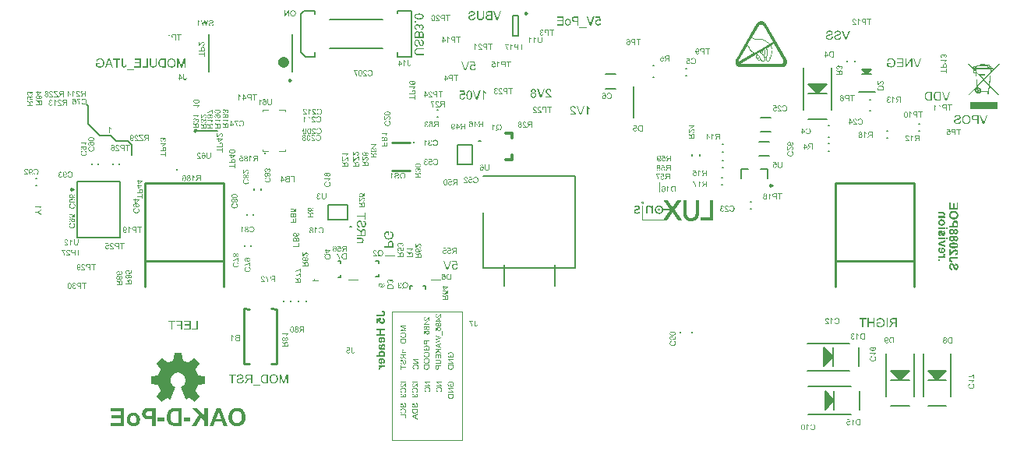
<source format=gbo>
G04*
G04 #@! TF.GenerationSoftware,Altium Limited,Altium Designer,21.2.2 (38)*
G04*
G04 Layer_Color=32896*
%FSLAX44Y44*%
%MOMM*%
G71*
G04*
G04 #@! TF.SameCoordinates,D456B635-538E-4451-A7FB-46C12EC00BC4*
G04*
G04*
G04 #@! TF.FilePolarity,Positive*
G04*
G01*
G75*
%ADD10C,0.2000*%
%ADD11C,0.1000*%
%ADD12C,0.2500*%
%ADD13C,0.2540*%
%ADD15C,0.6000*%
%ADD17C,0.1500*%
%ADD18C,0.2540*%
%ADD133C,0.1270*%
%ADD142C,0.3048*%
G36*
X925802Y420266D02*
X920802Y425266D01*
X930802D01*
X925802Y420266D01*
D02*
G37*
G36*
X872230Y399250D02*
X862230Y409250D01*
X882230D01*
X872230Y399250D01*
D02*
G37*
G36*
X682282Y281442D02*
X682520D01*
Y281412D01*
X682609D01*
Y281382D01*
X682699D01*
Y281353D01*
X682788D01*
Y281323D01*
X682848D01*
Y281293D01*
X682877D01*
Y281263D01*
X682937D01*
Y281233D01*
X682967D01*
Y281204D01*
X683026D01*
Y281174D01*
X683056D01*
Y281144D01*
X683086D01*
Y281114D01*
X683116D01*
Y281084D01*
X683146D01*
Y281055D01*
X683175D01*
Y281025D01*
X683205D01*
Y280995D01*
Y280965D01*
X683235D01*
Y280935D01*
X683265D01*
Y280906D01*
Y280876D01*
X683295D01*
Y280846D01*
Y280816D01*
X683324D01*
Y280786D01*
Y280757D01*
X683354D01*
Y280727D01*
Y280697D01*
X683384D01*
Y280667D01*
Y280638D01*
Y280608D01*
X683414D01*
Y280578D01*
Y280548D01*
Y280518D01*
Y280489D01*
Y280459D01*
X683444D01*
Y280429D01*
Y280399D01*
Y280369D01*
Y280340D01*
Y280310D01*
Y280280D01*
Y280250D01*
Y280221D01*
Y280191D01*
Y280161D01*
Y280131D01*
Y280101D01*
Y280072D01*
Y280042D01*
Y280012D01*
X683414D01*
Y279982D01*
Y279952D01*
Y279923D01*
Y279893D01*
Y279863D01*
X683384D01*
Y279833D01*
Y279804D01*
Y279774D01*
X683354D01*
Y279744D01*
Y279714D01*
X683324D01*
Y279684D01*
Y279655D01*
X683295D01*
Y279625D01*
Y279595D01*
X683265D01*
Y279565D01*
Y279535D01*
X683235D01*
Y279506D01*
X683205D01*
Y279476D01*
Y279446D01*
X683175D01*
Y279416D01*
X683146D01*
Y279386D01*
X683116D01*
Y279357D01*
X683086D01*
Y279327D01*
X683056D01*
Y279297D01*
X683026D01*
Y279267D01*
X682967D01*
Y279237D01*
X682937D01*
Y279208D01*
X682877D01*
Y279178D01*
X682848D01*
Y279148D01*
X682788D01*
Y279118D01*
X682699D01*
Y279088D01*
X682639D01*
Y279059D01*
X682520D01*
Y279029D01*
X682311D01*
Y278999D01*
X682103D01*
Y279029D01*
X681894D01*
Y279059D01*
X681775D01*
Y279088D01*
X681686D01*
Y279118D01*
X681626D01*
Y279148D01*
X681567D01*
Y279178D01*
X681507D01*
Y279208D01*
X681477D01*
Y279237D01*
X681418D01*
Y279267D01*
X681388D01*
Y279297D01*
X681358D01*
Y279327D01*
X681328D01*
Y279357D01*
X681299D01*
Y279386D01*
X681269D01*
Y279416D01*
X681239D01*
Y279446D01*
X681209D01*
Y279476D01*
X681179D01*
Y279506D01*
Y279535D01*
X681150D01*
Y279565D01*
X681120D01*
Y279595D01*
Y279625D01*
X681090D01*
Y279655D01*
Y279684D01*
X681060D01*
Y279714D01*
Y279744D01*
X681030D01*
Y279774D01*
Y279804D01*
Y279833D01*
X681001D01*
Y279863D01*
Y279893D01*
Y279923D01*
Y279952D01*
X680971D01*
Y279982D01*
Y280012D01*
Y280042D01*
Y280072D01*
Y280101D01*
Y280131D01*
Y280161D01*
Y280191D01*
Y280221D01*
Y280250D01*
Y280280D01*
Y280310D01*
Y280340D01*
Y280369D01*
Y280399D01*
Y280429D01*
Y280459D01*
Y280489D01*
Y280518D01*
X681001D01*
Y280548D01*
Y280578D01*
Y280608D01*
Y280638D01*
X681030D01*
Y280667D01*
Y280697D01*
Y280727D01*
X681060D01*
Y280757D01*
Y280786D01*
X681090D01*
Y280816D01*
Y280846D01*
X681120D01*
Y280876D01*
Y280906D01*
X681150D01*
Y280935D01*
X681179D01*
Y280965D01*
Y280995D01*
X681209D01*
Y281025D01*
X681239D01*
Y281055D01*
X681269D01*
Y281084D01*
X681299D01*
Y281114D01*
X681328D01*
Y281144D01*
X681358D01*
Y281174D01*
X681388D01*
Y281204D01*
X681418D01*
Y281233D01*
X681477D01*
Y281263D01*
X681507D01*
Y281293D01*
X681567D01*
Y281323D01*
X681626D01*
Y281353D01*
X681686D01*
Y281382D01*
X681775D01*
Y281412D01*
X681894D01*
Y281442D01*
X682133D01*
Y281472D01*
X682282D01*
Y281442D01*
D02*
G37*
G36*
X724703Y283468D02*
Y283438D01*
X724673D01*
Y283408D01*
X724644D01*
Y283378D01*
X724614D01*
Y283349D01*
Y283319D01*
X724584D01*
Y283289D01*
X724554D01*
Y283259D01*
Y283229D01*
X724524D01*
Y283200D01*
X724495D01*
Y283170D01*
Y283140D01*
X724465D01*
Y283110D01*
X724435D01*
Y283080D01*
X724405D01*
Y283051D01*
Y283021D01*
X724375D01*
Y282991D01*
X724346D01*
Y282961D01*
Y282931D01*
X724316D01*
Y282902D01*
X724286D01*
Y282872D01*
X724256D01*
Y282842D01*
Y282812D01*
X724227D01*
Y282782D01*
X724197D01*
Y282753D01*
Y282723D01*
X724167D01*
Y282693D01*
X724137D01*
Y282663D01*
X724107D01*
Y282633D01*
Y282604D01*
X724078D01*
Y282574D01*
X724048D01*
Y282544D01*
Y282514D01*
X724018D01*
Y282485D01*
X723988D01*
Y282455D01*
X723958D01*
Y282425D01*
Y282395D01*
X723929D01*
Y282365D01*
X723899D01*
Y282336D01*
Y282306D01*
X723869D01*
Y282276D01*
X723839D01*
Y282246D01*
X723809D01*
Y282216D01*
Y282187D01*
X723780D01*
Y282157D01*
X723750D01*
Y282127D01*
Y282097D01*
X723720D01*
Y282068D01*
X723690D01*
Y282038D01*
Y282008D01*
X723661D01*
Y281978D01*
X723631D01*
Y281948D01*
X723601D01*
Y281919D01*
Y281889D01*
X723571D01*
Y281859D01*
X723541D01*
Y281829D01*
Y281799D01*
X723512D01*
Y281770D01*
X723482D01*
Y281740D01*
X723452D01*
Y281710D01*
Y281680D01*
X723422D01*
Y281650D01*
X723392D01*
Y281621D01*
Y281591D01*
X723363D01*
Y281561D01*
X723333D01*
Y281531D01*
X723303D01*
Y281502D01*
Y281472D01*
X723273D01*
Y281442D01*
X723243D01*
Y281412D01*
Y281382D01*
X723214D01*
Y281353D01*
X723184D01*
Y281323D01*
X723154D01*
Y281293D01*
Y281263D01*
X723124D01*
Y281233D01*
X723094D01*
Y281204D01*
Y281174D01*
X723065D01*
Y281144D01*
X723035D01*
Y281114D01*
X723005D01*
Y281084D01*
Y281055D01*
X722975D01*
Y281025D01*
X722945D01*
Y280995D01*
Y280965D01*
X722916D01*
Y280935D01*
X722886D01*
Y280906D01*
Y280876D01*
X722856D01*
Y280846D01*
X722826D01*
Y280816D01*
X722797D01*
Y280786D01*
Y280757D01*
X722767D01*
Y280727D01*
X722737D01*
Y280697D01*
Y280667D01*
X722707D01*
Y280638D01*
X722677D01*
Y280608D01*
X722648D01*
Y280578D01*
Y280548D01*
X722618D01*
Y280518D01*
X722588D01*
Y280489D01*
Y280459D01*
X722558D01*
Y280429D01*
X722529D01*
Y280399D01*
X722499D01*
Y280369D01*
Y280340D01*
X722469D01*
Y280310D01*
X722439D01*
Y280280D01*
Y280250D01*
X722409D01*
Y280221D01*
X722380D01*
Y280191D01*
X722350D01*
Y280161D01*
Y280131D01*
X722320D01*
Y280101D01*
X722290D01*
Y280072D01*
Y280042D01*
X722260D01*
Y280012D01*
X722231D01*
Y279982D01*
X722201D01*
Y279952D01*
Y279923D01*
X722171D01*
Y279893D01*
X722141D01*
Y279863D01*
Y279833D01*
X722111D01*
Y279804D01*
X722082D01*
Y279774D01*
Y279744D01*
X722052D01*
Y279714D01*
X722022D01*
Y279684D01*
X721992D01*
Y279655D01*
Y279625D01*
X721962D01*
Y279595D01*
X721933D01*
Y279565D01*
Y279535D01*
X721903D01*
Y279506D01*
X721873D01*
Y279476D01*
X721843D01*
Y279446D01*
Y279416D01*
X721814D01*
Y279386D01*
X721784D01*
Y279357D01*
Y279327D01*
X721754D01*
Y279297D01*
X721724D01*
Y279267D01*
X721694D01*
Y279237D01*
Y279208D01*
X721665D01*
Y279178D01*
X721635D01*
Y279148D01*
Y279118D01*
X721605D01*
Y279088D01*
X721575D01*
Y279059D01*
X721545D01*
Y279029D01*
Y278999D01*
X721516D01*
Y278969D01*
X721486D01*
Y278939D01*
Y278910D01*
X721456D01*
Y278880D01*
X721426D01*
Y278850D01*
X721396D01*
Y278820D01*
Y278791D01*
X721367D01*
Y278761D01*
X721337D01*
Y278731D01*
Y278701D01*
X721307D01*
Y278671D01*
X721277D01*
Y278642D01*
X721247D01*
Y278612D01*
Y278582D01*
X721218D01*
Y278552D01*
X721188D01*
Y278522D01*
Y278493D01*
X721158D01*
Y278463D01*
X721128D01*
Y278433D01*
Y278403D01*
X721098D01*
Y278374D01*
X721069D01*
Y278344D01*
X721039D01*
Y278314D01*
Y278284D01*
X721009D01*
Y278254D01*
X720979D01*
Y278225D01*
Y278195D01*
X720950D01*
Y278165D01*
X720920D01*
Y278135D01*
X720890D01*
Y278105D01*
Y278076D01*
X720860D01*
Y278046D01*
X720830D01*
Y278016D01*
Y277986D01*
X720801D01*
Y277957D01*
X720771D01*
Y277927D01*
X720741D01*
Y277897D01*
Y277867D01*
X720711D01*
Y277837D01*
X720681D01*
Y277808D01*
Y277778D01*
X720652D01*
Y277748D01*
X720622D01*
Y277718D01*
X720592D01*
Y277688D01*
Y277659D01*
X720562D01*
Y277629D01*
X720533D01*
Y277599D01*
Y277569D01*
X720503D01*
Y277539D01*
X720473D01*
Y277510D01*
X720443D01*
Y277480D01*
Y277450D01*
X720413D01*
Y277420D01*
X720384D01*
Y277390D01*
Y277361D01*
X720354D01*
Y277331D01*
X720324D01*
Y277301D01*
Y277271D01*
X720294D01*
Y277241D01*
X720264D01*
Y277212D01*
X720235D01*
Y277182D01*
Y277152D01*
X720205D01*
Y277122D01*
X720175D01*
Y277092D01*
Y277063D01*
X720145D01*
Y277033D01*
X720115D01*
Y277003D01*
X720086D01*
Y276973D01*
Y276944D01*
X720056D01*
Y276914D01*
X720026D01*
Y276884D01*
Y276854D01*
X719996D01*
Y276824D01*
X719967D01*
Y276795D01*
X719937D01*
Y276765D01*
Y276735D01*
X719907D01*
Y276705D01*
X719877D01*
Y276675D01*
Y276646D01*
X719847D01*
Y276616D01*
X719818D01*
Y276586D01*
X719788D01*
Y276556D01*
Y276527D01*
X719758D01*
Y276497D01*
X719728D01*
Y276467D01*
Y276437D01*
X719698D01*
Y276407D01*
X719669D01*
Y276378D01*
X719639D01*
Y276348D01*
Y276318D01*
X719609D01*
Y276288D01*
X719579D01*
Y276258D01*
Y276229D01*
X719549D01*
Y276199D01*
X719520D01*
Y276169D01*
Y276139D01*
X719490D01*
Y276109D01*
X719460D01*
Y276080D01*
X719430D01*
Y276050D01*
Y276020D01*
X719400D01*
Y275990D01*
X719371D01*
Y275961D01*
Y275931D01*
X719341D01*
Y275901D01*
X719311D01*
Y275871D01*
X719281D01*
Y275841D01*
Y275812D01*
X719251D01*
Y275782D01*
X719222D01*
Y275752D01*
Y275722D01*
X719192D01*
Y275692D01*
X719162D01*
Y275663D01*
X719132D01*
Y275633D01*
Y275603D01*
X719102D01*
Y275573D01*
X719073D01*
Y275543D01*
Y275514D01*
X719043D01*
Y275484D01*
X719013D01*
Y275454D01*
X718983D01*
Y275424D01*
Y275394D01*
X718954D01*
Y275365D01*
X718924D01*
Y275335D01*
Y275305D01*
X718894D01*
Y275275D01*
X718864D01*
Y275245D01*
X718834D01*
Y275216D01*
Y275186D01*
X718805D01*
Y275156D01*
X718775D01*
Y275126D01*
Y275097D01*
X718745D01*
Y275067D01*
X718715D01*
Y275037D01*
Y275007D01*
X718686D01*
Y274977D01*
X718656D01*
Y274948D01*
X718626D01*
Y274918D01*
Y274888D01*
X718596D01*
Y274858D01*
X718566D01*
Y274828D01*
Y274799D01*
X718537D01*
Y274769D01*
X718507D01*
Y274739D01*
X718477D01*
Y274709D01*
Y274680D01*
X718447D01*
Y274650D01*
X718417D01*
Y274620D01*
Y274590D01*
X718388D01*
Y274560D01*
X718358D01*
Y274531D01*
X718328D01*
Y274501D01*
Y274471D01*
X718298D01*
Y274441D01*
X718268D01*
Y274411D01*
Y274382D01*
X718239D01*
Y274352D01*
X718209D01*
Y274322D01*
X718179D01*
Y274292D01*
Y274262D01*
X718149D01*
Y274233D01*
X718120D01*
Y274203D01*
Y274173D01*
X718090D01*
Y274143D01*
X718060D01*
Y274114D01*
X718030D01*
Y274084D01*
Y274054D01*
X718000D01*
Y274024D01*
X717971D01*
Y273994D01*
Y273965D01*
X717941D01*
Y273935D01*
X717911D01*
Y273905D01*
X717881D01*
Y273875D01*
Y273845D01*
X717851D01*
Y273816D01*
X717822D01*
Y273786D01*
Y273756D01*
X717792D01*
Y273726D01*
X717762D01*
Y273696D01*
Y273667D01*
X717732D01*
Y273637D01*
X717702D01*
Y273607D01*
X717673D01*
Y273577D01*
Y273547D01*
X717643D01*
Y273518D01*
X717613D01*
Y273488D01*
Y273458D01*
X717583D01*
Y273428D01*
X717553D01*
Y273398D01*
X717524D01*
Y273369D01*
Y273339D01*
X717494D01*
Y273309D01*
X717464D01*
Y273279D01*
Y273250D01*
X717434D01*
Y273220D01*
X717404D01*
Y273190D01*
X717375D01*
Y273160D01*
Y273130D01*
X717345D01*
Y273101D01*
X717315D01*
Y273071D01*
Y273041D01*
X717285D01*
Y273011D01*
X717256D01*
Y272981D01*
X717226D01*
Y272952D01*
Y272922D01*
X717196D01*
Y272892D01*
X717166D01*
Y272862D01*
Y272833D01*
X717136D01*
Y272803D01*
X717107D01*
Y272773D01*
Y272743D01*
X717136D01*
Y272713D01*
X717166D01*
Y272684D01*
Y272654D01*
X717196D01*
Y272624D01*
X717226D01*
Y272594D01*
Y272564D01*
X717256D01*
Y272535D01*
X717285D01*
Y272505D01*
Y272475D01*
X717315D01*
Y272445D01*
X717345D01*
Y272415D01*
Y272386D01*
X717375D01*
Y272356D01*
X717404D01*
Y272326D01*
Y272296D01*
X717434D01*
Y272266D01*
X717464D01*
Y272237D01*
X717494D01*
Y272207D01*
Y272177D01*
X717524D01*
Y272147D01*
X717553D01*
Y272118D01*
Y272088D01*
X717583D01*
Y272058D01*
X717613D01*
Y272028D01*
Y271998D01*
X717643D01*
Y271969D01*
X717673D01*
Y271939D01*
Y271909D01*
X717702D01*
Y271879D01*
X717732D01*
Y271849D01*
X717762D01*
Y271820D01*
Y271790D01*
X717792D01*
Y271760D01*
X717822D01*
Y271730D01*
Y271700D01*
X717851D01*
Y271671D01*
X717881D01*
Y271641D01*
Y271611D01*
X717911D01*
Y271581D01*
X717941D01*
Y271551D01*
Y271522D01*
X717971D01*
Y271492D01*
X718000D01*
Y271462D01*
X718030D01*
Y271432D01*
Y271403D01*
X718060D01*
Y271373D01*
X718090D01*
Y271343D01*
Y271313D01*
X718120D01*
Y271283D01*
X718149D01*
Y271254D01*
Y271224D01*
X718179D01*
Y271194D01*
X718209D01*
Y271164D01*
Y271134D01*
X718239D01*
Y271105D01*
X718268D01*
Y271075D01*
X718298D01*
Y271045D01*
Y271015D01*
X718328D01*
Y270986D01*
X718358D01*
Y270956D01*
Y270926D01*
X718388D01*
Y270896D01*
X718417D01*
Y270866D01*
Y270837D01*
X718447D01*
Y270807D01*
X718477D01*
Y270777D01*
Y270747D01*
X718507D01*
Y270717D01*
X718537D01*
Y270688D01*
X718566D01*
Y270658D01*
Y270628D01*
X718596D01*
Y270598D01*
X718626D01*
Y270568D01*
Y270539D01*
X718656D01*
Y270509D01*
X718686D01*
Y270479D01*
Y270449D01*
X718715D01*
Y270420D01*
X718745D01*
Y270390D01*
Y270360D01*
X718775D01*
Y270330D01*
X718805D01*
Y270300D01*
X718834D01*
Y270271D01*
Y270241D01*
X718864D01*
Y270211D01*
X718894D01*
Y270181D01*
Y270151D01*
X718924D01*
Y270122D01*
X718954D01*
Y270092D01*
Y270062D01*
X718983D01*
Y270032D01*
X719013D01*
Y270002D01*
Y269973D01*
X719043D01*
Y269943D01*
X719073D01*
Y269913D01*
X719102D01*
Y269883D01*
Y269853D01*
X719132D01*
Y269824D01*
X719162D01*
Y269794D01*
Y269764D01*
X719192D01*
Y269734D01*
X719222D01*
Y269704D01*
Y269675D01*
X719251D01*
Y269645D01*
X719281D01*
Y269615D01*
Y269585D01*
X719311D01*
Y269555D01*
X719341D01*
Y269526D01*
X719371D01*
Y269496D01*
Y269466D01*
X719400D01*
Y269436D01*
X719430D01*
Y269407D01*
Y269377D01*
X719460D01*
Y269347D01*
X719490D01*
Y269317D01*
Y269287D01*
X719520D01*
Y269258D01*
X719549D01*
Y269228D01*
Y269198D01*
X719579D01*
Y269168D01*
X719609D01*
Y269139D01*
X719639D01*
Y269109D01*
Y269079D01*
X719669D01*
Y269049D01*
X719698D01*
Y269019D01*
Y268990D01*
X719728D01*
Y268960D01*
X719758D01*
Y268930D01*
Y268900D01*
X719788D01*
Y268870D01*
X719818D01*
Y268841D01*
Y268811D01*
X719847D01*
Y268781D01*
X719877D01*
Y268751D01*
Y268721D01*
X719907D01*
Y268692D01*
X719937D01*
Y268662D01*
X719967D01*
Y268632D01*
Y268602D01*
X719996D01*
Y268573D01*
X720026D01*
Y268543D01*
Y268513D01*
X720056D01*
Y268483D01*
X720086D01*
Y268453D01*
Y268424D01*
X720115D01*
Y268394D01*
X720145D01*
Y268364D01*
Y268334D01*
X720175D01*
Y268304D01*
X720205D01*
Y268275D01*
X720235D01*
Y268245D01*
Y268215D01*
X720264D01*
Y268185D01*
X720294D01*
Y268155D01*
Y268126D01*
X720324D01*
Y268096D01*
X720354D01*
Y268066D01*
Y268036D01*
X720384D01*
Y268006D01*
X720413D01*
Y267977D01*
Y267947D01*
X720443D01*
Y267917D01*
X720473D01*
Y267887D01*
X720503D01*
Y267857D01*
Y267828D01*
X720533D01*
Y267798D01*
X720562D01*
Y267768D01*
Y267738D01*
X720592D01*
Y267709D01*
X720622D01*
Y267679D01*
Y267649D01*
X720652D01*
Y267619D01*
X720681D01*
Y267589D01*
Y267560D01*
X720711D01*
Y267530D01*
X720741D01*
Y267500D01*
X720771D01*
Y267470D01*
Y267440D01*
X720801D01*
Y267411D01*
X720830D01*
Y267381D01*
Y267351D01*
X720860D01*
Y267321D01*
X720890D01*
Y267292D01*
Y267262D01*
X720920D01*
Y267232D01*
X720950D01*
Y267202D01*
Y267172D01*
X720979D01*
Y267143D01*
X721009D01*
Y267113D01*
X721039D01*
Y267083D01*
Y267053D01*
X721069D01*
Y267023D01*
X721098D01*
Y266994D01*
Y266964D01*
X721128D01*
Y266934D01*
X721158D01*
Y266904D01*
Y266874D01*
X721188D01*
Y266845D01*
X721218D01*
Y266815D01*
Y266785D01*
X721247D01*
Y266755D01*
X721277D01*
Y266726D01*
X721307D01*
Y266696D01*
Y266666D01*
X721337D01*
Y266636D01*
X721367D01*
Y266606D01*
Y266576D01*
X721396D01*
Y266547D01*
X721426D01*
Y266517D01*
Y266487D01*
X721456D01*
Y266457D01*
X721486D01*
Y266427D01*
Y266398D01*
X721516D01*
Y266368D01*
X721545D01*
Y266338D01*
X721575D01*
Y266308D01*
Y266279D01*
X721605D01*
Y266249D01*
X721635D01*
Y266219D01*
Y266189D01*
X721665D01*
Y266159D01*
X721694D01*
Y266130D01*
Y266100D01*
X721724D01*
Y266070D01*
X721754D01*
Y266040D01*
Y266010D01*
X721784D01*
Y265981D01*
X721814D01*
Y265951D01*
X721843D01*
Y265921D01*
Y265891D01*
X721873D01*
Y265861D01*
X721903D01*
Y265832D01*
Y265802D01*
X721933D01*
Y265772D01*
X721962D01*
Y265742D01*
Y265713D01*
X721992D01*
Y265683D01*
X722022D01*
Y265653D01*
Y265623D01*
X722052D01*
Y265593D01*
X722082D01*
Y265564D01*
Y265534D01*
X722111D01*
Y265504D01*
X722141D01*
Y265474D01*
X722171D01*
Y265445D01*
Y265415D01*
X722201D01*
Y265385D01*
X722231D01*
Y265355D01*
Y265325D01*
X722260D01*
Y265296D01*
X722290D01*
Y265266D01*
Y265236D01*
X722320D01*
Y265206D01*
X722350D01*
Y265176D01*
Y265147D01*
X722380D01*
Y265117D01*
X722409D01*
Y265087D01*
X722439D01*
Y265057D01*
Y265027D01*
X722469D01*
Y264998D01*
X722499D01*
Y264968D01*
Y264938D01*
X722529D01*
Y264908D01*
X722558D01*
Y264878D01*
Y264849D01*
X722588D01*
Y264819D01*
X722618D01*
Y264789D01*
Y264759D01*
X722648D01*
Y264729D01*
X722677D01*
Y264700D01*
X722707D01*
Y264670D01*
Y264640D01*
X722737D01*
Y264610D01*
X722767D01*
Y264580D01*
Y264551D01*
X722797D01*
Y264521D01*
X722826D01*
Y264491D01*
Y264461D01*
X722856D01*
Y264432D01*
X722886D01*
Y264402D01*
Y264372D01*
X722916D01*
Y264342D01*
X722945D01*
Y264312D01*
X722975D01*
Y264283D01*
Y264253D01*
X723005D01*
Y264223D01*
X723035D01*
Y264193D01*
Y264163D01*
X723065D01*
Y264134D01*
X723094D01*
Y264104D01*
Y264074D01*
X723124D01*
Y264044D01*
X723154D01*
Y264014D01*
Y263985D01*
X723184D01*
Y263955D01*
X723214D01*
Y263925D01*
X723243D01*
Y263895D01*
Y263866D01*
X723273D01*
Y263836D01*
X723303D01*
Y263806D01*
Y263776D01*
X723333D01*
Y263746D01*
X723363D01*
Y263717D01*
Y263687D01*
X723392D01*
Y263657D01*
X723422D01*
Y263627D01*
Y263598D01*
X723452D01*
Y263568D01*
X723482D01*
Y263538D01*
X723512D01*
Y263508D01*
Y263478D01*
X723541D01*
Y263449D01*
X723571D01*
Y263419D01*
Y263389D01*
X723601D01*
Y263359D01*
X723631D01*
Y263329D01*
Y263300D01*
X723661D01*
Y263270D01*
X723690D01*
Y263240D01*
Y263210D01*
X723720D01*
Y263180D01*
X723750D01*
Y263151D01*
X723780D01*
Y263121D01*
Y263091D01*
X723809D01*
Y263061D01*
X723839D01*
Y263032D01*
Y263002D01*
X723869D01*
Y262972D01*
X723899D01*
Y262942D01*
Y262912D01*
X723929D01*
Y262882D01*
X723958D01*
Y262853D01*
Y262823D01*
X723988D01*
Y262793D01*
X724018D01*
Y262763D01*
X724048D01*
Y262734D01*
Y262704D01*
X724078D01*
Y262674D01*
X724107D01*
Y262644D01*
Y262614D01*
X724137D01*
Y262585D01*
X724167D01*
Y262555D01*
Y262525D01*
X724197D01*
Y262495D01*
X724227D01*
Y262465D01*
Y262436D01*
X724256D01*
Y262406D01*
X724286D01*
Y262376D01*
X724316D01*
Y262346D01*
Y262316D01*
X724346D01*
Y262287D01*
X724375D01*
Y262257D01*
Y262227D01*
X724405D01*
Y262197D01*
X724435D01*
Y262167D01*
Y262138D01*
X724465D01*
Y262108D01*
X724495D01*
Y262078D01*
Y262048D01*
X724524D01*
Y262019D01*
X724554D01*
Y261989D01*
Y261959D01*
X724584D01*
Y261929D01*
X724614D01*
Y261899D01*
X724644D01*
Y261870D01*
Y261840D01*
X724673D01*
Y261810D01*
X724703D01*
Y261780D01*
Y261751D01*
X724733D01*
Y261721D01*
X724763D01*
Y261691D01*
Y261661D01*
X724793D01*
Y261631D01*
X724822D01*
Y261602D01*
Y261572D01*
X724852D01*
Y261542D01*
X724882D01*
Y261512D01*
X724912D01*
Y261482D01*
Y261453D01*
X724941D01*
Y261423D01*
X724971D01*
Y261393D01*
Y261363D01*
X725001D01*
Y261333D01*
X725031D01*
Y261304D01*
Y261274D01*
X725061D01*
Y261244D01*
X725090D01*
Y261214D01*
Y261184D01*
X725120D01*
Y261155D01*
X725150D01*
Y261125D01*
X725180D01*
Y261095D01*
Y261065D01*
X725210D01*
Y261035D01*
X725239D01*
Y261006D01*
Y260976D01*
X725269D01*
Y260946D01*
X725299D01*
Y260916D01*
X720830D01*
Y260946D01*
X720801D01*
Y260976D01*
X720771D01*
Y261006D01*
Y261035D01*
X720741D01*
Y261065D01*
X720711D01*
Y261095D01*
Y261125D01*
X720681D01*
Y261155D01*
X720652D01*
Y261184D01*
Y261214D01*
X720622D01*
Y261244D01*
X720592D01*
Y261274D01*
Y261304D01*
X720562D01*
Y261333D01*
X720533D01*
Y261363D01*
Y261393D01*
X720503D01*
Y261423D01*
X720473D01*
Y261453D01*
Y261482D01*
X720443D01*
Y261512D01*
X720413D01*
Y261542D01*
Y261572D01*
X720384D01*
Y261602D01*
X720354D01*
Y261631D01*
Y261661D01*
X720324D01*
Y261691D01*
X720294D01*
Y261721D01*
Y261751D01*
X720264D01*
Y261780D01*
X720235D01*
Y261810D01*
Y261840D01*
X720205D01*
Y261870D01*
X720175D01*
Y261899D01*
Y261929D01*
X720145D01*
Y261959D01*
X720115D01*
Y261989D01*
Y262019D01*
X720086D01*
Y262048D01*
X720056D01*
Y262078D01*
Y262108D01*
X720026D01*
Y262138D01*
X719996D01*
Y262167D01*
Y262197D01*
X719967D01*
Y262227D01*
X719937D01*
Y262257D01*
Y262287D01*
X719907D01*
Y262316D01*
X719877D01*
Y262346D01*
Y262376D01*
X719847D01*
Y262406D01*
X719818D01*
Y262436D01*
Y262465D01*
X719788D01*
Y262495D01*
X719758D01*
Y262525D01*
Y262555D01*
X719728D01*
Y262585D01*
X719698D01*
Y262614D01*
Y262644D01*
X719669D01*
Y262674D01*
X719639D01*
Y262704D01*
X719609D01*
Y262734D01*
Y262763D01*
X719579D01*
Y262793D01*
X719549D01*
Y262823D01*
Y262853D01*
X719520D01*
Y262882D01*
X719490D01*
Y262912D01*
Y262942D01*
X719460D01*
Y262972D01*
X719430D01*
Y263002D01*
Y263032D01*
X719400D01*
Y263061D01*
X719371D01*
Y263091D01*
Y263121D01*
X719341D01*
Y263151D01*
X719311D01*
Y263180D01*
Y263210D01*
X719281D01*
Y263240D01*
X719251D01*
Y263270D01*
Y263300D01*
X719222D01*
Y263329D01*
X719192D01*
Y263359D01*
Y263389D01*
X719162D01*
Y263419D01*
X719132D01*
Y263449D01*
Y263478D01*
X719102D01*
Y263508D01*
X719073D01*
Y263538D01*
Y263568D01*
X719043D01*
Y263598D01*
X719013D01*
Y263627D01*
Y263657D01*
X718983D01*
Y263687D01*
X718954D01*
Y263717D01*
Y263746D01*
X718924D01*
Y263776D01*
X718894D01*
Y263806D01*
Y263836D01*
X718864D01*
Y263866D01*
X718834D01*
Y263895D01*
Y263925D01*
X718805D01*
Y263955D01*
X718775D01*
Y263985D01*
Y264014D01*
X718745D01*
Y264044D01*
X718715D01*
Y264074D01*
Y264104D01*
X718686D01*
Y264134D01*
X718656D01*
Y264163D01*
Y264193D01*
X718626D01*
Y264223D01*
X718596D01*
Y264253D01*
Y264283D01*
X718566D01*
Y264312D01*
X718537D01*
Y264342D01*
Y264372D01*
X718507D01*
Y264402D01*
X718477D01*
Y264432D01*
Y264461D01*
X718447D01*
Y264491D01*
X718417D01*
Y264521D01*
Y264551D01*
X718388D01*
Y264580D01*
X718358D01*
Y264610D01*
Y264640D01*
X718328D01*
Y264670D01*
X718298D01*
Y264700D01*
X718268D01*
Y264729D01*
Y264759D01*
X718239D01*
Y264789D01*
X718209D01*
Y264819D01*
Y264849D01*
X718179D01*
Y264878D01*
X718149D01*
Y264908D01*
Y264938D01*
X718120D01*
Y264968D01*
X718090D01*
Y264998D01*
Y265027D01*
X718060D01*
Y265057D01*
X718030D01*
Y265087D01*
Y265117D01*
X718000D01*
Y265147D01*
X717971D01*
Y265176D01*
Y265206D01*
X717941D01*
Y265236D01*
X717911D01*
Y265266D01*
Y265296D01*
X717881D01*
Y265325D01*
X717851D01*
Y265355D01*
Y265385D01*
X717822D01*
Y265415D01*
X717792D01*
Y265445D01*
Y265474D01*
X717762D01*
Y265504D01*
X717732D01*
Y265534D01*
Y265564D01*
X717702D01*
Y265593D01*
X717673D01*
Y265623D01*
Y265653D01*
X717643D01*
Y265683D01*
X717613D01*
Y265713D01*
Y265742D01*
X717583D01*
Y265772D01*
X717553D01*
Y265802D01*
Y265832D01*
X717524D01*
Y265861D01*
X717494D01*
Y265891D01*
Y265921D01*
X717464D01*
Y265951D01*
X717434D01*
Y265981D01*
Y266010D01*
X717404D01*
Y266040D01*
X717375D01*
Y266070D01*
Y266100D01*
X717345D01*
Y266130D01*
X717315D01*
Y266159D01*
Y266189D01*
X717285D01*
Y266219D01*
X717256D01*
Y266249D01*
Y266279D01*
X717226D01*
Y266308D01*
X717196D01*
Y266338D01*
Y266368D01*
X717166D01*
Y266398D01*
X717136D01*
Y266427D01*
Y266457D01*
X717107D01*
Y266487D01*
X717077D01*
Y266517D01*
Y266547D01*
X717047D01*
Y266576D01*
X717017D01*
Y266606D01*
X716987D01*
Y266636D01*
Y266666D01*
X716958D01*
Y266696D01*
X716928D01*
Y266726D01*
Y266755D01*
X716898D01*
Y266785D01*
X716868D01*
Y266815D01*
Y266845D01*
X716839D01*
Y266874D01*
X716809D01*
Y266904D01*
Y266934D01*
X716779D01*
Y266964D01*
X716749D01*
Y266994D01*
Y267023D01*
X716719D01*
Y267053D01*
X716690D01*
Y267083D01*
Y267113D01*
X716660D01*
Y267143D01*
X716630D01*
Y267172D01*
Y267202D01*
X716600D01*
Y267232D01*
X716570D01*
Y267262D01*
Y267292D01*
X716541D01*
Y267321D01*
X716511D01*
Y267351D01*
Y267381D01*
X716481D01*
Y267411D01*
X716451D01*
Y267440D01*
Y267470D01*
X716422D01*
Y267500D01*
X716392D01*
Y267530D01*
Y267560D01*
X716362D01*
Y267589D01*
X716332D01*
Y267619D01*
Y267649D01*
X716302D01*
Y267679D01*
X716273D01*
Y267709D01*
Y267738D01*
X716243D01*
Y267768D01*
X716213D01*
Y267798D01*
Y267828D01*
X716183D01*
Y267857D01*
X716153D01*
Y267887D01*
Y267917D01*
X716124D01*
Y267947D01*
X716094D01*
Y267977D01*
Y268006D01*
X716064D01*
Y268036D01*
X716034D01*
Y268066D01*
Y268096D01*
X716004D01*
Y268126D01*
X715975D01*
Y268155D01*
Y268185D01*
X715945D01*
Y268215D01*
X715915D01*
Y268245D01*
Y268275D01*
X715885D01*
Y268304D01*
X715855D01*
Y268334D01*
Y268364D01*
X715826D01*
Y268394D01*
X715796D01*
Y268424D01*
Y268453D01*
X715766D01*
Y268483D01*
X715736D01*
Y268513D01*
X715706D01*
Y268543D01*
Y268573D01*
X715677D01*
Y268602D01*
X715647D01*
Y268632D01*
Y268662D01*
X715617D01*
Y268692D01*
X715587D01*
Y268721D01*
Y268751D01*
X715557D01*
Y268781D01*
X715528D01*
Y268811D01*
Y268841D01*
X715498D01*
Y268870D01*
X715468D01*
Y268900D01*
Y268930D01*
X715438D01*
Y268960D01*
X715408D01*
Y268990D01*
Y269019D01*
X715379D01*
Y269049D01*
X715349D01*
Y269079D01*
Y269109D01*
X715319D01*
Y269139D01*
X715289D01*
Y269168D01*
Y269198D01*
X715260D01*
Y269228D01*
X715230D01*
Y269258D01*
Y269287D01*
X715200D01*
Y269317D01*
X715170D01*
Y269347D01*
Y269377D01*
X715140D01*
Y269407D01*
X715111D01*
Y269436D01*
Y269466D01*
X715081D01*
Y269496D01*
X715051D01*
Y269526D01*
Y269555D01*
X715021D01*
Y269585D01*
X714992D01*
Y269615D01*
Y269645D01*
X714962D01*
Y269675D01*
X714932D01*
Y269704D01*
Y269734D01*
X714902D01*
Y269764D01*
X714872D01*
Y269794D01*
Y269824D01*
X714843D01*
Y269853D01*
X714813D01*
Y269883D01*
Y269913D01*
X714783D01*
Y269943D01*
X714753D01*
Y269973D01*
Y270002D01*
X714694D01*
Y269973D01*
Y269943D01*
X714664D01*
Y269913D01*
X714634D01*
Y269883D01*
X714604D01*
Y269853D01*
Y269824D01*
X714574D01*
Y269794D01*
X714545D01*
Y269764D01*
Y269734D01*
X714515D01*
Y269704D01*
X714485D01*
Y269675D01*
Y269645D01*
X714455D01*
Y269615D01*
X714426D01*
Y269585D01*
Y269555D01*
X714396D01*
Y269526D01*
X714366D01*
Y269496D01*
Y269466D01*
X714336D01*
Y269436D01*
X714306D01*
Y269407D01*
Y269377D01*
X714277D01*
Y269347D01*
X714247D01*
Y269317D01*
Y269287D01*
X714217D01*
Y269258D01*
X714187D01*
Y269228D01*
Y269198D01*
X714157D01*
Y269168D01*
X714128D01*
Y269139D01*
Y269109D01*
X714098D01*
Y269079D01*
X714068D01*
Y269049D01*
Y269019D01*
X714038D01*
Y268990D01*
X714008D01*
Y268960D01*
Y268930D01*
X713979D01*
Y268900D01*
X713949D01*
Y268870D01*
Y268841D01*
X713919D01*
Y268811D01*
X713889D01*
Y268781D01*
Y268751D01*
X713859D01*
Y268721D01*
X713830D01*
Y268692D01*
Y268662D01*
X713800D01*
Y268632D01*
X713770D01*
Y268602D01*
Y268573D01*
X713740D01*
Y268543D01*
X713710D01*
Y268513D01*
Y268483D01*
X713681D01*
Y268453D01*
X713651D01*
Y268424D01*
Y268394D01*
X713621D01*
Y268364D01*
X713591D01*
Y268334D01*
Y268304D01*
X713561D01*
Y268275D01*
X713532D01*
Y268245D01*
Y268215D01*
X713502D01*
Y268185D01*
X713472D01*
Y268155D01*
Y268126D01*
X713442D01*
Y268096D01*
X713413D01*
Y268066D01*
Y268036D01*
X713383D01*
Y268006D01*
X713353D01*
Y267977D01*
Y267947D01*
X713323D01*
Y267917D01*
X713293D01*
Y267887D01*
Y267857D01*
X713264D01*
Y267828D01*
X713234D01*
Y267798D01*
Y267768D01*
X713204D01*
Y267738D01*
X713174D01*
Y267709D01*
Y267679D01*
X713145D01*
Y267649D01*
X713115D01*
Y267619D01*
Y267589D01*
X713085D01*
Y267560D01*
X713055D01*
Y267530D01*
Y267500D01*
X713025D01*
Y267470D01*
X712996D01*
Y267440D01*
Y267411D01*
X712966D01*
Y267381D01*
X712936D01*
Y267351D01*
Y267321D01*
X712906D01*
Y267292D01*
X712876D01*
Y267262D01*
Y267232D01*
X712847D01*
Y267202D01*
X712817D01*
Y267172D01*
Y267143D01*
X712787D01*
Y267113D01*
X712757D01*
Y267083D01*
Y267053D01*
X712727D01*
Y267023D01*
X712698D01*
Y266994D01*
Y266964D01*
X712668D01*
Y266934D01*
X712638D01*
Y266904D01*
Y266874D01*
X712608D01*
Y266845D01*
X712579D01*
Y266815D01*
Y266785D01*
X712549D01*
Y266755D01*
X712519D01*
Y266726D01*
Y266696D01*
X712489D01*
Y266666D01*
X712459D01*
Y266636D01*
Y266606D01*
X712430D01*
Y266576D01*
X712400D01*
Y266547D01*
Y266517D01*
X712370D01*
Y266487D01*
X712340D01*
Y266457D01*
Y266427D01*
X712310D01*
Y266398D01*
X712281D01*
Y266368D01*
Y266338D01*
X712251D01*
Y266308D01*
X712221D01*
Y266279D01*
Y266249D01*
X712191D01*
Y266219D01*
X712161D01*
Y266189D01*
Y266159D01*
X712132D01*
Y266130D01*
X712102D01*
Y266100D01*
Y266070D01*
X712072D01*
Y266040D01*
X712042D01*
Y266010D01*
Y265981D01*
X712012D01*
Y265951D01*
X711983D01*
Y265921D01*
Y265891D01*
X711953D01*
Y265861D01*
X711923D01*
Y265832D01*
Y265802D01*
X711893D01*
Y265772D01*
X711863D01*
Y265742D01*
Y265713D01*
X711834D01*
Y265683D01*
X711804D01*
Y265653D01*
Y265623D01*
X711774D01*
Y265593D01*
X711744D01*
Y265564D01*
Y265534D01*
X711714D01*
Y265504D01*
X711685D01*
Y265474D01*
Y265445D01*
X711655D01*
Y265415D01*
X711625D01*
Y265385D01*
Y265355D01*
X711595D01*
Y265325D01*
X711566D01*
Y265296D01*
Y265266D01*
X711536D01*
Y265236D01*
X711506D01*
Y265206D01*
Y265176D01*
X711476D01*
Y265147D01*
X711446D01*
Y265117D01*
Y265087D01*
X711417D01*
Y265057D01*
X711387D01*
Y265027D01*
Y264998D01*
X711357D01*
Y264968D01*
X711327D01*
Y264938D01*
Y264908D01*
X711298D01*
Y264878D01*
X711268D01*
Y264849D01*
Y264819D01*
X711238D01*
Y264789D01*
X711208D01*
Y264759D01*
X711178D01*
Y264729D01*
Y264700D01*
X711149D01*
Y264670D01*
X711119D01*
Y264640D01*
Y264610D01*
X711089D01*
Y264580D01*
X711059D01*
Y264551D01*
Y264521D01*
X711029D01*
Y264491D01*
X711000D01*
Y264461D01*
Y264432D01*
X710970D01*
Y264402D01*
X710940D01*
Y264372D01*
Y264342D01*
X710910D01*
Y264312D01*
X710880D01*
Y264283D01*
Y264253D01*
X710851D01*
Y264223D01*
X710821D01*
Y264193D01*
Y264163D01*
X710791D01*
Y264134D01*
X710761D01*
Y264104D01*
Y264074D01*
X710731D01*
Y264044D01*
X710702D01*
Y264014D01*
Y263985D01*
X710672D01*
Y263955D01*
X710642D01*
Y263925D01*
Y263895D01*
X710612D01*
Y263866D01*
X710583D01*
Y263836D01*
Y263806D01*
X710553D01*
Y263776D01*
X710523D01*
Y263746D01*
Y263717D01*
X710493D01*
Y263687D01*
X710463D01*
Y263657D01*
Y263627D01*
X710434D01*
Y263598D01*
X710404D01*
Y263568D01*
Y263538D01*
X710374D01*
Y263508D01*
X710344D01*
Y263478D01*
Y263449D01*
X710314D01*
Y263419D01*
X710285D01*
Y263389D01*
Y263359D01*
X710255D01*
Y263329D01*
X710225D01*
Y263300D01*
Y263270D01*
X710195D01*
Y263240D01*
X710165D01*
Y263210D01*
Y263180D01*
X710136D01*
Y263151D01*
X710106D01*
Y263121D01*
Y263091D01*
X710076D01*
Y263061D01*
X710046D01*
Y263032D01*
Y263002D01*
X710016D01*
Y262972D01*
X709987D01*
Y262942D01*
Y262912D01*
X709957D01*
Y262882D01*
X709927D01*
Y262853D01*
Y262823D01*
X709897D01*
Y262793D01*
X709867D01*
Y262763D01*
Y262734D01*
X709838D01*
Y262704D01*
X709808D01*
Y262674D01*
Y262644D01*
X709778D01*
Y262614D01*
X709748D01*
Y262585D01*
Y262555D01*
X709719D01*
Y262525D01*
X709689D01*
Y262495D01*
Y262465D01*
X709659D01*
Y262436D01*
X709629D01*
Y262406D01*
Y262376D01*
X709599D01*
Y262346D01*
X709570D01*
Y262316D01*
Y262287D01*
X709540D01*
Y262257D01*
X709510D01*
Y262227D01*
Y262197D01*
X709480D01*
Y262167D01*
X709451D01*
Y262138D01*
Y262108D01*
X709421D01*
Y262078D01*
X709391D01*
Y262048D01*
Y262019D01*
X709361D01*
Y261989D01*
X709331D01*
Y261959D01*
Y261929D01*
X709302D01*
Y261899D01*
X709272D01*
Y261870D01*
Y261840D01*
X709242D01*
Y261810D01*
X709212D01*
Y261780D01*
Y261751D01*
X709182D01*
Y261721D01*
X709153D01*
Y261691D01*
Y261661D01*
X709123D01*
Y261631D01*
X709093D01*
Y261602D01*
Y261572D01*
X709063D01*
Y261542D01*
X709033D01*
Y261512D01*
Y261482D01*
X709004D01*
Y261453D01*
X708974D01*
Y261423D01*
Y261393D01*
X708944D01*
Y261363D01*
X708914D01*
Y261333D01*
Y261304D01*
X708885D01*
Y261274D01*
X708855D01*
Y261244D01*
Y261214D01*
X708825D01*
Y261184D01*
X708795D01*
Y261155D01*
Y261125D01*
X708765D01*
Y261095D01*
X708736D01*
Y261065D01*
Y261035D01*
X708706D01*
Y261006D01*
X708676D01*
Y260976D01*
Y260946D01*
X708646D01*
Y260916D01*
X681507D01*
Y260946D01*
Y260976D01*
Y261006D01*
Y261035D01*
Y261065D01*
Y261095D01*
Y261125D01*
Y261155D01*
Y261184D01*
Y261214D01*
Y261244D01*
Y261274D01*
Y261304D01*
Y261333D01*
Y261363D01*
Y261393D01*
Y261423D01*
Y261453D01*
Y261482D01*
Y261512D01*
Y261542D01*
Y261572D01*
Y261602D01*
Y261631D01*
Y261661D01*
Y261691D01*
Y261721D01*
Y261751D01*
Y261780D01*
Y261810D01*
Y261840D01*
Y261870D01*
Y261899D01*
Y261929D01*
Y261959D01*
Y261989D01*
Y262019D01*
Y262048D01*
Y262078D01*
Y262108D01*
Y262138D01*
Y262167D01*
Y262197D01*
Y262227D01*
Y262257D01*
Y262287D01*
Y262316D01*
Y262346D01*
Y262376D01*
Y262406D01*
Y262436D01*
Y262465D01*
Y262495D01*
Y262525D01*
Y262555D01*
Y262585D01*
Y262614D01*
Y262644D01*
Y262674D01*
Y262704D01*
Y262734D01*
Y262763D01*
Y262793D01*
Y262823D01*
Y262853D01*
Y262882D01*
Y262912D01*
Y262942D01*
Y262972D01*
Y263002D01*
Y263032D01*
Y263061D01*
Y263091D01*
Y263121D01*
Y263151D01*
Y263180D01*
Y263210D01*
Y263240D01*
Y263270D01*
Y263300D01*
Y263329D01*
Y263359D01*
Y263389D01*
Y263419D01*
Y263449D01*
Y263478D01*
Y263508D01*
Y263538D01*
Y263568D01*
Y263598D01*
Y263627D01*
Y263657D01*
Y263687D01*
Y263717D01*
Y263746D01*
Y263776D01*
Y263806D01*
Y263836D01*
Y263866D01*
Y263895D01*
Y263925D01*
Y263955D01*
Y263985D01*
Y264014D01*
Y264044D01*
Y264074D01*
Y264104D01*
Y264134D01*
Y264163D01*
Y264193D01*
Y264223D01*
Y264253D01*
Y264283D01*
Y264312D01*
Y264342D01*
Y264372D01*
Y264402D01*
Y264432D01*
Y264461D01*
Y264491D01*
Y264521D01*
Y264551D01*
Y264580D01*
Y264610D01*
Y264640D01*
Y264670D01*
Y264700D01*
Y264729D01*
Y264759D01*
Y264789D01*
Y264819D01*
Y264849D01*
Y264878D01*
Y264908D01*
Y264938D01*
Y264968D01*
Y264998D01*
Y265027D01*
Y265057D01*
Y265087D01*
Y265117D01*
Y265147D01*
Y265176D01*
Y265206D01*
Y265236D01*
Y265266D01*
Y265296D01*
Y265325D01*
Y265355D01*
Y265385D01*
Y265415D01*
Y265445D01*
Y265474D01*
Y265504D01*
Y265534D01*
Y265564D01*
Y265593D01*
Y265623D01*
Y265653D01*
Y265683D01*
Y265713D01*
Y265742D01*
Y265772D01*
Y265802D01*
Y265832D01*
Y265861D01*
Y265891D01*
Y265921D01*
Y265951D01*
Y265981D01*
Y266010D01*
Y266040D01*
Y266070D01*
Y266100D01*
Y266130D01*
Y266159D01*
Y266189D01*
Y266219D01*
Y266249D01*
Y266279D01*
Y266308D01*
Y266338D01*
Y266368D01*
Y266398D01*
Y266427D01*
Y266457D01*
Y266487D01*
Y266517D01*
Y266547D01*
Y266576D01*
Y266606D01*
Y266636D01*
Y266666D01*
Y266696D01*
Y266726D01*
Y266755D01*
Y266785D01*
Y266815D01*
Y266845D01*
Y266874D01*
Y266904D01*
Y266934D01*
Y266964D01*
Y266994D01*
Y267023D01*
Y267053D01*
Y267083D01*
Y267113D01*
Y267143D01*
Y267172D01*
Y267202D01*
Y267232D01*
Y267262D01*
Y267292D01*
Y267321D01*
Y267351D01*
Y267381D01*
Y267411D01*
Y267440D01*
Y267470D01*
Y267500D01*
Y267530D01*
Y267560D01*
Y267589D01*
Y267619D01*
Y267649D01*
Y267679D01*
Y267709D01*
Y267738D01*
Y267768D01*
Y267798D01*
Y267828D01*
Y267857D01*
Y267887D01*
Y267917D01*
Y267947D01*
Y267977D01*
Y268006D01*
Y268036D01*
Y268066D01*
Y268096D01*
Y268126D01*
Y268155D01*
Y268185D01*
Y268215D01*
Y268245D01*
Y268275D01*
Y268304D01*
Y268334D01*
Y268364D01*
Y268394D01*
Y268424D01*
Y268453D01*
Y268483D01*
Y268513D01*
Y268543D01*
Y268573D01*
Y268602D01*
Y268632D01*
Y268662D01*
Y268692D01*
Y268721D01*
Y268751D01*
Y268781D01*
Y268811D01*
Y268841D01*
Y268870D01*
Y268900D01*
Y268930D01*
Y268960D01*
Y268990D01*
Y269019D01*
Y269049D01*
Y269079D01*
Y269109D01*
Y269139D01*
Y269168D01*
Y269198D01*
Y269228D01*
Y269258D01*
Y269287D01*
Y269317D01*
Y269347D01*
Y269377D01*
Y269407D01*
Y269436D01*
Y269466D01*
Y269496D01*
Y269526D01*
Y269555D01*
Y269585D01*
Y269615D01*
Y269645D01*
Y269675D01*
Y269704D01*
Y269734D01*
Y269764D01*
Y269794D01*
Y269824D01*
Y269853D01*
Y269883D01*
Y269913D01*
Y269943D01*
Y269973D01*
Y270002D01*
Y270032D01*
Y270062D01*
Y270092D01*
Y270122D01*
Y270151D01*
Y270181D01*
Y270211D01*
Y270241D01*
Y270271D01*
Y270300D01*
Y270330D01*
Y270360D01*
Y270390D01*
Y270420D01*
Y270449D01*
Y270479D01*
Y270509D01*
Y270539D01*
Y270568D01*
Y270598D01*
Y270628D01*
Y270658D01*
Y270688D01*
Y270717D01*
Y270747D01*
Y270777D01*
Y270807D01*
Y270837D01*
Y270866D01*
Y270896D01*
Y270926D01*
Y270956D01*
Y270986D01*
Y271015D01*
Y271045D01*
Y271075D01*
Y271105D01*
Y271134D01*
Y271164D01*
Y271194D01*
Y271224D01*
Y271254D01*
Y271283D01*
Y271313D01*
Y271343D01*
Y271373D01*
Y271403D01*
Y271432D01*
Y271462D01*
Y271492D01*
Y271522D01*
Y271551D01*
Y271581D01*
Y271611D01*
Y271641D01*
Y271671D01*
Y271700D01*
Y271730D01*
Y271760D01*
Y271790D01*
Y271820D01*
Y271849D01*
Y271879D01*
Y271909D01*
Y271939D01*
Y271969D01*
Y271998D01*
Y272028D01*
Y272058D01*
Y272088D01*
Y272118D01*
Y272147D01*
Y272177D01*
Y272207D01*
Y272237D01*
Y272266D01*
Y272296D01*
Y272326D01*
Y272356D01*
Y272386D01*
Y272415D01*
Y272445D01*
Y272475D01*
Y272505D01*
Y272535D01*
Y272564D01*
Y272594D01*
Y272624D01*
Y272654D01*
Y272684D01*
Y272713D01*
Y272743D01*
Y272773D01*
Y272803D01*
Y272833D01*
Y272862D01*
Y272892D01*
Y272922D01*
Y272952D01*
Y272981D01*
Y273011D01*
Y273041D01*
Y273071D01*
Y273101D01*
Y273130D01*
Y273160D01*
Y273190D01*
Y273220D01*
Y273250D01*
Y273279D01*
Y273309D01*
Y273339D01*
Y273369D01*
Y273398D01*
Y273428D01*
Y273458D01*
Y273488D01*
Y273518D01*
Y273547D01*
Y273577D01*
Y273607D01*
Y273637D01*
Y273667D01*
Y273696D01*
Y273726D01*
Y273756D01*
Y273786D01*
Y273816D01*
Y273845D01*
Y273875D01*
Y273905D01*
Y273935D01*
Y273965D01*
Y273994D01*
Y274024D01*
Y274054D01*
Y274084D01*
Y274114D01*
Y274143D01*
Y274173D01*
Y274203D01*
Y274233D01*
Y274262D01*
Y274292D01*
Y274322D01*
Y274352D01*
Y274382D01*
Y274411D01*
Y274441D01*
Y274471D01*
Y274501D01*
Y274531D01*
Y274560D01*
Y274590D01*
Y274620D01*
Y274650D01*
Y274680D01*
Y274709D01*
Y274739D01*
Y274769D01*
Y274799D01*
Y274828D01*
Y274858D01*
Y274888D01*
Y274918D01*
Y274948D01*
Y274977D01*
Y275007D01*
Y275037D01*
Y275067D01*
Y275097D01*
Y275126D01*
Y275156D01*
Y275186D01*
Y275216D01*
Y275245D01*
Y275275D01*
Y275305D01*
Y275335D01*
Y275365D01*
Y275394D01*
Y275424D01*
Y275454D01*
Y275484D01*
Y275514D01*
Y275543D01*
Y275573D01*
Y275603D01*
Y275633D01*
Y275663D01*
Y275692D01*
Y275722D01*
Y275752D01*
Y275782D01*
Y275812D01*
Y275841D01*
Y275871D01*
Y275901D01*
Y275931D01*
Y275961D01*
Y275990D01*
Y276020D01*
Y276050D01*
Y276080D01*
Y276109D01*
Y276139D01*
Y276169D01*
Y276199D01*
Y276229D01*
Y276258D01*
Y276288D01*
Y276318D01*
Y276348D01*
Y276378D01*
Y276407D01*
Y276437D01*
Y276467D01*
Y276497D01*
Y276527D01*
Y276556D01*
Y276586D01*
Y276616D01*
Y276646D01*
Y276675D01*
Y276705D01*
Y276735D01*
Y276765D01*
Y276795D01*
Y276824D01*
Y276854D01*
Y276884D01*
Y276914D01*
Y276944D01*
Y276973D01*
Y277003D01*
Y277033D01*
Y277063D01*
Y277092D01*
X682907D01*
Y277063D01*
Y277033D01*
Y277003D01*
Y276973D01*
Y276944D01*
Y276914D01*
Y276884D01*
Y276854D01*
Y276824D01*
Y276795D01*
Y276765D01*
Y276735D01*
Y276705D01*
Y276675D01*
Y276646D01*
Y276616D01*
Y276586D01*
Y276556D01*
Y276527D01*
Y276497D01*
Y276467D01*
Y276437D01*
Y276407D01*
Y276378D01*
Y276348D01*
Y276318D01*
Y276288D01*
Y276258D01*
Y276229D01*
Y276199D01*
Y276169D01*
Y276139D01*
Y276109D01*
Y276080D01*
Y276050D01*
Y276020D01*
Y275990D01*
Y275961D01*
Y275931D01*
Y275901D01*
Y275871D01*
Y275841D01*
Y275812D01*
Y275782D01*
Y275752D01*
Y275722D01*
Y275692D01*
Y275663D01*
Y275633D01*
Y275603D01*
Y275573D01*
Y275543D01*
Y275514D01*
Y275484D01*
Y275454D01*
Y275424D01*
Y275394D01*
Y275365D01*
Y275335D01*
Y275305D01*
Y275275D01*
Y275245D01*
Y275216D01*
Y275186D01*
Y275156D01*
Y275126D01*
Y275097D01*
Y275067D01*
Y275037D01*
Y275007D01*
Y274977D01*
Y274948D01*
Y274918D01*
Y274888D01*
Y274858D01*
Y274828D01*
Y274799D01*
Y274769D01*
Y274739D01*
Y274709D01*
Y274680D01*
Y274650D01*
Y274620D01*
Y274590D01*
Y274560D01*
Y274531D01*
Y274501D01*
Y274471D01*
Y274441D01*
Y274411D01*
Y274382D01*
Y274352D01*
Y274322D01*
Y274292D01*
Y274262D01*
Y274233D01*
Y274203D01*
Y274173D01*
Y274143D01*
Y274114D01*
Y274084D01*
Y274054D01*
Y274024D01*
Y273994D01*
Y273965D01*
Y273935D01*
Y273905D01*
Y273875D01*
Y273845D01*
Y273816D01*
Y273786D01*
Y273756D01*
Y273726D01*
Y273696D01*
Y273667D01*
Y273637D01*
Y273607D01*
Y273577D01*
Y273547D01*
Y273518D01*
Y273488D01*
Y273458D01*
Y273428D01*
Y273398D01*
Y273369D01*
Y273339D01*
Y273309D01*
Y273279D01*
Y273250D01*
Y273220D01*
Y273190D01*
Y273160D01*
Y273130D01*
Y273101D01*
Y273071D01*
Y273041D01*
Y273011D01*
Y272981D01*
Y272952D01*
Y272922D01*
Y272892D01*
Y272862D01*
Y272833D01*
Y272803D01*
Y272773D01*
Y272743D01*
Y272713D01*
Y272684D01*
Y272654D01*
Y272624D01*
Y272594D01*
Y272564D01*
Y272535D01*
Y272505D01*
Y272475D01*
Y272445D01*
Y272415D01*
Y272386D01*
Y272356D01*
Y272326D01*
Y272296D01*
Y272266D01*
Y272237D01*
Y272207D01*
Y272177D01*
Y272147D01*
Y272118D01*
Y272088D01*
Y272058D01*
Y272028D01*
Y271998D01*
Y271969D01*
Y271939D01*
Y271909D01*
Y271879D01*
Y271849D01*
Y271820D01*
Y271790D01*
Y271760D01*
Y271730D01*
Y271700D01*
Y271671D01*
Y271641D01*
Y271611D01*
Y271581D01*
Y271551D01*
Y271522D01*
Y271492D01*
Y271462D01*
Y271432D01*
Y271403D01*
Y271373D01*
Y271343D01*
Y271313D01*
Y271283D01*
Y271254D01*
Y271224D01*
Y271194D01*
Y271164D01*
Y271134D01*
Y271105D01*
Y271075D01*
Y271045D01*
Y271015D01*
Y270986D01*
Y270956D01*
Y270926D01*
Y270896D01*
Y270866D01*
Y270837D01*
Y270807D01*
Y270777D01*
Y270747D01*
Y270717D01*
Y270688D01*
Y270658D01*
Y270628D01*
Y270598D01*
Y270568D01*
Y270539D01*
Y270509D01*
Y270479D01*
Y270449D01*
Y270420D01*
Y270390D01*
Y270360D01*
Y270330D01*
Y270300D01*
Y270271D01*
Y270241D01*
Y270211D01*
Y270181D01*
Y270151D01*
Y270122D01*
Y270092D01*
Y270062D01*
Y270032D01*
Y270002D01*
Y269973D01*
Y269943D01*
Y269913D01*
Y269883D01*
Y269853D01*
Y269824D01*
Y269794D01*
Y269764D01*
Y269734D01*
Y269704D01*
Y269675D01*
Y269645D01*
Y269615D01*
Y269585D01*
Y269555D01*
Y269526D01*
Y269496D01*
Y269466D01*
Y269436D01*
Y269407D01*
Y269377D01*
Y269347D01*
Y269317D01*
Y269287D01*
Y269258D01*
Y269228D01*
Y269198D01*
Y269168D01*
Y269139D01*
Y269109D01*
Y269079D01*
Y269049D01*
Y269019D01*
Y268990D01*
Y268960D01*
Y268930D01*
Y268900D01*
Y268870D01*
Y268841D01*
Y268811D01*
Y268781D01*
Y268751D01*
Y268721D01*
Y268692D01*
Y268662D01*
Y268632D01*
Y268602D01*
Y268573D01*
Y268543D01*
Y268513D01*
Y268483D01*
Y268453D01*
Y268424D01*
Y268394D01*
Y268364D01*
Y268334D01*
Y268304D01*
Y268275D01*
Y268245D01*
Y268215D01*
Y268185D01*
Y268155D01*
Y268126D01*
Y268096D01*
Y268066D01*
Y268036D01*
Y268006D01*
Y267977D01*
Y267947D01*
Y267917D01*
Y267887D01*
Y267857D01*
Y267828D01*
Y267798D01*
Y267768D01*
Y267738D01*
Y267709D01*
Y267679D01*
Y267649D01*
Y267619D01*
Y267589D01*
Y267560D01*
Y267530D01*
Y267500D01*
Y267470D01*
Y267440D01*
Y267411D01*
Y267381D01*
Y267351D01*
Y267321D01*
Y267292D01*
Y267262D01*
Y267232D01*
Y267202D01*
Y267172D01*
Y267143D01*
Y267113D01*
Y267083D01*
Y267053D01*
Y267023D01*
Y266994D01*
Y266964D01*
Y266934D01*
Y266904D01*
Y266874D01*
Y266845D01*
Y266815D01*
Y266785D01*
Y266755D01*
Y266726D01*
Y266696D01*
Y266666D01*
Y266636D01*
Y266606D01*
Y266576D01*
Y266547D01*
Y266517D01*
Y266487D01*
Y266457D01*
Y266427D01*
Y266398D01*
Y266368D01*
Y266338D01*
Y266308D01*
Y266279D01*
Y266249D01*
Y266219D01*
Y266189D01*
Y266159D01*
Y266130D01*
Y266100D01*
Y266070D01*
Y266040D01*
Y266010D01*
Y265981D01*
Y265951D01*
Y265921D01*
Y265891D01*
Y265861D01*
Y265832D01*
Y265802D01*
Y265772D01*
Y265742D01*
Y265713D01*
Y265683D01*
Y265653D01*
Y265623D01*
Y265593D01*
Y265564D01*
Y265534D01*
Y265504D01*
Y265474D01*
Y265445D01*
Y265415D01*
Y265385D01*
Y265355D01*
Y265325D01*
Y265296D01*
Y265266D01*
Y265236D01*
Y265206D01*
Y265176D01*
Y265147D01*
Y265117D01*
Y265087D01*
Y265057D01*
Y265027D01*
Y264998D01*
Y264968D01*
Y264938D01*
Y264908D01*
Y264878D01*
Y264849D01*
Y264819D01*
Y264789D01*
Y264759D01*
Y264729D01*
Y264700D01*
Y264670D01*
Y264640D01*
Y264610D01*
Y264580D01*
Y264551D01*
Y264521D01*
Y264491D01*
Y264461D01*
Y264432D01*
Y264402D01*
Y264372D01*
Y264342D01*
Y264312D01*
Y264283D01*
Y264253D01*
Y264223D01*
Y264193D01*
Y264163D01*
Y264134D01*
Y264104D01*
Y264074D01*
Y264044D01*
Y264014D01*
Y263985D01*
Y263955D01*
Y263925D01*
Y263895D01*
Y263866D01*
Y263836D01*
Y263806D01*
Y263776D01*
Y263746D01*
Y263717D01*
Y263687D01*
Y263657D01*
Y263627D01*
Y263598D01*
Y263568D01*
Y263538D01*
Y263508D01*
Y263478D01*
Y263449D01*
Y263419D01*
Y263389D01*
Y263359D01*
Y263329D01*
Y263300D01*
Y263270D01*
Y263240D01*
Y263210D01*
Y263180D01*
Y263151D01*
Y263121D01*
Y263091D01*
Y263061D01*
Y263032D01*
Y263002D01*
Y262972D01*
Y262942D01*
Y262912D01*
Y262882D01*
Y262853D01*
Y262823D01*
Y262793D01*
Y262763D01*
Y262734D01*
Y262704D01*
Y262674D01*
Y262644D01*
Y262614D01*
Y262585D01*
Y262555D01*
Y262525D01*
Y262495D01*
Y262465D01*
Y262436D01*
Y262406D01*
Y262376D01*
Y262346D01*
Y262316D01*
X704922D01*
Y262346D01*
X704952D01*
Y262376D01*
X704982D01*
Y262406D01*
Y262436D01*
X705012D01*
Y262465D01*
X705042D01*
Y262495D01*
X705071D01*
Y262525D01*
Y262555D01*
X705101D01*
Y262585D01*
X705131D01*
Y262614D01*
Y262644D01*
X705161D01*
Y262674D01*
X705190D01*
Y262704D01*
Y262734D01*
X705220D01*
Y262763D01*
X705250D01*
Y262793D01*
X705280D01*
Y262823D01*
Y262853D01*
X705310D01*
Y262882D01*
X705339D01*
Y262912D01*
Y262942D01*
X705369D01*
Y262972D01*
X705399D01*
Y263002D01*
Y263032D01*
X705429D01*
Y263061D01*
X705459D01*
Y263091D01*
X705488D01*
Y263121D01*
Y263151D01*
X705518D01*
Y263180D01*
X705548D01*
Y263210D01*
Y263240D01*
X705578D01*
Y263270D01*
X705608D01*
Y263300D01*
Y263329D01*
X705637D01*
Y263359D01*
X705667D01*
Y263389D01*
Y263419D01*
X705697D01*
Y263449D01*
X705727D01*
Y263478D01*
X705756D01*
Y263508D01*
Y263538D01*
X705786D01*
Y263568D01*
X705816D01*
Y263598D01*
Y263627D01*
X705846D01*
Y263657D01*
X705876D01*
Y263687D01*
Y263717D01*
X705905D01*
Y263746D01*
X705935D01*
Y263776D01*
X705965D01*
Y263806D01*
Y263836D01*
X705995D01*
Y263866D01*
X706025D01*
Y263895D01*
Y263925D01*
X706054D01*
Y263955D01*
X706084D01*
Y263985D01*
Y264014D01*
X706114D01*
Y264044D01*
X706144D01*
Y264074D01*
X706173D01*
Y264104D01*
Y264134D01*
X706203D01*
Y264163D01*
X706233D01*
Y264193D01*
Y264223D01*
X706263D01*
Y264253D01*
X706293D01*
Y264283D01*
Y264312D01*
X706322D01*
Y264342D01*
X706352D01*
Y264372D01*
X706382D01*
Y264402D01*
Y264432D01*
X706412D01*
Y264461D01*
X706442D01*
Y264491D01*
Y264521D01*
X706471D01*
Y264551D01*
X706501D01*
Y264580D01*
Y264610D01*
X706531D01*
Y264640D01*
X706561D01*
Y264670D01*
X706591D01*
Y264700D01*
Y264729D01*
X706620D01*
Y264759D01*
X706650D01*
Y264789D01*
Y264819D01*
X706680D01*
Y264849D01*
X706710D01*
Y264878D01*
Y264908D01*
X706740D01*
Y264938D01*
X706769D01*
Y264968D01*
X706799D01*
Y264998D01*
Y265027D01*
X706829D01*
Y265057D01*
X706859D01*
Y265087D01*
Y265117D01*
X706889D01*
Y265147D01*
X706918D01*
Y265176D01*
Y265206D01*
X706948D01*
Y265236D01*
X706978D01*
Y265266D01*
X707008D01*
Y265296D01*
Y265325D01*
X707037D01*
Y265355D01*
X707067D01*
Y265385D01*
Y265415D01*
X707097D01*
Y265445D01*
X707127D01*
Y265474D01*
Y265504D01*
X707157D01*
Y265534D01*
X707186D01*
Y265564D01*
X707216D01*
Y265593D01*
Y265623D01*
X707246D01*
Y265653D01*
X707276D01*
Y265683D01*
Y265713D01*
X707306D01*
Y265742D01*
X707335D01*
Y265772D01*
Y265802D01*
X707365D01*
Y265832D01*
X707395D01*
Y265861D01*
X707425D01*
Y265891D01*
Y265921D01*
X707455D01*
Y265951D01*
X707484D01*
Y265981D01*
Y266010D01*
X707514D01*
Y266040D01*
X707544D01*
Y266070D01*
Y266100D01*
X707574D01*
Y266130D01*
X707604D01*
Y266159D01*
X707633D01*
Y266189D01*
Y266219D01*
X707663D01*
Y266249D01*
X707693D01*
Y266279D01*
Y266308D01*
X707723D01*
Y266338D01*
X707752D01*
Y266368D01*
Y266398D01*
X707782D01*
Y266427D01*
X707812D01*
Y266457D01*
X707842D01*
Y266487D01*
Y266517D01*
X707872D01*
Y266547D01*
X707901D01*
Y266576D01*
Y266606D01*
X707931D01*
Y266636D01*
X707961D01*
Y266666D01*
Y266696D01*
X707991D01*
Y266726D01*
X708021D01*
Y266755D01*
X708050D01*
Y266785D01*
Y266815D01*
X708080D01*
Y266845D01*
X708110D01*
Y266874D01*
Y266904D01*
X708140D01*
Y266934D01*
X708169D01*
Y266964D01*
Y266994D01*
X708199D01*
Y267023D01*
X708229D01*
Y267053D01*
X708259D01*
Y267083D01*
Y267113D01*
X708289D01*
Y267143D01*
X708318D01*
Y267172D01*
Y267202D01*
X708348D01*
Y267232D01*
X708378D01*
Y267262D01*
Y267292D01*
X708408D01*
Y267321D01*
X708438D01*
Y267351D01*
X708467D01*
Y267381D01*
Y267411D01*
X708497D01*
Y267440D01*
X708527D01*
Y267470D01*
Y267500D01*
X708557D01*
Y267530D01*
X708587D01*
Y267560D01*
Y267589D01*
X708616D01*
Y267619D01*
X708646D01*
Y267649D01*
X708676D01*
Y267679D01*
Y267709D01*
X708706D01*
Y267738D01*
X708736D01*
Y267768D01*
Y267798D01*
X708765D01*
Y267828D01*
X708795D01*
Y267857D01*
Y267887D01*
X708825D01*
Y267917D01*
X708855D01*
Y267947D01*
X708885D01*
Y267977D01*
Y268006D01*
X708914D01*
Y268036D01*
X708944D01*
Y268066D01*
Y268096D01*
X708974D01*
Y268126D01*
X709004D01*
Y268155D01*
Y268185D01*
X709033D01*
Y268215D01*
X709063D01*
Y268245D01*
X709093D01*
Y268275D01*
Y268304D01*
X709123D01*
Y268334D01*
X709153D01*
Y268364D01*
Y268394D01*
X709182D01*
Y268424D01*
X709212D01*
Y268453D01*
Y268483D01*
X709242D01*
Y268513D01*
X709272D01*
Y268543D01*
X709302D01*
Y268573D01*
Y268602D01*
X709331D01*
Y268632D01*
X709361D01*
Y268662D01*
Y268692D01*
X709391D01*
Y268721D01*
X709421D01*
Y268751D01*
Y268781D01*
X709451D01*
Y268811D01*
X709480D01*
Y268841D01*
X709510D01*
Y268870D01*
Y268900D01*
X709540D01*
Y268930D01*
X709570D01*
Y268960D01*
Y268990D01*
X709599D01*
Y269019D01*
X709629D01*
Y269049D01*
Y269079D01*
X709659D01*
Y269109D01*
X709689D01*
Y269139D01*
X709719D01*
Y269168D01*
Y269198D01*
X709748D01*
Y269228D01*
X709778D01*
Y269258D01*
Y269287D01*
X709808D01*
Y269317D01*
X709838D01*
Y269347D01*
Y269377D01*
X709867D01*
Y269407D01*
X709897D01*
Y269436D01*
X709927D01*
Y269466D01*
Y269496D01*
X709957D01*
Y269526D01*
X709987D01*
Y269555D01*
Y269585D01*
X710016D01*
Y269615D01*
X710046D01*
Y269645D01*
Y269675D01*
X710076D01*
Y269704D01*
X710106D01*
Y269734D01*
X710136D01*
Y269764D01*
Y269794D01*
X710165D01*
Y269824D01*
X710195D01*
Y269853D01*
Y269883D01*
X710225D01*
Y269913D01*
X710255D01*
Y269943D01*
Y269973D01*
X710285D01*
Y270002D01*
X710314D01*
Y270032D01*
X710344D01*
Y270062D01*
Y270092D01*
X710374D01*
Y270122D01*
X710404D01*
Y270151D01*
Y270181D01*
X710434D01*
Y270211D01*
X710463D01*
Y270241D01*
Y270271D01*
X710493D01*
Y270300D01*
X710523D01*
Y270330D01*
X710553D01*
Y270360D01*
Y270390D01*
X710583D01*
Y270420D01*
X710612D01*
Y270449D01*
Y270479D01*
X710642D01*
Y270509D01*
X710672D01*
Y270539D01*
Y270568D01*
X710702D01*
Y270598D01*
X710731D01*
Y270628D01*
X710761D01*
Y270658D01*
Y270688D01*
X710791D01*
Y270717D01*
X710821D01*
Y270747D01*
Y270777D01*
X710851D01*
Y270807D01*
X710880D01*
Y270837D01*
Y270866D01*
X710910D01*
Y270896D01*
X710940D01*
Y270926D01*
X710970D01*
Y270956D01*
Y270986D01*
X711000D01*
Y271015D01*
X711029D01*
Y271045D01*
Y271075D01*
X711059D01*
Y271105D01*
X711089D01*
Y271134D01*
Y271164D01*
X711119D01*
Y271194D01*
X711149D01*
Y271224D01*
X711178D01*
Y271254D01*
Y271283D01*
X711208D01*
Y271313D01*
X711238D01*
Y271343D01*
Y271373D01*
X711268D01*
Y271403D01*
X711298D01*
Y271432D01*
Y271462D01*
X711327D01*
Y271492D01*
X711357D01*
Y271522D01*
X711387D01*
Y271551D01*
Y271581D01*
X711417D01*
Y271611D01*
X711446D01*
Y271641D01*
Y271671D01*
X711476D01*
Y271700D01*
X711506D01*
Y271730D01*
Y271760D01*
X711536D01*
Y271790D01*
X711566D01*
Y271820D01*
X711595D01*
Y271849D01*
Y271879D01*
X711625D01*
Y271909D01*
X711655D01*
Y271939D01*
Y271969D01*
X711685D01*
Y271998D01*
X711714D01*
Y272028D01*
Y272058D01*
X711744D01*
Y272088D01*
Y272118D01*
X704595D01*
Y272088D01*
Y272058D01*
Y272028D01*
Y271998D01*
X704565D01*
Y271969D01*
Y271939D01*
Y271909D01*
Y271879D01*
Y271849D01*
Y271820D01*
X704535D01*
Y271790D01*
Y271760D01*
Y271730D01*
Y271700D01*
Y271671D01*
X704505D01*
Y271641D01*
Y271611D01*
Y271581D01*
Y271551D01*
X704475D01*
Y271522D01*
Y271492D01*
Y271462D01*
Y271432D01*
X704446D01*
Y271403D01*
Y271373D01*
Y271343D01*
X704416D01*
Y271313D01*
Y271283D01*
Y271254D01*
X704386D01*
Y271224D01*
Y271194D01*
Y271164D01*
X704356D01*
Y271134D01*
Y271105D01*
Y271075D01*
X704326D01*
Y271045D01*
Y271015D01*
X704297D01*
Y270986D01*
Y270956D01*
Y270926D01*
X704267D01*
Y270896D01*
Y270866D01*
X704237D01*
Y270837D01*
Y270807D01*
X704207D01*
Y270777D01*
Y270747D01*
X704178D01*
Y270717D01*
Y270688D01*
X704148D01*
Y270658D01*
Y270628D01*
X704118D01*
Y270598D01*
Y270568D01*
X704088D01*
Y270539D01*
Y270509D01*
X704058D01*
Y270479D01*
X704029D01*
Y270449D01*
Y270420D01*
X703999D01*
Y270390D01*
Y270360D01*
X703969D01*
Y270330D01*
X703939D01*
Y270300D01*
Y270271D01*
X703910D01*
Y270241D01*
X703880D01*
Y270211D01*
Y270181D01*
X703850D01*
Y270151D01*
X703820D01*
Y270122D01*
Y270092D01*
X703790D01*
Y270062D01*
X703761D01*
Y270032D01*
Y270002D01*
X703731D01*
Y269973D01*
X703701D01*
Y269943D01*
X703671D01*
Y269913D01*
X703641D01*
Y269883D01*
X703612D01*
Y269853D01*
Y269824D01*
X703582D01*
Y269794D01*
X703552D01*
Y269764D01*
X703522D01*
Y269734D01*
X703492D01*
Y269704D01*
X703463D01*
Y269675D01*
X703433D01*
Y269645D01*
X703403D01*
Y269615D01*
X703373D01*
Y269585D01*
Y269555D01*
X703314D01*
Y269526D01*
X703284D01*
Y269496D01*
X703254D01*
Y269466D01*
X703224D01*
Y269436D01*
X703195D01*
Y269407D01*
X703165D01*
Y269377D01*
X703135D01*
Y269347D01*
X703105D01*
Y269317D01*
X703046D01*
Y269287D01*
X703016D01*
Y269258D01*
X702986D01*
Y269228D01*
X702956D01*
Y269198D01*
X702897D01*
Y269168D01*
X702867D01*
Y269139D01*
X702837D01*
Y269109D01*
X702777D01*
Y269079D01*
X702718D01*
Y269049D01*
X702688D01*
Y269019D01*
X702628D01*
Y268990D01*
X702599D01*
Y268960D01*
X702539D01*
Y268930D01*
X702509D01*
Y268900D01*
X702450D01*
Y268870D01*
X702390D01*
Y268841D01*
X702330D01*
Y268811D01*
X702271D01*
Y268781D01*
X702211D01*
Y268751D01*
X702152D01*
Y268721D01*
X702092D01*
Y268692D01*
X702003D01*
Y268662D01*
X701943D01*
Y268632D01*
X701854D01*
Y268602D01*
X701765D01*
Y268573D01*
X701675D01*
Y268543D01*
X701586D01*
Y268513D01*
X701496D01*
Y268483D01*
X701377D01*
Y268453D01*
X701288D01*
Y268424D01*
X701139D01*
Y268394D01*
X700960D01*
Y268364D01*
X700811D01*
Y268334D01*
X700454D01*
Y268304D01*
X699649D01*
Y268334D01*
X699322D01*
Y268364D01*
X699173D01*
Y268394D01*
X698994D01*
Y268424D01*
X698845D01*
Y268453D01*
X698726D01*
Y268483D01*
X698636D01*
Y268513D01*
X698517D01*
Y268543D01*
X698428D01*
Y268573D01*
X698339D01*
Y268602D01*
X698279D01*
Y268632D01*
X698190D01*
Y268662D01*
X698130D01*
Y268692D01*
X698041D01*
Y268721D01*
X697981D01*
Y268751D01*
X697922D01*
Y268781D01*
X697862D01*
Y268811D01*
X697802D01*
Y268841D01*
X697743D01*
Y268870D01*
X697683D01*
Y268900D01*
X697624D01*
Y268930D01*
X697594D01*
Y268960D01*
X697534D01*
Y268990D01*
X697475D01*
Y269019D01*
X697445D01*
Y269049D01*
X697385D01*
Y269079D01*
X697356D01*
Y269109D01*
X697296D01*
Y269139D01*
X697266D01*
Y269168D01*
X697207D01*
Y269198D01*
X697177D01*
Y269228D01*
X697147D01*
Y269258D01*
X697117D01*
Y269287D01*
X697058D01*
Y269317D01*
X697028D01*
Y269347D01*
X696998D01*
Y269377D01*
X696968D01*
Y269407D01*
X696909D01*
Y269436D01*
X696879D01*
Y269466D01*
X696849D01*
Y269496D01*
X696819D01*
Y269526D01*
X696790D01*
Y269555D01*
X696760D01*
Y269585D01*
X696730D01*
Y269615D01*
X696700D01*
Y269645D01*
X696670D01*
Y269675D01*
X696641D01*
Y269704D01*
X696611D01*
Y269734D01*
Y269764D01*
X696581D01*
Y269794D01*
X696551D01*
Y269824D01*
X696522D01*
Y269853D01*
X696492D01*
Y269883D01*
X696462D01*
Y269913D01*
Y269943D01*
X696432D01*
Y269973D01*
X696402D01*
Y270002D01*
X696373D01*
Y270032D01*
X696343D01*
Y270062D01*
Y270092D01*
X696313D01*
Y270122D01*
X696283D01*
Y270151D01*
Y270181D01*
X696253D01*
Y270211D01*
X696224D01*
Y270241D01*
Y270271D01*
X696194D01*
Y270300D01*
X696164D01*
Y270330D01*
Y270360D01*
X696134D01*
Y270390D01*
X696104D01*
Y270420D01*
Y270449D01*
X696075D01*
Y270479D01*
Y270509D01*
X696045D01*
Y270539D01*
Y270568D01*
X696015D01*
Y270598D01*
Y270628D01*
X695985D01*
Y270658D01*
Y270688D01*
X695955D01*
Y270717D01*
X695926D01*
Y270747D01*
Y270777D01*
X695896D01*
Y270807D01*
Y270837D01*
Y270866D01*
X695866D01*
Y270896D01*
Y270926D01*
X695836D01*
Y270956D01*
Y270986D01*
X695807D01*
Y271015D01*
Y271045D01*
Y271075D01*
X695777D01*
Y271105D01*
Y271134D01*
X695747D01*
Y271164D01*
Y271194D01*
Y271224D01*
X695717D01*
Y271254D01*
Y271283D01*
Y271313D01*
X695687D01*
Y271343D01*
Y271373D01*
Y271403D01*
X695658D01*
Y271432D01*
Y271462D01*
Y271492D01*
Y271522D01*
X695628D01*
Y271551D01*
Y271581D01*
Y271611D01*
Y271641D01*
X695598D01*
Y271671D01*
Y271700D01*
Y271730D01*
Y271760D01*
X695568D01*
Y271790D01*
Y271820D01*
Y271849D01*
Y271879D01*
Y271909D01*
Y271939D01*
X695538D01*
Y271969D01*
Y271998D01*
Y272028D01*
Y272058D01*
Y272088D01*
Y272118D01*
X695508D01*
Y272147D01*
Y272177D01*
Y272207D01*
Y272237D01*
Y272266D01*
Y272296D01*
Y272326D01*
Y272356D01*
Y272386D01*
Y272415D01*
Y272445D01*
X695479D01*
Y272475D01*
Y272505D01*
Y272535D01*
Y272564D01*
Y272594D01*
Y272624D01*
Y272654D01*
Y272684D01*
Y272713D01*
Y272743D01*
Y272773D01*
Y272803D01*
Y272833D01*
Y272862D01*
Y272892D01*
Y272922D01*
Y272952D01*
Y272981D01*
Y273011D01*
Y273041D01*
Y273071D01*
Y273101D01*
Y273130D01*
Y273160D01*
Y273190D01*
X695508D01*
Y273220D01*
Y273250D01*
Y273279D01*
Y273309D01*
Y273339D01*
Y273369D01*
Y273398D01*
Y273428D01*
Y273458D01*
Y273488D01*
X695538D01*
Y273518D01*
Y273547D01*
Y273577D01*
Y273607D01*
Y273637D01*
Y273667D01*
Y273696D01*
X695568D01*
Y273726D01*
Y273756D01*
Y273786D01*
Y273816D01*
Y273845D01*
X695598D01*
Y273875D01*
Y273905D01*
Y273935D01*
Y273965D01*
Y273994D01*
X695628D01*
Y274024D01*
Y274054D01*
Y274084D01*
Y274114D01*
X695658D01*
Y274143D01*
Y274173D01*
Y274203D01*
X695687D01*
Y274233D01*
Y274262D01*
Y274292D01*
Y274322D01*
X695717D01*
Y274352D01*
Y274382D01*
Y274411D01*
X695747D01*
Y274441D01*
Y274471D01*
X695777D01*
Y274501D01*
Y274531D01*
Y274560D01*
X695807D01*
Y274590D01*
Y274620D01*
X695836D01*
Y274650D01*
Y274680D01*
Y274709D01*
X695866D01*
Y274739D01*
Y274769D01*
X695896D01*
Y274799D01*
Y274828D01*
X695926D01*
Y274858D01*
Y274888D01*
X695955D01*
Y274918D01*
Y274948D01*
X695985D01*
Y274977D01*
Y275007D01*
X696015D01*
Y275037D01*
Y275067D01*
X696045D01*
Y275097D01*
Y275126D01*
X696075D01*
Y275156D01*
Y275186D01*
X696104D01*
Y275216D01*
X696134D01*
Y275245D01*
Y275275D01*
X696164D01*
Y275305D01*
X696194D01*
Y275335D01*
Y275365D01*
X696224D01*
Y275394D01*
X696253D01*
Y275424D01*
Y275454D01*
X696283D01*
Y275484D01*
X696313D01*
Y275514D01*
Y275543D01*
X696343D01*
Y275573D01*
X696373D01*
Y275603D01*
Y275633D01*
X696402D01*
Y275663D01*
X696432D01*
Y275692D01*
X696462D01*
Y275722D01*
X696492D01*
Y275752D01*
X696522D01*
Y275782D01*
Y275812D01*
X696551D01*
Y275841D01*
X696581D01*
Y275871D01*
X696611D01*
Y275901D01*
X696641D01*
Y275931D01*
X696670D01*
Y275961D01*
X696700D01*
Y275990D01*
X696730D01*
Y276020D01*
X696760D01*
Y276050D01*
X696790D01*
Y276080D01*
X696819D01*
Y276109D01*
X696849D01*
Y276139D01*
X696879D01*
Y276169D01*
X696909D01*
Y276199D01*
X696938D01*
Y276229D01*
X696968D01*
Y276258D01*
X696998D01*
Y276288D01*
X697058D01*
Y276318D01*
X697087D01*
Y276348D01*
X697117D01*
Y276378D01*
X697147D01*
Y276407D01*
X697207D01*
Y276437D01*
X697236D01*
Y276467D01*
X697266D01*
Y276497D01*
X697326D01*
Y276527D01*
X697356D01*
Y276556D01*
X697415D01*
Y276586D01*
X697445D01*
Y276616D01*
X697505D01*
Y276646D01*
X697564D01*
Y276675D01*
X697594D01*
Y276705D01*
X697654D01*
Y276735D01*
X697713D01*
Y276765D01*
X697773D01*
Y276795D01*
X697832D01*
Y276824D01*
X697892D01*
Y276854D01*
X697951D01*
Y276884D01*
X698011D01*
Y276914D01*
X698071D01*
Y276944D01*
X698130D01*
Y276973D01*
X698220D01*
Y277003D01*
X698309D01*
Y277033D01*
X698368D01*
Y277063D01*
X698458D01*
Y277092D01*
X698547D01*
Y277122D01*
X698666D01*
Y277152D01*
X698785D01*
Y277182D01*
X698875D01*
Y277212D01*
X699054D01*
Y277241D01*
X699232D01*
Y277271D01*
X699441D01*
Y277301D01*
X699769D01*
Y277331D01*
X700335D01*
Y277301D01*
X700692D01*
Y277271D01*
X700901D01*
Y277241D01*
X701079D01*
Y277212D01*
X701228D01*
Y277182D01*
X701348D01*
Y277152D01*
X701467D01*
Y277122D01*
X701556D01*
Y277092D01*
X701645D01*
Y277063D01*
X701735D01*
Y277033D01*
X701824D01*
Y277003D01*
X701914D01*
Y276973D01*
X701973D01*
Y276944D01*
X702062D01*
Y276914D01*
X702122D01*
Y276884D01*
X702182D01*
Y276854D01*
X702241D01*
Y276824D01*
X702301D01*
Y276795D01*
X702360D01*
Y276765D01*
X702420D01*
Y276735D01*
X702479D01*
Y276705D01*
X702539D01*
Y276675D01*
X702569D01*
Y276646D01*
X702628D01*
Y276616D01*
X702658D01*
Y276586D01*
X702718D01*
Y276556D01*
X702748D01*
Y276527D01*
X702807D01*
Y276497D01*
X702867D01*
Y276467D01*
X702897D01*
Y276437D01*
X702926D01*
Y276407D01*
X702956D01*
Y276378D01*
X703016D01*
Y276348D01*
X703046D01*
Y276318D01*
X703075D01*
Y276288D01*
X703105D01*
Y276258D01*
X703165D01*
Y276229D01*
X703195D01*
Y276199D01*
X703224D01*
Y276169D01*
X703254D01*
Y276139D01*
X703284D01*
Y276109D01*
X703314D01*
Y276080D01*
X703343D01*
Y276050D01*
X703373D01*
Y276020D01*
X703403D01*
Y275990D01*
X703433D01*
Y275961D01*
X703463D01*
Y275931D01*
X703492D01*
Y275901D01*
X703522D01*
Y275871D01*
X703552D01*
Y275841D01*
X703582D01*
Y275812D01*
Y275782D01*
X703612D01*
Y275752D01*
X703641D01*
Y275722D01*
X703671D01*
Y275692D01*
X703701D01*
Y275663D01*
X703731D01*
Y275633D01*
Y275603D01*
X703761D01*
Y275573D01*
X703790D01*
Y275543D01*
X703820D01*
Y275514D01*
Y275484D01*
X703850D01*
Y275454D01*
X703880D01*
Y275424D01*
Y275394D01*
X703910D01*
Y275365D01*
X703939D01*
Y275335D01*
Y275305D01*
X703969D01*
Y275275D01*
X703999D01*
Y275245D01*
Y275216D01*
X704029D01*
Y275186D01*
Y275156D01*
X704058D01*
Y275126D01*
Y275097D01*
X704088D01*
Y275067D01*
Y275037D01*
X704118D01*
Y275007D01*
X704148D01*
Y274977D01*
Y274948D01*
X704178D01*
Y274918D01*
Y274888D01*
X704207D01*
Y274858D01*
Y274828D01*
X704237D01*
Y274799D01*
Y274769D01*
Y274739D01*
X704267D01*
Y274709D01*
Y274680D01*
X704297D01*
Y274650D01*
Y274620D01*
X704326D01*
Y274590D01*
Y274560D01*
Y274531D01*
X704356D01*
Y274501D01*
Y274471D01*
X704386D01*
Y274441D01*
Y274411D01*
Y274382D01*
X704416D01*
Y274352D01*
Y274322D01*
Y274292D01*
X704446D01*
Y274262D01*
Y274233D01*
Y274203D01*
Y274173D01*
X704475D01*
Y274143D01*
Y274114D01*
Y274084D01*
Y274054D01*
X704505D01*
Y274024D01*
Y273994D01*
Y273965D01*
Y273935D01*
X704535D01*
Y273905D01*
Y273875D01*
Y273845D01*
Y273816D01*
Y273786D01*
X704565D01*
Y273756D01*
Y273726D01*
Y273696D01*
Y273667D01*
Y273637D01*
X704595D01*
Y273607D01*
Y273577D01*
Y273547D01*
Y273518D01*
X711685D01*
Y273547D01*
Y273577D01*
X711655D01*
Y273607D01*
X711625D01*
Y273637D01*
Y273667D01*
X711595D01*
Y273696D01*
X711566D01*
Y273726D01*
X711536D01*
Y273756D01*
Y273786D01*
X711506D01*
Y273816D01*
X711476D01*
Y273845D01*
Y273875D01*
X711446D01*
Y273905D01*
X711417D01*
Y273935D01*
X711387D01*
Y273965D01*
Y273994D01*
X711357D01*
Y274024D01*
X711327D01*
Y274054D01*
Y274084D01*
X711298D01*
Y274114D01*
X711268D01*
Y274143D01*
Y274173D01*
X711238D01*
Y274203D01*
X711208D01*
Y274233D01*
X711178D01*
Y274262D01*
Y274292D01*
X711149D01*
Y274322D01*
X711119D01*
Y274352D01*
Y274382D01*
X711089D01*
Y274411D01*
X711059D01*
Y274441D01*
X711029D01*
Y274471D01*
Y274501D01*
X711000D01*
Y274531D01*
X710970D01*
Y274560D01*
Y274590D01*
X710940D01*
Y274620D01*
X710910D01*
Y274650D01*
X710880D01*
Y274680D01*
Y274709D01*
X710851D01*
Y274739D01*
X710821D01*
Y274769D01*
Y274799D01*
X710791D01*
Y274828D01*
X710761D01*
Y274858D01*
X710731D01*
Y274888D01*
Y274918D01*
X710702D01*
Y274948D01*
X710672D01*
Y274977D01*
Y275007D01*
X710642D01*
Y275037D01*
X710612D01*
Y275067D01*
Y275097D01*
X710583D01*
Y275126D01*
X710553D01*
Y275156D01*
X710523D01*
Y275186D01*
Y275216D01*
X710493D01*
Y275245D01*
X710463D01*
Y275275D01*
Y275305D01*
X710434D01*
Y275335D01*
X710404D01*
Y275365D01*
X710374D01*
Y275394D01*
Y275424D01*
X710344D01*
Y275454D01*
X710314D01*
Y275484D01*
Y275514D01*
X710285D01*
Y275543D01*
X710255D01*
Y275573D01*
X710225D01*
Y275603D01*
Y275633D01*
X710195D01*
Y275663D01*
X710165D01*
Y275692D01*
Y275722D01*
X710136D01*
Y275752D01*
X710106D01*
Y275782D01*
X710076D01*
Y275812D01*
Y275841D01*
X710046D01*
Y275871D01*
X710016D01*
Y275901D01*
Y275931D01*
X709987D01*
Y275961D01*
X709957D01*
Y275990D01*
X709927D01*
Y276020D01*
Y276050D01*
X709897D01*
Y276080D01*
X709867D01*
Y276109D01*
Y276139D01*
X709838D01*
Y276169D01*
X709808D01*
Y276199D01*
Y276229D01*
X709778D01*
Y276258D01*
X709748D01*
Y276288D01*
X709719D01*
Y276318D01*
Y276348D01*
X709689D01*
Y276378D01*
X709659D01*
Y276407D01*
Y276437D01*
X709629D01*
Y276467D01*
X709599D01*
Y276497D01*
X709570D01*
Y276527D01*
Y276556D01*
X709540D01*
Y276586D01*
X709510D01*
Y276616D01*
Y276646D01*
X709480D01*
Y276675D01*
X709451D01*
Y276705D01*
X709421D01*
Y276735D01*
Y276765D01*
X709391D01*
Y276795D01*
X709361D01*
Y276824D01*
Y276854D01*
X709331D01*
Y276884D01*
X709302D01*
Y276914D01*
X709272D01*
Y276944D01*
Y276973D01*
X709242D01*
Y277003D01*
X709212D01*
Y277033D01*
Y277063D01*
X709182D01*
Y277092D01*
X709153D01*
Y277122D01*
X709123D01*
Y277152D01*
Y277182D01*
X709093D01*
Y277212D01*
X709063D01*
Y277241D01*
Y277271D01*
X709033D01*
Y277301D01*
X709004D01*
Y277331D01*
Y277361D01*
X708974D01*
Y277390D01*
X708944D01*
Y277420D01*
X708914D01*
Y277450D01*
Y277480D01*
X708885D01*
Y277510D01*
X708855D01*
Y277539D01*
Y277569D01*
X708825D01*
Y277599D01*
X708795D01*
Y277629D01*
X708765D01*
Y277659D01*
Y277688D01*
X708736D01*
Y277718D01*
X708706D01*
Y277748D01*
Y277778D01*
X708676D01*
Y277808D01*
X708646D01*
Y277837D01*
X708616D01*
Y277867D01*
Y277897D01*
X708587D01*
Y277927D01*
X708557D01*
Y277957D01*
Y277986D01*
X708527D01*
Y278016D01*
X708497D01*
Y278046D01*
X708467D01*
Y278076D01*
Y278105D01*
X708438D01*
Y278135D01*
X708408D01*
Y278165D01*
Y278195D01*
X708378D01*
Y278225D01*
X708348D01*
Y278254D01*
Y278284D01*
X708318D01*
Y278314D01*
X708289D01*
Y278344D01*
X708259D01*
Y278374D01*
Y278403D01*
X708229D01*
Y278433D01*
X708199D01*
Y278463D01*
Y278493D01*
X708169D01*
Y278522D01*
X708140D01*
Y278552D01*
X708110D01*
Y278582D01*
Y278612D01*
X708080D01*
Y278642D01*
X708050D01*
Y278671D01*
Y278701D01*
X708021D01*
Y278731D01*
X707991D01*
Y278761D01*
X707961D01*
Y278791D01*
Y278820D01*
X707931D01*
Y278850D01*
X707901D01*
Y278880D01*
Y278910D01*
X707872D01*
Y278939D01*
X707842D01*
Y278969D01*
X707812D01*
Y278999D01*
Y279029D01*
X707782D01*
Y279059D01*
X707752D01*
Y279088D01*
Y279118D01*
X707723D01*
Y279148D01*
X707693D01*
Y279178D01*
X707663D01*
Y279208D01*
Y279237D01*
X707633D01*
Y279267D01*
X707604D01*
Y279297D01*
Y279327D01*
X707574D01*
Y279357D01*
X707544D01*
Y279386D01*
Y279416D01*
X707514D01*
Y279446D01*
X707484D01*
Y279476D01*
X707455D01*
Y279506D01*
Y279535D01*
X707425D01*
Y279565D01*
X707395D01*
Y279595D01*
Y279625D01*
X707365D01*
Y279655D01*
X707335D01*
Y279684D01*
X707306D01*
Y279714D01*
Y279744D01*
X707276D01*
Y279774D01*
X707246D01*
Y279804D01*
Y279833D01*
X707216D01*
Y279863D01*
X707186D01*
Y279893D01*
X707157D01*
Y279923D01*
Y279952D01*
X707127D01*
Y279982D01*
X707097D01*
Y280012D01*
Y280042D01*
X707067D01*
Y280072D01*
X707037D01*
Y280101D01*
X707008D01*
Y280131D01*
Y280161D01*
X706978D01*
Y280191D01*
X706948D01*
Y280221D01*
Y280250D01*
X706918D01*
Y280280D01*
X706889D01*
Y280310D01*
X706859D01*
Y280340D01*
Y280369D01*
X706829D01*
Y280399D01*
X706799D01*
Y280429D01*
Y280459D01*
X706769D01*
Y280489D01*
X706740D01*
Y280518D01*
Y280548D01*
X706710D01*
Y280578D01*
X706680D01*
Y280608D01*
X706650D01*
Y280638D01*
Y280667D01*
X706620D01*
Y280697D01*
X706591D01*
Y280727D01*
Y280757D01*
X706561D01*
Y280786D01*
X706531D01*
Y280816D01*
X706501D01*
Y280846D01*
Y280876D01*
X706471D01*
Y280906D01*
X706442D01*
Y280935D01*
Y280965D01*
X706412D01*
Y280995D01*
X706382D01*
Y281025D01*
X706352D01*
Y281055D01*
Y281084D01*
X706322D01*
Y281114D01*
X706293D01*
Y281144D01*
Y281174D01*
X706263D01*
Y281204D01*
X706233D01*
Y281233D01*
X706203D01*
Y281263D01*
Y281293D01*
X706173D01*
Y281323D01*
X706144D01*
Y281353D01*
Y281382D01*
X706114D01*
Y281412D01*
X706084D01*
Y281442D01*
X706054D01*
Y281472D01*
Y281502D01*
X706025D01*
Y281531D01*
X705995D01*
Y281561D01*
Y281591D01*
X705965D01*
Y281621D01*
X705935D01*
Y281650D01*
Y281680D01*
X705905D01*
Y281710D01*
X705876D01*
Y281740D01*
X705846D01*
Y281770D01*
Y281799D01*
X705816D01*
Y281829D01*
X705786D01*
Y281859D01*
Y281889D01*
X705756D01*
Y281919D01*
X705727D01*
Y281948D01*
X705697D01*
Y281978D01*
Y282008D01*
X705667D01*
Y282038D01*
X705637D01*
Y282068D01*
Y282097D01*
X705608D01*
Y282127D01*
X705578D01*
Y282157D01*
X705548D01*
Y282187D01*
Y282216D01*
X705518D01*
Y282246D01*
X705488D01*
Y282276D01*
Y282306D01*
X705459D01*
Y282336D01*
X705429D01*
Y282365D01*
X705399D01*
Y282395D01*
Y282425D01*
X705369D01*
Y282455D01*
X705339D01*
Y282485D01*
Y282514D01*
X705310D01*
Y282544D01*
X705280D01*
Y282574D01*
Y282604D01*
X705250D01*
Y282633D01*
X705220D01*
Y282663D01*
X705190D01*
Y282693D01*
Y282723D01*
X705161D01*
Y282753D01*
X705131D01*
Y282782D01*
Y282812D01*
X705101D01*
Y282842D01*
X705071D01*
Y282872D01*
X705042D01*
Y282902D01*
Y282931D01*
X705012D01*
Y282961D01*
X704982D01*
Y282991D01*
Y283021D01*
X704952D01*
Y283051D01*
X704922D01*
Y283080D01*
X704893D01*
Y283110D01*
Y283140D01*
X704863D01*
Y283170D01*
X704833D01*
Y283200D01*
Y283229D01*
X704803D01*
Y283259D01*
X704773D01*
Y283289D01*
X704744D01*
Y283319D01*
Y283349D01*
X704714D01*
Y283378D01*
X704684D01*
Y283408D01*
Y283438D01*
X704654D01*
Y283468D01*
X704624D01*
Y283498D01*
X709153D01*
Y283468D01*
Y283438D01*
X709182D01*
Y283408D01*
X709212D01*
Y283378D01*
Y283349D01*
X709242D01*
Y283319D01*
X709272D01*
Y283289D01*
Y283259D01*
X709302D01*
Y283229D01*
X709331D01*
Y283200D01*
X709361D01*
Y283170D01*
Y283140D01*
X709391D01*
Y283110D01*
X709421D01*
Y283080D01*
Y283051D01*
X709451D01*
Y283021D01*
X709480D01*
Y282991D01*
Y282961D01*
X709510D01*
Y282931D01*
X709540D01*
Y282902D01*
Y282872D01*
X709570D01*
Y282842D01*
X709599D01*
Y282812D01*
Y282782D01*
X709629D01*
Y282753D01*
X709659D01*
Y282723D01*
Y282693D01*
X709689D01*
Y282663D01*
X709719D01*
Y282633D01*
Y282604D01*
X709748D01*
Y282574D01*
X709778D01*
Y282544D01*
X709808D01*
Y282514D01*
Y282485D01*
X709838D01*
Y282455D01*
X709867D01*
Y282425D01*
Y282395D01*
X709897D01*
Y282365D01*
X709927D01*
Y282336D01*
Y282306D01*
X709957D01*
Y282276D01*
X709987D01*
Y282246D01*
Y282216D01*
X710016D01*
Y282187D01*
X710046D01*
Y282157D01*
Y282127D01*
X710076D01*
Y282097D01*
X710106D01*
Y282068D01*
Y282038D01*
X710136D01*
Y282008D01*
X710165D01*
Y281978D01*
Y281948D01*
X710195D01*
Y281919D01*
X710225D01*
Y281889D01*
X710255D01*
Y281859D01*
Y281829D01*
X710285D01*
Y281799D01*
X710314D01*
Y281770D01*
Y281740D01*
X710344D01*
Y281710D01*
X710374D01*
Y281680D01*
Y281650D01*
X710404D01*
Y281621D01*
X710434D01*
Y281591D01*
Y281561D01*
X710463D01*
Y281531D01*
X710493D01*
Y281502D01*
Y281472D01*
X710523D01*
Y281442D01*
X710553D01*
Y281412D01*
Y281382D01*
X710583D01*
Y281353D01*
X710612D01*
Y281323D01*
Y281293D01*
X710642D01*
Y281263D01*
X710672D01*
Y281233D01*
X710702D01*
Y281204D01*
Y281174D01*
X710731D01*
Y281144D01*
X710761D01*
Y281114D01*
Y281084D01*
X710791D01*
Y281055D01*
X710821D01*
Y281025D01*
Y280995D01*
X710851D01*
Y280965D01*
X710880D01*
Y280935D01*
Y280906D01*
X710910D01*
Y280876D01*
X710940D01*
Y280846D01*
Y280816D01*
X710970D01*
Y280786D01*
X711000D01*
Y280757D01*
Y280727D01*
X711029D01*
Y280697D01*
X711059D01*
Y280667D01*
Y280638D01*
X711089D01*
Y280608D01*
X711119D01*
Y280578D01*
X711149D01*
Y280548D01*
Y280518D01*
X711178D01*
Y280489D01*
X711208D01*
Y280459D01*
Y280429D01*
X711238D01*
Y280399D01*
X711268D01*
Y280369D01*
Y280340D01*
X711298D01*
Y280310D01*
X711327D01*
Y280280D01*
Y280250D01*
X711357D01*
Y280221D01*
X711387D01*
Y280191D01*
Y280161D01*
X711417D01*
Y280131D01*
X711446D01*
Y280101D01*
Y280072D01*
X711476D01*
Y280042D01*
X711506D01*
Y280012D01*
Y279982D01*
X711536D01*
Y279952D01*
X711566D01*
Y279923D01*
X711595D01*
Y279893D01*
Y279863D01*
X711625D01*
Y279833D01*
X711655D01*
Y279804D01*
Y279774D01*
X711685D01*
Y279744D01*
X711714D01*
Y279714D01*
Y279684D01*
X711744D01*
Y279655D01*
X711774D01*
Y279625D01*
Y279595D01*
X711804D01*
Y279565D01*
X711834D01*
Y279535D01*
Y279506D01*
X711863D01*
Y279476D01*
X711893D01*
Y279446D01*
Y279416D01*
X711923D01*
Y279386D01*
X711953D01*
Y279357D01*
Y279327D01*
X711983D01*
Y279297D01*
X712012D01*
Y279267D01*
X712042D01*
Y279237D01*
Y279208D01*
X712072D01*
Y279178D01*
X712102D01*
Y279148D01*
Y279118D01*
X712132D01*
Y279088D01*
X712161D01*
Y279059D01*
Y279029D01*
X712191D01*
Y278999D01*
X712221D01*
Y278969D01*
Y278939D01*
X712251D01*
Y278910D01*
X712281D01*
Y278880D01*
Y278850D01*
X712310D01*
Y278820D01*
X712340D01*
Y278791D01*
Y278761D01*
X712370D01*
Y278731D01*
X712400D01*
Y278701D01*
Y278671D01*
X712430D01*
Y278642D01*
X712459D01*
Y278612D01*
X712489D01*
Y278582D01*
Y278552D01*
X712519D01*
Y278522D01*
X712549D01*
Y278493D01*
Y278463D01*
X712579D01*
Y278433D01*
X712608D01*
Y278403D01*
Y278374D01*
X712638D01*
Y278344D01*
X712668D01*
Y278314D01*
Y278284D01*
X712698D01*
Y278254D01*
X712727D01*
Y278225D01*
Y278195D01*
X712757D01*
Y278165D01*
X712787D01*
Y278135D01*
Y278105D01*
X712817D01*
Y278076D01*
X712847D01*
Y278046D01*
Y278016D01*
X712876D01*
Y277986D01*
X712906D01*
Y277957D01*
X712936D01*
Y277927D01*
Y277897D01*
X712966D01*
Y277867D01*
X712996D01*
Y277837D01*
Y277808D01*
X713025D01*
Y277778D01*
X713055D01*
Y277748D01*
Y277718D01*
X713085D01*
Y277688D01*
X713115D01*
Y277659D01*
Y277629D01*
X713145D01*
Y277599D01*
X713174D01*
Y277569D01*
Y277539D01*
X713204D01*
Y277510D01*
X713234D01*
Y277480D01*
Y277450D01*
X713264D01*
Y277420D01*
X713293D01*
Y277390D01*
Y277361D01*
X713323D01*
Y277331D01*
X713353D01*
Y277301D01*
X713383D01*
Y277271D01*
Y277241D01*
X713413D01*
Y277212D01*
X713442D01*
Y277182D01*
Y277152D01*
X713472D01*
Y277122D01*
X713502D01*
Y277092D01*
Y277063D01*
X713532D01*
Y277033D01*
X713561D01*
Y277003D01*
Y276973D01*
X713591D01*
Y276944D01*
X713621D01*
Y276914D01*
Y276884D01*
X713651D01*
Y276854D01*
X713681D01*
Y276824D01*
Y276795D01*
X713710D01*
Y276765D01*
X713740D01*
Y276735D01*
Y276705D01*
X713770D01*
Y276675D01*
X713800D01*
Y276646D01*
X713830D01*
Y276616D01*
Y276586D01*
X713859D01*
Y276556D01*
X713889D01*
Y276527D01*
Y276497D01*
X713919D01*
Y276467D01*
X713949D01*
Y276437D01*
Y276407D01*
X713979D01*
Y276378D01*
X714008D01*
Y276348D01*
Y276318D01*
X714038D01*
Y276288D01*
X714068D01*
Y276258D01*
Y276229D01*
X714098D01*
Y276199D01*
X714128D01*
Y276169D01*
Y276139D01*
X714157D01*
Y276109D01*
X714187D01*
Y276080D01*
Y276050D01*
X714217D01*
Y276020D01*
X714247D01*
Y275990D01*
X714277D01*
Y275961D01*
Y275931D01*
X714306D01*
Y275901D01*
X714336D01*
Y275871D01*
Y275841D01*
X714366D01*
Y275812D01*
X714396D01*
Y275782D01*
Y275752D01*
X714426D01*
Y275722D01*
X714455D01*
Y275692D01*
Y275663D01*
X714485D01*
Y275633D01*
X714515D01*
Y275603D01*
Y275573D01*
X714545D01*
Y275543D01*
X714574D01*
Y275514D01*
Y275484D01*
X714604D01*
Y275514D01*
X714634D01*
Y275543D01*
X714664D01*
Y275573D01*
Y275603D01*
X714694D01*
Y275633D01*
X714723D01*
Y275663D01*
Y275692D01*
X714753D01*
Y275722D01*
X714783D01*
Y275752D01*
Y275782D01*
X714813D01*
Y275812D01*
X714843D01*
Y275841D01*
X714872D01*
Y275871D01*
Y275901D01*
X714902D01*
Y275931D01*
X714932D01*
Y275961D01*
Y275990D01*
X714962D01*
Y276020D01*
X714992D01*
Y276050D01*
Y276080D01*
X715021D01*
Y276109D01*
X715051D01*
Y276139D01*
Y276169D01*
X715081D01*
Y276199D01*
X715111D01*
Y276229D01*
Y276258D01*
X715140D01*
Y276288D01*
X715170D01*
Y276318D01*
X715200D01*
Y276348D01*
Y276378D01*
X715230D01*
Y276407D01*
X715260D01*
Y276437D01*
Y276467D01*
X715289D01*
Y276497D01*
X715319D01*
Y276527D01*
Y276556D01*
X715349D01*
Y276586D01*
X715379D01*
Y276616D01*
Y276646D01*
X715408D01*
Y276675D01*
X715438D01*
Y276705D01*
X715468D01*
Y276735D01*
Y276765D01*
X715498D01*
Y276795D01*
X715528D01*
Y276824D01*
Y276854D01*
X715557D01*
Y276884D01*
X715587D01*
Y276914D01*
Y276944D01*
X715617D01*
Y276973D01*
X715647D01*
Y277003D01*
Y277033D01*
X715677D01*
Y277063D01*
X715706D01*
Y277092D01*
Y277122D01*
X715736D01*
Y277152D01*
X715766D01*
Y277182D01*
X715796D01*
Y277212D01*
Y277241D01*
X715826D01*
Y277271D01*
X715855D01*
Y277301D01*
Y277331D01*
X715885D01*
Y277361D01*
X715915D01*
Y277390D01*
Y277420D01*
X715945D01*
Y277450D01*
X715975D01*
Y277480D01*
Y277510D01*
X716004D01*
Y277539D01*
X716034D01*
Y277569D01*
Y277599D01*
X716064D01*
Y277629D01*
X716094D01*
Y277659D01*
X716124D01*
Y277688D01*
Y277718D01*
X716153D01*
Y277748D01*
X716183D01*
Y277778D01*
Y277808D01*
X716213D01*
Y277837D01*
X716243D01*
Y277867D01*
Y277897D01*
X716273D01*
Y277927D01*
X716302D01*
Y277957D01*
Y277986D01*
X716332D01*
Y278016D01*
X716362D01*
Y278046D01*
X716392D01*
Y278076D01*
Y278105D01*
X716422D01*
Y278135D01*
X716451D01*
Y278165D01*
Y278195D01*
X716481D01*
Y278225D01*
X716511D01*
Y278254D01*
Y278284D01*
X716541D01*
Y278314D01*
X716570D01*
Y278344D01*
Y278374D01*
X716600D01*
Y278403D01*
X716630D01*
Y278433D01*
Y278463D01*
X716660D01*
Y278493D01*
X716690D01*
Y278522D01*
X716719D01*
Y278552D01*
Y278582D01*
X716749D01*
Y278612D01*
X716779D01*
Y278642D01*
Y278671D01*
X716809D01*
Y278701D01*
X716839D01*
Y278731D01*
Y278761D01*
X716868D01*
Y278791D01*
X716898D01*
Y278820D01*
Y278850D01*
X716928D01*
Y278880D01*
X716958D01*
Y278910D01*
X716987D01*
Y278939D01*
Y278969D01*
X717017D01*
Y278999D01*
X717047D01*
Y279029D01*
Y279059D01*
X717077D01*
Y279088D01*
X717107D01*
Y279118D01*
Y279148D01*
X717136D01*
Y279178D01*
X717166D01*
Y279208D01*
Y279237D01*
X717196D01*
Y279267D01*
X717226D01*
Y279297D01*
Y279327D01*
X717256D01*
Y279357D01*
X717285D01*
Y279386D01*
X717315D01*
Y279416D01*
Y279446D01*
X717345D01*
Y279476D01*
X717375D01*
Y279506D01*
Y279535D01*
X717404D01*
Y279565D01*
X717434D01*
Y279595D01*
Y279625D01*
X717464D01*
Y279655D01*
X717494D01*
Y279684D01*
Y279714D01*
X717524D01*
Y279744D01*
X717553D01*
Y279774D01*
Y279804D01*
X717583D01*
Y279833D01*
X717613D01*
Y279863D01*
X717643D01*
Y279893D01*
Y279923D01*
X717673D01*
Y279952D01*
X717702D01*
Y279982D01*
Y280012D01*
X717732D01*
Y280042D01*
X717762D01*
Y280072D01*
Y280101D01*
X717792D01*
Y280131D01*
X717822D01*
Y280161D01*
Y280191D01*
X717851D01*
Y280221D01*
X717881D01*
Y280250D01*
X717911D01*
Y280280D01*
Y280310D01*
X717941D01*
Y280340D01*
X717971D01*
Y280369D01*
Y280399D01*
X718000D01*
Y280429D01*
X718030D01*
Y280459D01*
Y280489D01*
X718060D01*
Y280518D01*
X718090D01*
Y280548D01*
Y280578D01*
X718120D01*
Y280608D01*
X718149D01*
Y280638D01*
Y280667D01*
X718179D01*
Y280697D01*
X718209D01*
Y280727D01*
X718239D01*
Y280757D01*
Y280786D01*
X718268D01*
Y280816D01*
X718298D01*
Y280846D01*
Y280876D01*
X718328D01*
Y280906D01*
X718358D01*
Y280935D01*
Y280965D01*
X718388D01*
Y280995D01*
X718417D01*
Y281025D01*
Y281055D01*
X718447D01*
Y281084D01*
X718477D01*
Y281114D01*
X718507D01*
Y281144D01*
Y281174D01*
X718537D01*
Y281204D01*
X718566D01*
Y281233D01*
Y281263D01*
X718596D01*
Y281293D01*
X718626D01*
Y281323D01*
Y281353D01*
X718656D01*
Y281382D01*
X718686D01*
Y281412D01*
Y281442D01*
X718715D01*
Y281472D01*
X718745D01*
Y281502D01*
Y281531D01*
X718775D01*
Y281561D01*
X718805D01*
Y281591D01*
X718834D01*
Y281621D01*
Y281650D01*
X718864D01*
Y281680D01*
X718894D01*
Y281710D01*
Y281740D01*
X718924D01*
Y281770D01*
X718954D01*
Y281799D01*
Y281829D01*
X718983D01*
Y281859D01*
X719013D01*
Y281889D01*
Y281919D01*
X719043D01*
Y281948D01*
X719073D01*
Y281978D01*
Y282008D01*
X719102D01*
Y282038D01*
X719132D01*
Y282068D01*
X719162D01*
Y282097D01*
Y282127D01*
X719192D01*
Y282157D01*
X719222D01*
Y282187D01*
Y282216D01*
X719251D01*
Y282246D01*
X719281D01*
Y282276D01*
Y282306D01*
X719311D01*
Y282336D01*
X719341D01*
Y282365D01*
Y282395D01*
X719371D01*
Y282425D01*
X719400D01*
Y282455D01*
X719430D01*
Y282485D01*
Y282514D01*
X719460D01*
Y282544D01*
X719490D01*
Y282574D01*
Y282604D01*
X719520D01*
Y282633D01*
X719549D01*
Y282663D01*
Y282693D01*
X719579D01*
Y282723D01*
X719609D01*
Y282753D01*
Y282782D01*
X719639D01*
Y282812D01*
X719669D01*
Y282842D01*
Y282872D01*
X719698D01*
Y282902D01*
X719728D01*
Y282931D01*
X719758D01*
Y282961D01*
Y282991D01*
X719788D01*
Y283021D01*
X719818D01*
Y283051D01*
Y283080D01*
X719847D01*
Y283110D01*
X719877D01*
Y283140D01*
Y283170D01*
X719907D01*
Y283200D01*
X719937D01*
Y283229D01*
Y283259D01*
X719967D01*
Y283289D01*
X719996D01*
Y283319D01*
X720026D01*
Y283349D01*
Y283378D01*
X720056D01*
Y283408D01*
X720086D01*
Y283438D01*
Y283468D01*
X720115D01*
Y283498D01*
X724703D01*
Y283468D01*
D02*
G37*
G36*
X689253Y277301D02*
X689550D01*
Y277271D01*
X689729D01*
Y277241D01*
X689878D01*
Y277212D01*
X689968D01*
Y277182D01*
X690087D01*
Y277152D01*
X690176D01*
Y277122D01*
X690265D01*
Y277092D01*
X690325D01*
Y277063D01*
X690414D01*
Y277033D01*
X690474D01*
Y277003D01*
X690534D01*
Y276973D01*
X690593D01*
Y276944D01*
X690653D01*
Y276914D01*
X690712D01*
Y276884D01*
X690772D01*
Y276854D01*
X690802D01*
Y276824D01*
X690861D01*
Y276795D01*
X690921D01*
Y276765D01*
X690951D01*
Y276735D01*
X690980D01*
Y276705D01*
X691040D01*
Y276675D01*
X691070D01*
Y276646D01*
X691129D01*
Y276616D01*
X691159D01*
Y276586D01*
X691189D01*
Y276556D01*
X691219D01*
Y276527D01*
X691248D01*
Y276497D01*
X691308D01*
Y276467D01*
X691338D01*
Y276437D01*
X691368D01*
Y276407D01*
X691397D01*
Y276378D01*
X691427D01*
Y276348D01*
X691457D01*
Y276318D01*
X691487D01*
Y276288D01*
Y276258D01*
X691517D01*
Y276229D01*
X691546D01*
Y276199D01*
X691576D01*
Y276169D01*
X691606D01*
Y276139D01*
X691636D01*
Y276109D01*
Y276080D01*
X691666D01*
Y276050D01*
X691695D01*
Y276020D01*
Y275990D01*
X691725D01*
Y275961D01*
X691755D01*
Y275931D01*
Y275901D01*
X691785D01*
Y275871D01*
X691815D01*
Y275841D01*
Y275812D01*
X691844D01*
Y275782D01*
Y275752D01*
X691874D01*
Y275722D01*
Y275692D01*
X691934D01*
Y275722D01*
Y275752D01*
Y275782D01*
Y275812D01*
Y275841D01*
Y275871D01*
Y275901D01*
Y275931D01*
Y275961D01*
Y275990D01*
Y276020D01*
Y276050D01*
Y276080D01*
Y276109D01*
Y276139D01*
Y276169D01*
Y276199D01*
Y276229D01*
Y276258D01*
X691964D01*
Y276288D01*
Y276318D01*
Y276348D01*
Y276378D01*
Y276407D01*
Y276437D01*
Y276467D01*
Y276497D01*
Y276527D01*
Y276556D01*
Y276586D01*
Y276616D01*
Y276646D01*
Y276675D01*
Y276705D01*
Y276735D01*
Y276765D01*
Y276795D01*
Y276824D01*
Y276854D01*
Y276884D01*
Y276914D01*
Y276944D01*
Y276973D01*
Y277003D01*
Y277033D01*
Y277063D01*
Y277092D01*
X693334D01*
Y277063D01*
Y277033D01*
Y277003D01*
Y276973D01*
Y276944D01*
Y276914D01*
Y276884D01*
X693304D01*
Y276854D01*
Y276824D01*
Y276795D01*
Y276765D01*
Y276735D01*
Y276705D01*
Y276675D01*
Y276646D01*
Y276616D01*
Y276586D01*
Y276556D01*
Y276527D01*
Y276497D01*
Y276467D01*
Y276437D01*
Y276407D01*
Y276378D01*
Y276348D01*
Y276318D01*
Y276288D01*
Y276258D01*
X693274D01*
Y276229D01*
Y276199D01*
Y276169D01*
Y276139D01*
Y276109D01*
Y276080D01*
Y276050D01*
Y276020D01*
Y275990D01*
Y275961D01*
Y275931D01*
Y275901D01*
Y275871D01*
Y275841D01*
Y275812D01*
Y275782D01*
Y275752D01*
Y275722D01*
Y275692D01*
Y275663D01*
X693244D01*
Y275633D01*
Y275603D01*
Y275573D01*
Y275543D01*
Y275514D01*
Y275484D01*
Y275454D01*
Y275424D01*
Y275394D01*
Y275365D01*
Y275335D01*
Y275305D01*
Y275275D01*
Y275245D01*
Y275216D01*
Y275186D01*
Y275156D01*
Y275126D01*
Y275097D01*
Y275067D01*
Y275037D01*
Y275007D01*
Y274977D01*
Y274948D01*
Y274918D01*
Y274888D01*
Y274858D01*
Y274828D01*
Y274799D01*
Y274769D01*
Y274739D01*
Y274709D01*
Y274680D01*
Y274650D01*
Y274620D01*
Y274590D01*
Y274560D01*
Y274531D01*
Y274501D01*
Y274471D01*
Y274441D01*
Y274411D01*
Y274382D01*
Y274352D01*
Y274322D01*
Y274292D01*
Y274262D01*
Y274233D01*
Y274203D01*
Y274173D01*
Y274143D01*
Y274114D01*
Y274084D01*
Y274054D01*
Y274024D01*
Y273994D01*
Y273965D01*
Y273935D01*
Y273905D01*
Y273875D01*
Y273845D01*
Y273816D01*
Y273786D01*
Y273756D01*
Y273726D01*
Y273696D01*
Y273667D01*
Y273637D01*
Y273607D01*
Y273577D01*
Y273547D01*
Y273518D01*
Y273488D01*
Y273458D01*
Y273428D01*
Y273398D01*
Y273369D01*
Y273339D01*
Y273309D01*
Y273279D01*
Y273250D01*
Y273220D01*
Y273190D01*
Y273160D01*
Y273130D01*
Y273101D01*
Y273071D01*
Y273041D01*
Y273011D01*
Y272981D01*
Y272952D01*
Y272922D01*
Y272892D01*
Y272862D01*
Y272833D01*
Y272803D01*
Y272773D01*
Y272743D01*
Y272713D01*
Y272684D01*
Y272654D01*
Y272624D01*
Y272594D01*
Y272564D01*
Y272535D01*
Y272505D01*
Y272475D01*
Y272445D01*
Y272415D01*
Y272386D01*
Y272356D01*
Y272326D01*
Y272296D01*
Y272266D01*
Y272237D01*
Y272207D01*
Y272177D01*
Y272147D01*
Y272118D01*
Y272088D01*
Y272058D01*
Y272028D01*
Y271998D01*
Y271969D01*
Y271939D01*
Y271909D01*
Y271879D01*
Y271849D01*
Y271820D01*
Y271790D01*
Y271760D01*
Y271730D01*
Y271700D01*
Y271671D01*
Y271641D01*
Y271611D01*
Y271581D01*
Y271551D01*
Y271522D01*
Y271492D01*
Y271462D01*
Y271432D01*
Y271403D01*
Y271373D01*
Y271343D01*
Y271313D01*
Y271283D01*
Y271254D01*
Y271224D01*
Y271194D01*
Y271164D01*
Y271134D01*
Y271105D01*
Y271075D01*
Y271045D01*
Y271015D01*
Y270986D01*
Y270956D01*
Y270926D01*
Y270896D01*
Y270866D01*
Y270837D01*
Y270807D01*
Y270777D01*
Y270747D01*
Y270717D01*
Y270688D01*
Y270658D01*
Y270628D01*
Y270598D01*
Y270568D01*
Y270539D01*
Y270509D01*
Y270479D01*
Y270449D01*
Y270420D01*
Y270390D01*
Y270360D01*
Y270330D01*
Y270300D01*
Y270271D01*
Y270241D01*
Y270211D01*
Y270181D01*
Y270151D01*
Y270122D01*
Y270092D01*
Y270062D01*
Y270032D01*
Y270002D01*
Y269973D01*
Y269943D01*
Y269913D01*
Y269883D01*
Y269853D01*
Y269824D01*
Y269794D01*
Y269764D01*
Y269734D01*
Y269704D01*
Y269675D01*
Y269645D01*
Y269615D01*
Y269585D01*
Y269555D01*
Y269526D01*
Y269496D01*
Y269466D01*
Y269436D01*
Y269407D01*
Y269377D01*
Y269347D01*
Y269317D01*
Y269287D01*
Y269258D01*
Y269228D01*
Y269198D01*
Y269168D01*
Y269139D01*
Y269109D01*
Y269079D01*
Y269049D01*
Y269019D01*
Y268990D01*
Y268960D01*
Y268930D01*
Y268900D01*
Y268870D01*
Y268841D01*
Y268811D01*
Y268781D01*
Y268751D01*
Y268721D01*
Y268692D01*
Y268662D01*
Y268632D01*
Y268602D01*
Y268573D01*
Y268543D01*
Y268513D01*
X691815D01*
Y268543D01*
Y268573D01*
Y268602D01*
Y268632D01*
Y268662D01*
Y268692D01*
Y268721D01*
Y268751D01*
Y268781D01*
Y268811D01*
Y268841D01*
Y268870D01*
Y268900D01*
Y268930D01*
Y268960D01*
Y268990D01*
Y269019D01*
Y269049D01*
Y269079D01*
Y269109D01*
Y269139D01*
Y269168D01*
Y269198D01*
Y269228D01*
Y269258D01*
Y269287D01*
Y269317D01*
Y269347D01*
Y269377D01*
Y269407D01*
Y269436D01*
Y269466D01*
Y269496D01*
Y269526D01*
Y269555D01*
Y269585D01*
Y269615D01*
Y269645D01*
Y269675D01*
Y269704D01*
Y269734D01*
Y269764D01*
Y269794D01*
Y269824D01*
Y269853D01*
Y269883D01*
Y269913D01*
Y269943D01*
Y269973D01*
Y270002D01*
Y270032D01*
Y270062D01*
Y270092D01*
Y270122D01*
Y270151D01*
Y270181D01*
Y270211D01*
Y270241D01*
Y270271D01*
Y270300D01*
Y270330D01*
Y270360D01*
Y270390D01*
Y270420D01*
Y270449D01*
Y270479D01*
Y270509D01*
Y270539D01*
Y270568D01*
Y270598D01*
Y270628D01*
Y270658D01*
Y270688D01*
Y270717D01*
Y270747D01*
Y270777D01*
Y270807D01*
Y270837D01*
Y270866D01*
Y270896D01*
Y270926D01*
Y270956D01*
Y270986D01*
Y271015D01*
Y271045D01*
Y271075D01*
Y271105D01*
Y271134D01*
Y271164D01*
Y271194D01*
Y271224D01*
Y271254D01*
Y271283D01*
Y271313D01*
Y271343D01*
Y271373D01*
Y271403D01*
Y271432D01*
Y271462D01*
Y271492D01*
Y271522D01*
Y271551D01*
Y271581D01*
Y271611D01*
Y271641D01*
Y271671D01*
Y271700D01*
Y271730D01*
Y271760D01*
Y271790D01*
Y271820D01*
Y271849D01*
Y271879D01*
Y271909D01*
Y271939D01*
Y271969D01*
Y271998D01*
Y272028D01*
Y272058D01*
Y272088D01*
Y272118D01*
Y272147D01*
Y272177D01*
Y272207D01*
Y272237D01*
Y272266D01*
Y272296D01*
Y272326D01*
Y272356D01*
Y272386D01*
Y272415D01*
Y272445D01*
Y272475D01*
Y272505D01*
Y272535D01*
Y272564D01*
Y272594D01*
Y272624D01*
Y272654D01*
Y272684D01*
Y272713D01*
Y272743D01*
Y272773D01*
Y272803D01*
Y272833D01*
Y272862D01*
Y272892D01*
Y272922D01*
Y272952D01*
Y272981D01*
Y273011D01*
Y273041D01*
Y273071D01*
Y273101D01*
Y273130D01*
Y273160D01*
Y273190D01*
Y273220D01*
Y273250D01*
Y273279D01*
X691785D01*
Y273309D01*
Y273339D01*
Y273369D01*
Y273398D01*
Y273428D01*
Y273458D01*
Y273488D01*
Y273518D01*
Y273547D01*
X691755D01*
Y273577D01*
Y273607D01*
Y273637D01*
Y273667D01*
Y273696D01*
Y273726D01*
X691725D01*
Y273756D01*
Y273786D01*
Y273816D01*
Y273845D01*
Y273875D01*
X691695D01*
Y273905D01*
Y273935D01*
Y273965D01*
Y273994D01*
X691666D01*
Y274024D01*
Y274054D01*
Y274084D01*
Y274114D01*
X691636D01*
Y274143D01*
Y274173D01*
Y274203D01*
Y274233D01*
X691606D01*
Y274262D01*
Y274292D01*
X691576D01*
Y274322D01*
Y274352D01*
Y274382D01*
X691546D01*
Y274411D01*
Y274441D01*
Y274471D01*
X691517D01*
Y274501D01*
Y274531D01*
X691487D01*
Y274560D01*
Y274590D01*
Y274620D01*
X691457D01*
Y274650D01*
Y274680D01*
X691427D01*
Y274709D01*
Y274739D01*
X691397D01*
Y274769D01*
Y274799D01*
X691368D01*
Y274828D01*
X691338D01*
Y274858D01*
Y274888D01*
X691308D01*
Y274918D01*
Y274948D01*
X691278D01*
Y274977D01*
X691248D01*
Y275007D01*
Y275037D01*
X691219D01*
Y275067D01*
X691189D01*
Y275097D01*
Y275126D01*
X691159D01*
Y275156D01*
X691129D01*
Y275186D01*
X691100D01*
Y275216D01*
X691070D01*
Y275245D01*
X691040D01*
Y275275D01*
X691010D01*
Y275305D01*
Y275335D01*
X690980D01*
Y275365D01*
X690951D01*
Y275394D01*
X690921D01*
Y275424D01*
X690861D01*
Y275454D01*
X690832D01*
Y275484D01*
X690802D01*
Y275514D01*
X690772D01*
Y275543D01*
X690712D01*
Y275573D01*
X690683D01*
Y275603D01*
X690623D01*
Y275633D01*
X690593D01*
Y275663D01*
X690534D01*
Y275692D01*
X690504D01*
Y275722D01*
X690444D01*
Y275752D01*
X690385D01*
Y275782D01*
X690295D01*
Y275812D01*
X690236D01*
Y275841D01*
X690146D01*
Y275871D01*
X690057D01*
Y275901D01*
X689968D01*
Y275931D01*
X689819D01*
Y275961D01*
X689670D01*
Y275990D01*
X689372D01*
Y276020D01*
X688985D01*
Y275990D01*
X688716D01*
Y275961D01*
X688567D01*
Y275931D01*
X688448D01*
Y275901D01*
X688359D01*
Y275871D01*
X688299D01*
Y275841D01*
X688210D01*
Y275812D01*
X688150D01*
Y275782D01*
X688120D01*
Y275752D01*
X688061D01*
Y275722D01*
X688001D01*
Y275692D01*
X687972D01*
Y275663D01*
X687942D01*
Y275633D01*
X687882D01*
Y275603D01*
X687852D01*
Y275573D01*
X687823D01*
Y275543D01*
X687793D01*
Y275514D01*
X687763D01*
Y275484D01*
X687733D01*
Y275454D01*
X687703D01*
Y275424D01*
X687674D01*
Y275394D01*
Y275365D01*
X687644D01*
Y275335D01*
X687614D01*
Y275305D01*
Y275275D01*
X687584D01*
Y275245D01*
X687554D01*
Y275216D01*
Y275186D01*
X687525D01*
Y275156D01*
X687495D01*
Y275126D01*
Y275097D01*
X687465D01*
Y275067D01*
Y275037D01*
Y275007D01*
X687435D01*
Y274977D01*
Y274948D01*
X687406D01*
Y274918D01*
Y274888D01*
X687376D01*
Y274858D01*
Y274828D01*
Y274799D01*
X687346D01*
Y274769D01*
Y274739D01*
Y274709D01*
X687316D01*
Y274680D01*
Y274650D01*
Y274620D01*
X687286D01*
Y274590D01*
Y274560D01*
Y274531D01*
Y274501D01*
X687257D01*
Y274471D01*
Y274441D01*
Y274411D01*
Y274382D01*
Y274352D01*
Y274322D01*
X687227D01*
Y274292D01*
Y274262D01*
Y274233D01*
Y274203D01*
Y274173D01*
Y274143D01*
Y274114D01*
X687197D01*
Y274084D01*
Y274054D01*
Y274024D01*
Y273994D01*
Y273965D01*
Y273935D01*
Y273905D01*
Y273875D01*
Y273845D01*
Y273816D01*
Y273786D01*
Y273756D01*
Y273726D01*
Y273696D01*
Y273667D01*
Y273637D01*
Y273607D01*
Y273577D01*
Y273547D01*
Y273518D01*
Y273488D01*
Y273458D01*
Y273428D01*
Y273398D01*
Y273369D01*
Y273339D01*
Y273309D01*
Y273279D01*
Y273250D01*
Y273220D01*
Y273190D01*
Y273160D01*
Y273130D01*
Y273101D01*
Y273071D01*
Y273041D01*
Y273011D01*
Y272981D01*
Y272952D01*
Y272922D01*
Y272892D01*
Y272862D01*
Y272833D01*
Y272803D01*
Y272773D01*
Y272743D01*
Y272713D01*
Y272684D01*
Y272654D01*
Y272624D01*
Y272594D01*
Y272564D01*
Y272535D01*
Y272505D01*
Y272475D01*
Y272445D01*
Y272415D01*
Y272386D01*
Y272356D01*
Y272326D01*
Y272296D01*
Y272266D01*
Y272237D01*
Y272207D01*
Y272177D01*
Y272147D01*
Y272118D01*
Y272088D01*
Y272058D01*
Y272028D01*
Y271998D01*
Y271969D01*
Y271939D01*
Y271909D01*
Y271879D01*
Y271849D01*
Y271820D01*
Y271790D01*
Y271760D01*
Y271730D01*
Y271700D01*
Y271671D01*
Y271641D01*
Y271611D01*
Y271581D01*
Y271551D01*
Y271522D01*
Y271492D01*
Y271462D01*
Y271432D01*
Y271403D01*
Y271373D01*
Y271343D01*
Y271313D01*
Y271283D01*
Y271254D01*
Y271224D01*
Y271194D01*
Y271164D01*
Y271134D01*
Y271105D01*
Y271075D01*
Y271045D01*
Y271015D01*
Y270986D01*
Y270956D01*
Y270926D01*
Y270896D01*
Y270866D01*
Y270837D01*
Y270807D01*
Y270777D01*
Y270747D01*
Y270717D01*
Y270688D01*
Y270658D01*
Y270628D01*
Y270598D01*
Y270568D01*
Y270539D01*
Y270509D01*
Y270479D01*
Y270449D01*
Y270420D01*
Y270390D01*
Y270360D01*
Y270330D01*
Y270300D01*
Y270271D01*
Y270241D01*
Y270211D01*
Y270181D01*
Y270151D01*
Y270122D01*
Y270092D01*
Y270062D01*
Y270032D01*
Y270002D01*
Y269973D01*
Y269943D01*
Y269913D01*
Y269883D01*
Y269853D01*
Y269824D01*
Y269794D01*
Y269764D01*
Y269734D01*
Y269704D01*
Y269675D01*
Y269645D01*
Y269615D01*
Y269585D01*
Y269555D01*
Y269526D01*
Y269496D01*
Y269466D01*
Y269436D01*
Y269407D01*
Y269377D01*
Y269347D01*
Y269317D01*
Y269287D01*
Y269258D01*
Y269228D01*
Y269198D01*
Y269168D01*
Y269139D01*
Y269109D01*
Y269079D01*
Y269049D01*
Y269019D01*
Y268990D01*
Y268960D01*
Y268930D01*
Y268900D01*
Y268870D01*
Y268841D01*
Y268811D01*
Y268781D01*
Y268751D01*
Y268721D01*
Y268692D01*
Y268662D01*
Y268632D01*
Y268602D01*
Y268573D01*
Y268543D01*
Y268513D01*
X685767D01*
Y268543D01*
Y268573D01*
Y268602D01*
Y268632D01*
Y268662D01*
Y268692D01*
Y268721D01*
Y268751D01*
Y268781D01*
Y268811D01*
Y268841D01*
Y268870D01*
Y268900D01*
Y268930D01*
Y268960D01*
Y268990D01*
Y269019D01*
Y269049D01*
Y269079D01*
Y269109D01*
Y269139D01*
Y269168D01*
Y269198D01*
Y269228D01*
Y269258D01*
Y269287D01*
Y269317D01*
Y269347D01*
Y269377D01*
Y269407D01*
Y269436D01*
Y269466D01*
Y269496D01*
Y269526D01*
Y269555D01*
Y269585D01*
Y269615D01*
Y269645D01*
Y269675D01*
Y269704D01*
Y269734D01*
Y269764D01*
Y269794D01*
Y269824D01*
Y269853D01*
Y269883D01*
Y269913D01*
Y269943D01*
Y269973D01*
Y270002D01*
Y270032D01*
Y270062D01*
Y270092D01*
Y270122D01*
Y270151D01*
Y270181D01*
Y270211D01*
Y270241D01*
Y270271D01*
Y270300D01*
Y270330D01*
Y270360D01*
Y270390D01*
Y270420D01*
Y270449D01*
Y270479D01*
Y270509D01*
Y270539D01*
Y270568D01*
Y270598D01*
Y270628D01*
Y270658D01*
Y270688D01*
Y270717D01*
Y270747D01*
Y270777D01*
Y270807D01*
Y270837D01*
Y270866D01*
Y270896D01*
Y270926D01*
Y270956D01*
Y270986D01*
Y271015D01*
Y271045D01*
Y271075D01*
Y271105D01*
Y271134D01*
Y271164D01*
Y271194D01*
Y271224D01*
Y271254D01*
Y271283D01*
Y271313D01*
Y271343D01*
Y271373D01*
Y271403D01*
Y271432D01*
Y271462D01*
Y271492D01*
Y271522D01*
Y271551D01*
Y271581D01*
Y271611D01*
Y271641D01*
Y271671D01*
Y271700D01*
Y271730D01*
Y271760D01*
Y271790D01*
Y271820D01*
Y271849D01*
Y271879D01*
Y271909D01*
Y271939D01*
Y271969D01*
Y271998D01*
Y272028D01*
Y272058D01*
Y272088D01*
Y272118D01*
Y272147D01*
Y272177D01*
Y272207D01*
Y272237D01*
Y272266D01*
Y272296D01*
Y272326D01*
Y272356D01*
Y272386D01*
Y272415D01*
Y272445D01*
Y272475D01*
Y272505D01*
Y272535D01*
Y272564D01*
Y272594D01*
Y272624D01*
Y272654D01*
Y272684D01*
Y272713D01*
Y272743D01*
Y272773D01*
Y272803D01*
Y272833D01*
Y272862D01*
Y272892D01*
Y272922D01*
Y272952D01*
Y272981D01*
Y273011D01*
Y273041D01*
Y273071D01*
Y273101D01*
Y273130D01*
Y273160D01*
Y273190D01*
Y273220D01*
Y273250D01*
Y273279D01*
Y273309D01*
Y273339D01*
Y273369D01*
Y273398D01*
Y273428D01*
Y273458D01*
Y273488D01*
Y273518D01*
Y273547D01*
Y273577D01*
Y273607D01*
Y273637D01*
Y273667D01*
Y273696D01*
Y273726D01*
Y273756D01*
Y273786D01*
Y273816D01*
Y273845D01*
Y273875D01*
Y273905D01*
Y273935D01*
Y273965D01*
Y273994D01*
Y274024D01*
Y274054D01*
Y274084D01*
Y274114D01*
Y274143D01*
Y274173D01*
X685797D01*
Y274203D01*
Y274233D01*
Y274262D01*
Y274292D01*
Y274322D01*
Y274352D01*
Y274382D01*
Y274411D01*
Y274441D01*
Y274471D01*
Y274501D01*
X685827D01*
Y274531D01*
Y274560D01*
Y274590D01*
Y274620D01*
Y274650D01*
Y274680D01*
Y274709D01*
Y274739D01*
X685856D01*
Y274769D01*
Y274799D01*
Y274828D01*
Y274858D01*
X685886D01*
Y274888D01*
Y274918D01*
Y274948D01*
Y274977D01*
Y275007D01*
X685916D01*
Y275037D01*
Y275067D01*
Y275097D01*
Y275126D01*
X685946D01*
Y275156D01*
Y275186D01*
Y275216D01*
Y275245D01*
X685976D01*
Y275275D01*
Y275305D01*
Y275335D01*
X686005D01*
Y275365D01*
Y275394D01*
Y275424D01*
X686035D01*
Y275454D01*
Y275484D01*
Y275514D01*
X686065D01*
Y275543D01*
Y275573D01*
X686095D01*
Y275603D01*
Y275633D01*
X686125D01*
Y275663D01*
Y275692D01*
Y275722D01*
X686154D01*
Y275752D01*
Y275782D01*
X686184D01*
Y275812D01*
Y275841D01*
X686214D01*
Y275871D01*
X686244D01*
Y275901D01*
Y275931D01*
X686273D01*
Y275961D01*
Y275990D01*
X686303D01*
Y276020D01*
X686333D01*
Y276050D01*
Y276080D01*
X686363D01*
Y276109D01*
X686393D01*
Y276139D01*
Y276169D01*
X686423D01*
Y276199D01*
X686452D01*
Y276229D01*
Y276258D01*
X686482D01*
Y276288D01*
X686512D01*
Y276318D01*
X686542D01*
Y276348D01*
X686572D01*
Y276378D01*
X686601D01*
Y276407D01*
X686631D01*
Y276437D01*
X686661D01*
Y276467D01*
X686691D01*
Y276497D01*
X686720D01*
Y276527D01*
X686750D01*
Y276556D01*
X686780D01*
Y276586D01*
X686810D01*
Y276616D01*
X686840D01*
Y276646D01*
X686869D01*
Y276675D01*
X686929D01*
Y276705D01*
X686959D01*
Y276735D01*
X686989D01*
Y276765D01*
X687048D01*
Y276795D01*
X687078D01*
Y276824D01*
X687137D01*
Y276854D01*
X687167D01*
Y276884D01*
X687227D01*
Y276914D01*
X687286D01*
Y276944D01*
X687346D01*
Y276973D01*
X687406D01*
Y277003D01*
X687465D01*
Y277033D01*
X687525D01*
Y277063D01*
X687584D01*
Y277092D01*
X687674D01*
Y277122D01*
X687763D01*
Y277152D01*
X687852D01*
Y277182D01*
X687972D01*
Y277212D01*
X688091D01*
Y277241D01*
X688240D01*
Y277271D01*
X688419D01*
Y277301D01*
X688776D01*
Y277331D01*
X689253D01*
Y277301D01*
D02*
G37*
G36*
X676203Y277325D02*
X676530D01*
Y277295D01*
X676739D01*
Y277265D01*
X676888D01*
Y277235D01*
X677007D01*
Y277205D01*
X677126D01*
Y277176D01*
X677215D01*
Y277146D01*
X677335D01*
Y277116D01*
X677394D01*
Y277086D01*
X677484D01*
Y277056D01*
X677573D01*
Y277027D01*
X677633D01*
Y276997D01*
X677692D01*
Y276967D01*
X677752D01*
Y276937D01*
X677811D01*
Y276907D01*
X677871D01*
Y276878D01*
X677931D01*
Y276848D01*
X677990D01*
Y276818D01*
X678020D01*
Y276788D01*
X678080D01*
Y276759D01*
X678139D01*
Y276729D01*
X678169D01*
Y276699D01*
X678228D01*
Y276669D01*
X678258D01*
Y276639D01*
X678288D01*
Y276610D01*
X678348D01*
Y276580D01*
X678377D01*
Y276550D01*
X678407D01*
Y276520D01*
X678437D01*
Y276490D01*
X678467D01*
Y276461D01*
X678496D01*
Y276431D01*
X678526D01*
Y276401D01*
X678556D01*
Y276371D01*
X678586D01*
Y276341D01*
X678616D01*
Y276312D01*
X678645D01*
Y276282D01*
X678675D01*
Y276252D01*
X678705D01*
Y276222D01*
X678735D01*
Y276192D01*
Y276163D01*
X678765D01*
Y276133D01*
X678794D01*
Y276103D01*
Y276073D01*
X678824D01*
Y276043D01*
X678854D01*
Y276014D01*
X678884D01*
Y275984D01*
Y275954D01*
X678914D01*
Y275924D01*
Y275895D01*
X678943D01*
Y275865D01*
Y275835D01*
X678973D01*
Y275805D01*
Y275775D01*
X679003D01*
Y275746D01*
Y275716D01*
X679033D01*
Y275686D01*
Y275656D01*
Y275627D01*
X679062D01*
Y275597D01*
Y275567D01*
X679092D01*
Y275537D01*
Y275507D01*
Y275478D01*
Y275448D01*
X679122D01*
Y275418D01*
Y275388D01*
Y275358D01*
Y275329D01*
X679152D01*
Y275299D01*
Y275269D01*
Y275239D01*
Y275209D01*
Y275180D01*
X679182D01*
Y275150D01*
Y275120D01*
Y275090D01*
Y275061D01*
Y275031D01*
Y275001D01*
Y274971D01*
Y274941D01*
Y274911D01*
Y274882D01*
Y274852D01*
Y274822D01*
Y274792D01*
Y274763D01*
Y274733D01*
Y274703D01*
Y274673D01*
Y274643D01*
Y274614D01*
Y274584D01*
Y274554D01*
Y274524D01*
Y274494D01*
Y274465D01*
Y274435D01*
X679152D01*
Y274405D01*
Y274375D01*
Y274345D01*
Y274316D01*
Y274286D01*
Y274256D01*
X679122D01*
Y274226D01*
Y274196D01*
Y274167D01*
Y274137D01*
X679092D01*
Y274107D01*
Y274077D01*
Y274048D01*
X679062D01*
Y274018D01*
Y273988D01*
Y273958D01*
X679033D01*
Y273928D01*
Y273899D01*
Y273869D01*
X679003D01*
Y273839D01*
Y273809D01*
X678973D01*
Y273780D01*
Y273750D01*
X678943D01*
Y273720D01*
X678914D01*
Y273690D01*
Y273660D01*
X678884D01*
Y273631D01*
X678854D01*
Y273601D01*
Y273571D01*
X678824D01*
Y273541D01*
X678794D01*
Y273511D01*
X678765D01*
Y273482D01*
Y273452D01*
X678735D01*
Y273422D01*
X678705D01*
Y273392D01*
X678675D01*
Y273362D01*
X678645D01*
Y273333D01*
X678616D01*
Y273303D01*
X678586D01*
Y273273D01*
X678556D01*
Y273243D01*
X678526D01*
Y273214D01*
X678496D01*
Y273184D01*
X678437D01*
Y273154D01*
X678407D01*
Y273124D01*
X678377D01*
Y273094D01*
X678318D01*
Y273064D01*
X678288D01*
Y273035D01*
X678228D01*
Y273005D01*
X678199D01*
Y272975D01*
X678139D01*
Y272945D01*
X678080D01*
Y272916D01*
X678020D01*
Y272886D01*
X677960D01*
Y272856D01*
X677901D01*
Y272826D01*
X677841D01*
Y272796D01*
X677782D01*
Y272767D01*
X677692D01*
Y272737D01*
X677633D01*
Y272707D01*
X677543D01*
Y272677D01*
X677454D01*
Y272647D01*
X677365D01*
Y272618D01*
X677275D01*
Y272588D01*
X677156D01*
Y272558D01*
X677067D01*
Y272528D01*
X676947D01*
Y272498D01*
X676828D01*
Y272469D01*
X676709D01*
Y272439D01*
X676590D01*
Y272409D01*
X676471D01*
Y272379D01*
X676352D01*
Y272350D01*
X676203D01*
Y272320D01*
X676054D01*
Y272290D01*
X675935D01*
Y272260D01*
X675815D01*
Y272230D01*
X675696D01*
Y272201D01*
X675577D01*
Y272171D01*
X675458D01*
Y272141D01*
X675369D01*
Y272111D01*
X675279D01*
Y272082D01*
X675220D01*
Y272052D01*
X675130D01*
Y272022D01*
X675071D01*
Y271992D01*
X675011D01*
Y271962D01*
X674951D01*
Y271933D01*
X674922D01*
Y271903D01*
X674862D01*
Y271873D01*
X674802D01*
Y271843D01*
X674773D01*
Y271813D01*
X674743D01*
Y271784D01*
X674713D01*
Y271754D01*
X674654D01*
Y271724D01*
X674624D01*
Y271694D01*
X674594D01*
Y271664D01*
X674564D01*
Y271635D01*
Y271605D01*
X674534D01*
Y271575D01*
X674505D01*
Y271545D01*
X674475D01*
Y271515D01*
Y271486D01*
X674445D01*
Y271456D01*
X674415D01*
Y271426D01*
Y271396D01*
Y271366D01*
X674386D01*
Y271337D01*
Y271307D01*
Y271277D01*
X674356D01*
Y271247D01*
Y271217D01*
Y271188D01*
Y271158D01*
Y271128D01*
X674326D01*
Y271098D01*
Y271069D01*
Y271039D01*
Y271009D01*
Y270979D01*
Y270949D01*
Y270920D01*
Y270890D01*
Y270860D01*
Y270830D01*
Y270800D01*
X674356D01*
Y270771D01*
Y270741D01*
Y270711D01*
Y270681D01*
Y270651D01*
X674386D01*
Y270622D01*
Y270592D01*
Y270562D01*
X674415D01*
Y270532D01*
Y270502D01*
Y270473D01*
X674445D01*
Y270443D01*
Y270413D01*
X674475D01*
Y270383D01*
X674505D01*
Y270354D01*
Y270324D01*
X674534D01*
Y270294D01*
X674564D01*
Y270264D01*
X674594D01*
Y270234D01*
X674624D01*
Y270205D01*
Y270175D01*
X674654D01*
Y270145D01*
X674683D01*
Y270115D01*
X674743D01*
Y270086D01*
X674773D01*
Y270056D01*
X674802D01*
Y270026D01*
X674832D01*
Y269996D01*
X674892D01*
Y269966D01*
X674922D01*
Y269937D01*
X674981D01*
Y269907D01*
X675041D01*
Y269877D01*
X675100D01*
Y269847D01*
X675160D01*
Y269817D01*
X675249D01*
Y269788D01*
X675339D01*
Y269758D01*
X675428D01*
Y269728D01*
X675547D01*
Y269698D01*
X675696D01*
Y269668D01*
X675935D01*
Y269639D01*
X676530D01*
Y269668D01*
X676769D01*
Y269698D01*
X676918D01*
Y269728D01*
X677037D01*
Y269758D01*
X677126D01*
Y269788D01*
X677215D01*
Y269817D01*
X677275D01*
Y269847D01*
X677335D01*
Y269877D01*
X677394D01*
Y269907D01*
X677454D01*
Y269937D01*
X677514D01*
Y269966D01*
X677543D01*
Y269996D01*
X677603D01*
Y270026D01*
X677633D01*
Y270056D01*
X677692D01*
Y270086D01*
X677722D01*
Y270115D01*
X677752D01*
Y270145D01*
X677811D01*
Y270175D01*
X677841D01*
Y270205D01*
X677871D01*
Y270234D01*
X677901D01*
Y270264D01*
X677931D01*
Y270294D01*
X677960D01*
Y270324D01*
X678020D01*
Y270354D01*
X678050D01*
Y270383D01*
X678080D01*
Y270413D01*
X678109D01*
Y270443D01*
X678139D01*
Y270473D01*
X678169D01*
Y270502D01*
X678199D01*
Y270532D01*
X678228D01*
Y270562D01*
Y270592D01*
X678258D01*
Y270622D01*
X678288D01*
Y270651D01*
X678318D01*
Y270681D01*
X678348D01*
Y270711D01*
X678377D01*
Y270741D01*
X678407D01*
Y270771D01*
X678467D01*
Y270741D01*
X678526D01*
Y270711D01*
X678556D01*
Y270681D01*
X678586D01*
Y270651D01*
X678616D01*
Y270622D01*
X678675D01*
Y270592D01*
X678705D01*
Y270562D01*
X678735D01*
Y270532D01*
X678794D01*
Y270502D01*
X678824D01*
Y270473D01*
X678854D01*
Y270443D01*
X678884D01*
Y270413D01*
X678943D01*
Y270383D01*
X678973D01*
Y270354D01*
X679003D01*
Y270324D01*
X679062D01*
Y270294D01*
X679092D01*
Y270264D01*
X679122D01*
Y270234D01*
X679182D01*
Y270205D01*
X679212D01*
Y270175D01*
X679241D01*
Y270145D01*
X679271D01*
Y270115D01*
X679331D01*
Y270086D01*
X679361D01*
Y270056D01*
X679390D01*
Y270026D01*
X679450D01*
Y269996D01*
X679480D01*
Y269966D01*
X679509D01*
Y269937D01*
X679539D01*
Y269907D01*
Y269877D01*
X679509D01*
Y269847D01*
Y269817D01*
X679480D01*
Y269788D01*
X679450D01*
Y269758D01*
X679420D01*
Y269728D01*
Y269698D01*
X679390D01*
Y269668D01*
X679361D01*
Y269639D01*
X679331D01*
Y269609D01*
X679301D01*
Y269579D01*
Y269549D01*
X679271D01*
Y269520D01*
X679241D01*
Y269490D01*
X679212D01*
Y269460D01*
X679182D01*
Y269430D01*
X679152D01*
Y269400D01*
X679122D01*
Y269370D01*
X679092D01*
Y269341D01*
X679062D01*
Y269311D01*
X679033D01*
Y269281D01*
X679003D01*
Y269251D01*
X678973D01*
Y269221D01*
X678943D01*
Y269192D01*
X678914D01*
Y269162D01*
X678884D01*
Y269132D01*
X678854D01*
Y269102D01*
X678824D01*
Y269073D01*
X678765D01*
Y269043D01*
X678735D01*
Y269013D01*
X678705D01*
Y268983D01*
X678645D01*
Y268953D01*
X678616D01*
Y268924D01*
X678556D01*
Y268894D01*
X678526D01*
Y268864D01*
X678467D01*
Y268834D01*
X678437D01*
Y268804D01*
X678377D01*
Y268775D01*
X678318D01*
Y268745D01*
X678258D01*
Y268715D01*
X678199D01*
Y268685D01*
X678139D01*
Y268655D01*
X678050D01*
Y268626D01*
X677990D01*
Y268596D01*
X677901D01*
Y268566D01*
X677811D01*
Y268536D01*
X677722D01*
Y268507D01*
X677603D01*
Y268477D01*
X677484D01*
Y268447D01*
X677365D01*
Y268417D01*
X677186D01*
Y268387D01*
X677007D01*
Y268358D01*
X676679D01*
Y268328D01*
X675786D01*
Y268358D01*
X675518D01*
Y268387D01*
X675309D01*
Y268417D01*
X675160D01*
Y268447D01*
X675011D01*
Y268477D01*
X674892D01*
Y268507D01*
X674773D01*
Y268536D01*
X674683D01*
Y268566D01*
X674594D01*
Y268596D01*
X674505D01*
Y268626D01*
X674445D01*
Y268655D01*
X674386D01*
Y268685D01*
X674296D01*
Y268715D01*
X674237D01*
Y268745D01*
X674177D01*
Y268775D01*
X674117D01*
Y268804D01*
X674058D01*
Y268834D01*
X674028D01*
Y268864D01*
X673968D01*
Y268894D01*
X673909D01*
Y268924D01*
X673879D01*
Y268953D01*
X673820D01*
Y268983D01*
X673790D01*
Y269013D01*
X673730D01*
Y269043D01*
X673700D01*
Y269073D01*
X673671D01*
Y269102D01*
X673641D01*
Y269132D01*
X673611D01*
Y269162D01*
X673551D01*
Y269192D01*
X673522D01*
Y269221D01*
X673492D01*
Y269251D01*
X673462D01*
Y269281D01*
X673432D01*
Y269311D01*
X673402D01*
Y269341D01*
Y269370D01*
X673373D01*
Y269400D01*
X673343D01*
Y269430D01*
X673313D01*
Y269460D01*
X673283D01*
Y269490D01*
X673253D01*
Y269520D01*
Y269549D01*
X673224D01*
Y269579D01*
X673194D01*
Y269609D01*
Y269639D01*
X673164D01*
Y269668D01*
X673134D01*
Y269698D01*
Y269728D01*
X673104D01*
Y269758D01*
X673075D01*
Y269788D01*
Y269817D01*
X673045D01*
Y269847D01*
Y269877D01*
X673015D01*
Y269907D01*
Y269937D01*
X672985D01*
Y269966D01*
Y269996D01*
Y270026D01*
X672956D01*
Y270056D01*
Y270086D01*
Y270115D01*
X672926D01*
Y270145D01*
Y270175D01*
X672896D01*
Y270205D01*
Y270234D01*
Y270264D01*
Y270294D01*
Y270324D01*
X672866D01*
Y270354D01*
Y270383D01*
Y270413D01*
Y270443D01*
X672836D01*
Y270473D01*
Y270502D01*
Y270532D01*
Y270562D01*
Y270592D01*
Y270622D01*
Y270651D01*
X672807D01*
Y270681D01*
Y270711D01*
Y270741D01*
Y270771D01*
Y270800D01*
Y270830D01*
Y270860D01*
Y270890D01*
Y270920D01*
Y270949D01*
Y270979D01*
Y271009D01*
Y271039D01*
Y271069D01*
Y271098D01*
Y271128D01*
Y271158D01*
Y271188D01*
Y271217D01*
Y271247D01*
Y271277D01*
Y271307D01*
Y271337D01*
Y271366D01*
Y271396D01*
X672836D01*
Y271426D01*
Y271456D01*
Y271486D01*
Y271515D01*
Y271545D01*
Y271575D01*
Y271605D01*
X672866D01*
Y271635D01*
Y271664D01*
Y271694D01*
Y271724D01*
X672896D01*
Y271754D01*
Y271784D01*
Y271813D01*
Y271843D01*
X672926D01*
Y271873D01*
Y271903D01*
Y271933D01*
X672956D01*
Y271962D01*
Y271992D01*
X672985D01*
Y272022D01*
Y272052D01*
X673015D01*
Y272082D01*
Y272111D01*
Y272141D01*
X673045D01*
Y272171D01*
X673075D01*
Y272201D01*
Y272230D01*
X673104D01*
Y272260D01*
Y272290D01*
X673134D01*
Y272320D01*
X673164D01*
Y272350D01*
Y272379D01*
X673194D01*
Y272409D01*
X673224D01*
Y272439D01*
X673253D01*
Y272469D01*
Y272498D01*
X673283D01*
Y272528D01*
X673313D01*
Y272558D01*
X673343D01*
Y272588D01*
X673373D01*
Y272618D01*
X673402D01*
Y272647D01*
X673432D01*
Y272677D01*
X673462D01*
Y272707D01*
X673492D01*
Y272737D01*
X673522D01*
Y272767D01*
X673551D01*
Y272796D01*
X673581D01*
Y272826D01*
X673641D01*
Y272856D01*
X673671D01*
Y272886D01*
X673700D01*
Y272916D01*
X673760D01*
Y272945D01*
X673820D01*
Y272975D01*
X673849D01*
Y273005D01*
X673909D01*
Y273035D01*
X673939D01*
Y273064D01*
X673998D01*
Y273094D01*
X674058D01*
Y273124D01*
X674117D01*
Y273154D01*
X674177D01*
Y273184D01*
X674266D01*
Y273214D01*
X674326D01*
Y273243D01*
X674415D01*
Y273273D01*
X674475D01*
Y273303D01*
X674564D01*
Y273333D01*
X674654D01*
Y273362D01*
X674743D01*
Y273392D01*
X674862D01*
Y273422D01*
X674981D01*
Y273452D01*
X675100D01*
Y273482D01*
X675220D01*
Y273511D01*
X675309D01*
Y273541D01*
X675458D01*
Y273571D01*
X675607D01*
Y273601D01*
X675786D01*
Y273631D01*
X675905D01*
Y273660D01*
X676054D01*
Y273690D01*
X676173D01*
Y273720D01*
X676292D01*
Y273750D01*
X676411D01*
Y273780D01*
X676501D01*
Y273809D01*
X676620D01*
Y273839D01*
X676679D01*
Y273869D01*
X676769D01*
Y273899D01*
X676858D01*
Y273928D01*
X676947D01*
Y273958D01*
X677007D01*
Y273988D01*
X677067D01*
Y274018D01*
X677126D01*
Y274048D01*
X677186D01*
Y274077D01*
X677245D01*
Y274107D01*
X677305D01*
Y274137D01*
X677335D01*
Y274167D01*
X677394D01*
Y274196D01*
X677424D01*
Y274226D01*
X677454D01*
Y274256D01*
X677484D01*
Y274286D01*
X677543D01*
Y274316D01*
X677573D01*
Y274345D01*
X677603D01*
Y274375D01*
Y274405D01*
X677633D01*
Y274435D01*
X677662D01*
Y274465D01*
Y274494D01*
X677692D01*
Y274524D01*
X677722D01*
Y274554D01*
Y274584D01*
Y274614D01*
X677752D01*
Y274643D01*
Y274673D01*
Y274703D01*
Y274733D01*
Y274763D01*
X677782D01*
Y274792D01*
Y274822D01*
Y274852D01*
Y274882D01*
Y274911D01*
Y274941D01*
X677752D01*
Y274971D01*
Y275001D01*
Y275031D01*
Y275061D01*
Y275090D01*
X677722D01*
Y275120D01*
Y275150D01*
Y275180D01*
X677692D01*
Y275209D01*
Y275239D01*
X677662D01*
Y275269D01*
Y275299D01*
X677633D01*
Y275329D01*
Y275358D01*
X677603D01*
Y275388D01*
X677573D01*
Y275418D01*
Y275448D01*
X677543D01*
Y275478D01*
X677514D01*
Y275507D01*
X677484D01*
Y275537D01*
X677454D01*
Y275567D01*
X677424D01*
Y275597D01*
X677394D01*
Y275627D01*
X677365D01*
Y275656D01*
X677305D01*
Y275686D01*
X677275D01*
Y275716D01*
X677245D01*
Y275746D01*
X677186D01*
Y275775D01*
X677126D01*
Y275805D01*
X677067D01*
Y275835D01*
X677007D01*
Y275865D01*
X676918D01*
Y275895D01*
X676858D01*
Y275924D01*
X676769D01*
Y275954D01*
X676649D01*
Y275984D01*
X676501D01*
Y276014D01*
X676262D01*
Y276043D01*
X675905D01*
Y276014D01*
X675637D01*
Y275984D01*
X675518D01*
Y275954D01*
X675398D01*
Y275924D01*
X675309D01*
Y275895D01*
X675249D01*
Y275865D01*
X675160D01*
Y275835D01*
X675100D01*
Y275805D01*
X675041D01*
Y275775D01*
X675011D01*
Y275746D01*
X674951D01*
Y275716D01*
X674922D01*
Y275686D01*
X674862D01*
Y275656D01*
X674832D01*
Y275627D01*
X674802D01*
Y275597D01*
X674743D01*
Y275567D01*
X674713D01*
Y275537D01*
X674683D01*
Y275507D01*
X674654D01*
Y275478D01*
X674624D01*
Y275448D01*
X674594D01*
Y275418D01*
X674564D01*
Y275388D01*
X674534D01*
Y275358D01*
X674505D01*
Y275329D01*
X674475D01*
Y275299D01*
X674445D01*
Y275269D01*
Y275239D01*
X674415D01*
Y275209D01*
X674386D01*
Y275180D01*
X674356D01*
Y275150D01*
Y275120D01*
X674326D01*
Y275090D01*
X674296D01*
Y275061D01*
Y275031D01*
X674266D01*
Y275001D01*
X674237D01*
Y275031D01*
X674207D01*
Y275061D01*
X674147D01*
Y275090D01*
X674117D01*
Y275120D01*
X674058D01*
Y275150D01*
X674028D01*
Y275180D01*
X673968D01*
Y275209D01*
X673939D01*
Y275239D01*
X673879D01*
Y275269D01*
X673849D01*
Y275299D01*
X673790D01*
Y275329D01*
X673760D01*
Y275358D01*
X673700D01*
Y275388D01*
X673671D01*
Y275418D01*
X673611D01*
Y275448D01*
X673581D01*
Y275478D01*
X673522D01*
Y275507D01*
X673492D01*
Y275537D01*
X673432D01*
Y275567D01*
X673402D01*
Y275597D01*
X673343D01*
Y275627D01*
X673313D01*
Y275656D01*
X673253D01*
Y275686D01*
X673224D01*
Y275716D01*
X673164D01*
Y275746D01*
X673134D01*
Y275775D01*
X673075D01*
Y275805D01*
Y275835D01*
X673104D01*
Y275865D01*
X673134D01*
Y275895D01*
Y275924D01*
X673164D01*
Y275954D01*
Y275984D01*
X673194D01*
Y276014D01*
X673224D01*
Y276043D01*
Y276073D01*
X673253D01*
Y276103D01*
X673283D01*
Y276133D01*
Y276163D01*
X673313D01*
Y276192D01*
X673343D01*
Y276222D01*
X673373D01*
Y276252D01*
Y276282D01*
X673402D01*
Y276312D01*
X673432D01*
Y276341D01*
X673462D01*
Y276371D01*
X673492D01*
Y276401D01*
X673522D01*
Y276431D01*
X673551D01*
Y276461D01*
X673581D01*
Y276490D01*
X673611D01*
Y276520D01*
X673641D01*
Y276550D01*
X673671D01*
Y276580D01*
X673700D01*
Y276610D01*
X673730D01*
Y276639D01*
X673760D01*
Y276669D01*
X673820D01*
Y276699D01*
X673849D01*
Y276729D01*
X673879D01*
Y276759D01*
X673939D01*
Y276788D01*
X673968D01*
Y276818D01*
X674028D01*
Y276848D01*
X674058D01*
Y276878D01*
X674117D01*
Y276907D01*
X674177D01*
Y276937D01*
X674237D01*
Y276967D01*
X674296D01*
Y276997D01*
X674356D01*
Y277027D01*
X674415D01*
Y277056D01*
X674505D01*
Y277086D01*
X674564D01*
Y277116D01*
X674654D01*
Y277146D01*
X674743D01*
Y277176D01*
X674862D01*
Y277205D01*
X674951D01*
Y277235D01*
X675100D01*
Y277265D01*
X675220D01*
Y277295D01*
X675428D01*
Y277325D01*
X675756D01*
Y277354D01*
X676203D01*
Y277325D01*
D02*
G37*
G36*
X743531Y283468D02*
Y283438D01*
Y283408D01*
Y283378D01*
Y283349D01*
Y283319D01*
Y283289D01*
Y283259D01*
Y283229D01*
Y283200D01*
Y283170D01*
Y283140D01*
Y283110D01*
Y283080D01*
Y283051D01*
Y283021D01*
Y282991D01*
Y282961D01*
Y282931D01*
Y282902D01*
Y282872D01*
Y282842D01*
Y282812D01*
Y282782D01*
Y282753D01*
Y282723D01*
Y282693D01*
Y282663D01*
Y282633D01*
Y282604D01*
Y282574D01*
Y282544D01*
Y282514D01*
Y282485D01*
Y282455D01*
Y282425D01*
Y282395D01*
Y282365D01*
Y282336D01*
Y282306D01*
Y282276D01*
Y282246D01*
Y282216D01*
Y282187D01*
Y282157D01*
Y282127D01*
Y282097D01*
Y282068D01*
Y282038D01*
Y282008D01*
Y281978D01*
Y281948D01*
Y281919D01*
Y281889D01*
Y281859D01*
Y281829D01*
Y281799D01*
Y281770D01*
Y281740D01*
Y281710D01*
Y281680D01*
Y281650D01*
Y281621D01*
Y281591D01*
Y281561D01*
Y281531D01*
Y281502D01*
Y281472D01*
Y281442D01*
Y281412D01*
Y281382D01*
Y281353D01*
Y281323D01*
Y281293D01*
Y281263D01*
Y281233D01*
Y281204D01*
Y281174D01*
Y281144D01*
Y281114D01*
Y281084D01*
Y281055D01*
Y281025D01*
Y280995D01*
Y280965D01*
Y280935D01*
Y280906D01*
Y280876D01*
Y280846D01*
Y280816D01*
Y280786D01*
Y280757D01*
Y280727D01*
Y280697D01*
Y280667D01*
Y280638D01*
Y280608D01*
Y280578D01*
Y280548D01*
Y280518D01*
Y280489D01*
Y280459D01*
Y280429D01*
Y280399D01*
Y280369D01*
Y280340D01*
Y280310D01*
Y280280D01*
Y280250D01*
Y280221D01*
Y280191D01*
Y280161D01*
Y280131D01*
Y280101D01*
Y280072D01*
Y280042D01*
Y280012D01*
Y279982D01*
Y279952D01*
Y279923D01*
Y279893D01*
Y279863D01*
Y279833D01*
Y279804D01*
Y279774D01*
Y279744D01*
Y279714D01*
Y279684D01*
Y279655D01*
Y279625D01*
Y279595D01*
Y279565D01*
Y279535D01*
Y279506D01*
Y279476D01*
Y279446D01*
Y279416D01*
Y279386D01*
Y279357D01*
Y279327D01*
Y279297D01*
Y279267D01*
Y279237D01*
Y279208D01*
Y279178D01*
Y279148D01*
Y279118D01*
Y279088D01*
Y279059D01*
Y279029D01*
Y278999D01*
Y278969D01*
Y278939D01*
Y278910D01*
Y278880D01*
Y278850D01*
Y278820D01*
Y278791D01*
Y278761D01*
Y278731D01*
Y278701D01*
Y278671D01*
Y278642D01*
Y278612D01*
Y278582D01*
Y278552D01*
Y278522D01*
Y278493D01*
Y278463D01*
Y278433D01*
Y278403D01*
Y278374D01*
Y278344D01*
Y278314D01*
Y278284D01*
Y278254D01*
Y278225D01*
Y278195D01*
Y278165D01*
Y278135D01*
Y278105D01*
Y278076D01*
Y278046D01*
Y278016D01*
Y277986D01*
Y277957D01*
Y277927D01*
Y277897D01*
Y277867D01*
Y277837D01*
Y277808D01*
Y277778D01*
Y277748D01*
Y277718D01*
Y277688D01*
Y277659D01*
Y277629D01*
Y277599D01*
Y277569D01*
Y277539D01*
Y277510D01*
Y277480D01*
Y277450D01*
Y277420D01*
Y277390D01*
Y277361D01*
Y277331D01*
Y277301D01*
Y277271D01*
Y277241D01*
Y277212D01*
Y277182D01*
Y277152D01*
Y277122D01*
Y277092D01*
Y277063D01*
Y277033D01*
Y277003D01*
Y276973D01*
Y276944D01*
Y276914D01*
Y276884D01*
Y276854D01*
Y276824D01*
Y276795D01*
Y276765D01*
Y276735D01*
Y276705D01*
Y276675D01*
Y276646D01*
Y276616D01*
Y276586D01*
Y276556D01*
Y276527D01*
Y276497D01*
Y276467D01*
Y276437D01*
Y276407D01*
Y276378D01*
Y276348D01*
Y276318D01*
Y276288D01*
Y276258D01*
Y276229D01*
Y276199D01*
Y276169D01*
Y276139D01*
Y276109D01*
Y276080D01*
Y276050D01*
Y276020D01*
Y275990D01*
Y275961D01*
Y275931D01*
Y275901D01*
Y275871D01*
Y275841D01*
Y275812D01*
Y275782D01*
Y275752D01*
Y275722D01*
Y275692D01*
Y275663D01*
Y275633D01*
Y275603D01*
Y275573D01*
Y275543D01*
Y275514D01*
Y275484D01*
Y275454D01*
Y275424D01*
Y275394D01*
Y275365D01*
Y275335D01*
Y275305D01*
Y275275D01*
Y275245D01*
Y275216D01*
Y275186D01*
Y275156D01*
Y275126D01*
Y275097D01*
Y275067D01*
Y275037D01*
Y275007D01*
Y274977D01*
Y274948D01*
Y274918D01*
Y274888D01*
Y274858D01*
Y274828D01*
Y274799D01*
Y274769D01*
Y274739D01*
Y274709D01*
Y274680D01*
Y274650D01*
Y274620D01*
Y274590D01*
Y274560D01*
Y274531D01*
Y274501D01*
Y274471D01*
Y274441D01*
Y274411D01*
Y274382D01*
Y274352D01*
Y274322D01*
Y274292D01*
Y274262D01*
Y274233D01*
Y274203D01*
Y274173D01*
Y274143D01*
Y274114D01*
Y274084D01*
Y274054D01*
Y274024D01*
Y273994D01*
Y273965D01*
Y273935D01*
Y273905D01*
Y273875D01*
Y273845D01*
Y273816D01*
Y273786D01*
Y273756D01*
Y273726D01*
Y273696D01*
Y273667D01*
Y273637D01*
Y273607D01*
Y273577D01*
Y273547D01*
Y273518D01*
Y273488D01*
Y273458D01*
Y273428D01*
Y273398D01*
Y273369D01*
Y273339D01*
Y273309D01*
Y273279D01*
Y273250D01*
Y273220D01*
Y273190D01*
Y273160D01*
Y273130D01*
Y273101D01*
Y273071D01*
Y273041D01*
Y273011D01*
Y272981D01*
Y272952D01*
Y272922D01*
Y272892D01*
Y272862D01*
Y272833D01*
Y272803D01*
Y272773D01*
Y272743D01*
Y272713D01*
Y272684D01*
Y272654D01*
Y272624D01*
Y272594D01*
Y272564D01*
Y272535D01*
Y272505D01*
Y272475D01*
Y272445D01*
Y272415D01*
Y272386D01*
Y272356D01*
Y272326D01*
Y272296D01*
Y272266D01*
Y272237D01*
Y272207D01*
Y272177D01*
Y272147D01*
Y272118D01*
Y272088D01*
Y272058D01*
Y272028D01*
Y271998D01*
Y271969D01*
Y271939D01*
Y271909D01*
Y271879D01*
Y271849D01*
Y271820D01*
Y271790D01*
Y271760D01*
Y271730D01*
Y271700D01*
Y271671D01*
Y271641D01*
Y271611D01*
Y271581D01*
Y271551D01*
Y271522D01*
Y271492D01*
Y271462D01*
Y271432D01*
Y271403D01*
Y271373D01*
Y271343D01*
Y271313D01*
Y271283D01*
Y271254D01*
Y271224D01*
Y271194D01*
Y271164D01*
Y271134D01*
Y271105D01*
Y271075D01*
Y271045D01*
Y271015D01*
Y270986D01*
Y270956D01*
Y270926D01*
Y270896D01*
Y270866D01*
Y270837D01*
Y270807D01*
Y270777D01*
Y270747D01*
Y270717D01*
Y270688D01*
Y270658D01*
Y270628D01*
Y270598D01*
Y270568D01*
Y270539D01*
Y270509D01*
Y270479D01*
Y270449D01*
Y270420D01*
Y270390D01*
Y270360D01*
Y270330D01*
Y270300D01*
Y270271D01*
Y270241D01*
Y270211D01*
Y270181D01*
Y270151D01*
Y270122D01*
Y270092D01*
Y270062D01*
Y270032D01*
Y270002D01*
Y269973D01*
Y269943D01*
Y269913D01*
Y269883D01*
Y269853D01*
Y269824D01*
Y269794D01*
Y269764D01*
Y269734D01*
Y269704D01*
Y269675D01*
Y269645D01*
Y269615D01*
Y269585D01*
Y269555D01*
Y269526D01*
Y269496D01*
Y269466D01*
Y269436D01*
Y269407D01*
Y269377D01*
Y269347D01*
Y269317D01*
Y269287D01*
Y269258D01*
Y269228D01*
Y269198D01*
Y269168D01*
Y269139D01*
Y269109D01*
Y269079D01*
Y269049D01*
Y269019D01*
Y268990D01*
Y268960D01*
Y268930D01*
X743501D01*
Y268900D01*
Y268870D01*
Y268841D01*
Y268811D01*
Y268781D01*
Y268751D01*
Y268721D01*
Y268692D01*
Y268662D01*
Y268632D01*
Y268602D01*
Y268573D01*
Y268543D01*
Y268513D01*
Y268483D01*
X743471D01*
Y268453D01*
Y268424D01*
Y268394D01*
Y268364D01*
Y268334D01*
Y268304D01*
Y268275D01*
Y268245D01*
Y268215D01*
Y268185D01*
X743441D01*
Y268155D01*
Y268126D01*
Y268096D01*
Y268066D01*
Y268036D01*
Y268006D01*
Y267977D01*
Y267947D01*
Y267917D01*
X743411D01*
Y267887D01*
Y267857D01*
Y267828D01*
Y267798D01*
Y267768D01*
Y267738D01*
Y267709D01*
X743382D01*
Y267679D01*
Y267649D01*
Y267619D01*
Y267589D01*
Y267560D01*
Y267530D01*
Y267500D01*
X743352D01*
Y267470D01*
Y267440D01*
Y267411D01*
Y267381D01*
Y267351D01*
Y267321D01*
X743322D01*
Y267292D01*
Y267262D01*
Y267232D01*
Y267202D01*
Y267172D01*
X743292D01*
Y267143D01*
Y267113D01*
Y267083D01*
Y267053D01*
Y267023D01*
X743263D01*
Y266994D01*
Y266964D01*
Y266934D01*
Y266904D01*
Y266874D01*
X743233D01*
Y266845D01*
Y266815D01*
Y266785D01*
Y266755D01*
Y266726D01*
X743203D01*
Y266696D01*
Y266666D01*
Y266636D01*
Y266606D01*
X743173D01*
Y266576D01*
Y266547D01*
Y266517D01*
Y266487D01*
X743143D01*
Y266457D01*
Y266427D01*
Y266398D01*
Y266368D01*
X743114D01*
Y266338D01*
Y266308D01*
Y266279D01*
Y266249D01*
X743084D01*
Y266219D01*
Y266189D01*
Y266159D01*
Y266130D01*
X743054D01*
Y266100D01*
Y266070D01*
Y266040D01*
X743024D01*
Y266010D01*
Y265981D01*
Y265951D01*
X742994D01*
Y265921D01*
Y265891D01*
Y265861D01*
X742965D01*
Y265832D01*
Y265802D01*
Y265772D01*
X742935D01*
Y265742D01*
Y265713D01*
Y265683D01*
Y265653D01*
X742905D01*
Y265623D01*
Y265593D01*
Y265564D01*
X742875D01*
Y265534D01*
Y265504D01*
X742846D01*
Y265474D01*
Y265445D01*
Y265415D01*
X742816D01*
Y265385D01*
Y265355D01*
Y265325D01*
X742786D01*
Y265296D01*
Y265266D01*
X742756D01*
Y265236D01*
Y265206D01*
Y265176D01*
X742726D01*
Y265147D01*
Y265117D01*
X742697D01*
Y265087D01*
Y265057D01*
X742667D01*
Y265027D01*
Y264998D01*
Y264968D01*
X742637D01*
Y264938D01*
Y264908D01*
X742607D01*
Y264878D01*
Y264849D01*
X742577D01*
Y264819D01*
Y264789D01*
X742548D01*
Y264759D01*
Y264729D01*
Y264700D01*
X742518D01*
Y264670D01*
Y264640D01*
X742488D01*
Y264610D01*
X742458D01*
Y264580D01*
Y264551D01*
X742428D01*
Y264521D01*
Y264491D01*
X742399D01*
Y264461D01*
Y264432D01*
X742369D01*
Y264402D01*
Y264372D01*
X742339D01*
Y264342D01*
Y264312D01*
X742309D01*
Y264283D01*
Y264253D01*
X742280D01*
Y264223D01*
Y264193D01*
X742250D01*
Y264163D01*
X742220D01*
Y264134D01*
Y264104D01*
X742190D01*
Y264074D01*
Y264044D01*
X742160D01*
Y264014D01*
X742131D01*
Y263985D01*
Y263955D01*
X742101D01*
Y263925D01*
Y263895D01*
X742071D01*
Y263866D01*
X742041D01*
Y263836D01*
Y263806D01*
X742011D01*
Y263776D01*
X741982D01*
Y263746D01*
Y263717D01*
X741952D01*
Y263687D01*
X741922D01*
Y263657D01*
Y263627D01*
X741892D01*
Y263598D01*
X741862D01*
Y263568D01*
Y263538D01*
X741833D01*
Y263508D01*
X741803D01*
Y263478D01*
X741773D01*
Y263449D01*
Y263419D01*
X741743D01*
Y263389D01*
X741713D01*
Y263359D01*
Y263329D01*
X741684D01*
Y263300D01*
X741654D01*
Y263270D01*
X741624D01*
Y263240D01*
X741594D01*
Y263210D01*
Y263180D01*
X741564D01*
Y263151D01*
X741535D01*
Y263121D01*
X741505D01*
Y263091D01*
X741475D01*
Y263061D01*
Y263032D01*
X741445D01*
Y263002D01*
X741416D01*
Y262972D01*
X741386D01*
Y262942D01*
X741356D01*
Y262912D01*
X741326D01*
Y262882D01*
X741296D01*
Y262853D01*
X741267D01*
Y262823D01*
X741237D01*
Y262793D01*
X741207D01*
Y262763D01*
Y262734D01*
X741177D01*
Y262704D01*
X741148D01*
Y262674D01*
X741118D01*
Y262644D01*
X741088D01*
Y262614D01*
X741058D01*
Y262585D01*
X741028D01*
Y262555D01*
X740999D01*
Y262525D01*
X740969D01*
Y262495D01*
X740909D01*
Y262465D01*
X740879D01*
Y262436D01*
X740850D01*
Y262406D01*
X740820D01*
Y262376D01*
X740790D01*
Y262346D01*
X740760D01*
Y262316D01*
X740730D01*
Y262287D01*
X740701D01*
Y262257D01*
X740641D01*
Y262227D01*
X740611D01*
Y262197D01*
X740581D01*
Y262167D01*
X740552D01*
Y262138D01*
X740522D01*
Y262108D01*
X740462D01*
Y262078D01*
X740433D01*
Y262048D01*
X740403D01*
Y262019D01*
X740343D01*
Y261989D01*
X740313D01*
Y261959D01*
X740284D01*
Y261929D01*
X740224D01*
Y261899D01*
X740194D01*
Y261870D01*
X740164D01*
Y261840D01*
X740105D01*
Y261810D01*
X740075D01*
Y261780D01*
X740015D01*
Y261751D01*
X739986D01*
Y261721D01*
X739926D01*
Y261691D01*
X739896D01*
Y261661D01*
X739837D01*
Y261631D01*
X739807D01*
Y261602D01*
X739747D01*
Y261572D01*
X739688D01*
Y261542D01*
X739658D01*
Y261512D01*
X739598D01*
Y261482D01*
X739539D01*
Y261453D01*
X739479D01*
Y261423D01*
X739449D01*
Y261393D01*
X739390D01*
Y261363D01*
X739330D01*
Y261333D01*
X739271D01*
Y261304D01*
X739211D01*
Y261274D01*
X739152D01*
Y261244D01*
X739092D01*
Y261214D01*
X739032D01*
Y261184D01*
X738973D01*
Y261155D01*
X738913D01*
Y261125D01*
X738854D01*
Y261095D01*
X738764D01*
Y261065D01*
X738705D01*
Y261035D01*
X738645D01*
Y261006D01*
X738556D01*
Y260976D01*
X738496D01*
Y260946D01*
X738407D01*
Y260916D01*
X738317D01*
Y260886D01*
X738258D01*
Y260857D01*
X738168D01*
Y260827D01*
X738079D01*
Y260797D01*
X737960D01*
Y260767D01*
X737870D01*
Y260738D01*
X737781D01*
Y260708D01*
X737662D01*
Y260678D01*
X737543D01*
Y260648D01*
X737424D01*
Y260618D01*
X737305D01*
Y260589D01*
X737156D01*
Y260559D01*
X736977D01*
Y260529D01*
X736828D01*
Y260499D01*
X736619D01*
Y260469D01*
X736411D01*
Y260440D01*
X736143D01*
Y260410D01*
X735815D01*
Y260380D01*
X735189D01*
Y260350D01*
X734564D01*
Y260380D01*
X733968D01*
Y260410D01*
X733611D01*
Y260440D01*
X733372D01*
Y260469D01*
X733134D01*
Y260499D01*
X732955D01*
Y260529D01*
X732776D01*
Y260559D01*
X732627D01*
Y260589D01*
X732478D01*
Y260618D01*
X732359D01*
Y260648D01*
X732240D01*
Y260678D01*
X732121D01*
Y260708D01*
X732002D01*
Y260738D01*
X731913D01*
Y260767D01*
X731793D01*
Y260797D01*
X731704D01*
Y260827D01*
X731615D01*
Y260857D01*
X731525D01*
Y260886D01*
X731436D01*
Y260916D01*
X731376D01*
Y260946D01*
X731287D01*
Y260976D01*
X731227D01*
Y261006D01*
X731138D01*
Y261035D01*
X731078D01*
Y261065D01*
X730989D01*
Y261095D01*
X730929D01*
Y261125D01*
X730870D01*
Y261155D01*
X730810D01*
Y261184D01*
X730751D01*
Y261214D01*
X730691D01*
Y261244D01*
X730631D01*
Y261274D01*
X730572D01*
Y261304D01*
X730512D01*
Y261333D01*
X730453D01*
Y261363D01*
X730393D01*
Y261393D01*
X730334D01*
Y261423D01*
X730274D01*
Y261453D01*
X730244D01*
Y261482D01*
X730185D01*
Y261512D01*
X730125D01*
Y261542D01*
X730095D01*
Y261572D01*
X730036D01*
Y261602D01*
X729976D01*
Y261631D01*
X729946D01*
Y261661D01*
X729887D01*
Y261691D01*
X729857D01*
Y261721D01*
X729797D01*
Y261751D01*
X729768D01*
Y261780D01*
X729708D01*
Y261810D01*
X729678D01*
Y261840D01*
X729619D01*
Y261870D01*
X729589D01*
Y261899D01*
X729529D01*
Y261929D01*
X729499D01*
Y261959D01*
X729470D01*
Y261989D01*
X729410D01*
Y262019D01*
X729380D01*
Y262048D01*
X729351D01*
Y262078D01*
X729291D01*
Y262108D01*
X729261D01*
Y262138D01*
X729231D01*
Y262167D01*
X729202D01*
Y262197D01*
X729142D01*
Y262227D01*
X729112D01*
Y262257D01*
X729082D01*
Y262287D01*
X729053D01*
Y262316D01*
X729023D01*
Y262346D01*
X728993D01*
Y262376D01*
X728963D01*
Y262406D01*
X728904D01*
Y262436D01*
X728874D01*
Y262465D01*
X728844D01*
Y262495D01*
X728814D01*
Y262525D01*
X728784D01*
Y262555D01*
X728755D01*
Y262585D01*
X728725D01*
Y262614D01*
X728695D01*
Y262644D01*
X728665D01*
Y262674D01*
X728635D01*
Y262704D01*
X728606D01*
Y262734D01*
X728576D01*
Y262763D01*
X728546D01*
Y262793D01*
X728516D01*
Y262823D01*
X728486D01*
Y262853D01*
Y262882D01*
X728457D01*
Y262912D01*
X728427D01*
Y262942D01*
X728397D01*
Y262972D01*
X728367D01*
Y263002D01*
X728338D01*
Y263032D01*
X728308D01*
Y263061D01*
X728278D01*
Y263091D01*
Y263121D01*
X728248D01*
Y263151D01*
X728218D01*
Y263180D01*
X728189D01*
Y263210D01*
X728159D01*
Y263240D01*
Y263270D01*
X728129D01*
Y263300D01*
X728099D01*
Y263329D01*
X728070D01*
Y263359D01*
Y263389D01*
X728040D01*
Y263419D01*
X728010D01*
Y263449D01*
X727980D01*
Y263478D01*
Y263508D01*
X727950D01*
Y263538D01*
X727921D01*
Y263568D01*
Y263598D01*
X727891D01*
Y263627D01*
X727861D01*
Y263657D01*
X727831D01*
Y263687D01*
Y263717D01*
X727801D01*
Y263746D01*
X727772D01*
Y263776D01*
Y263806D01*
X727742D01*
Y263836D01*
X727712D01*
Y263866D01*
Y263895D01*
X727682D01*
Y263925D01*
Y263955D01*
X727652D01*
Y263985D01*
X727623D01*
Y264014D01*
Y264044D01*
X727593D01*
Y264074D01*
Y264104D01*
X727563D01*
Y264134D01*
X727533D01*
Y264163D01*
Y264193D01*
X727503D01*
Y264223D01*
Y264253D01*
X727474D01*
Y264283D01*
Y264312D01*
X727444D01*
Y264342D01*
X727414D01*
Y264372D01*
Y264402D01*
X727384D01*
Y264432D01*
Y264461D01*
X727355D01*
Y264491D01*
Y264521D01*
X727325D01*
Y264551D01*
Y264580D01*
X727295D01*
Y264610D01*
Y264640D01*
X727265D01*
Y264670D01*
Y264700D01*
X727235D01*
Y264729D01*
Y264759D01*
X727206D01*
Y264789D01*
Y264819D01*
X727176D01*
Y264849D01*
Y264878D01*
Y264908D01*
X727146D01*
Y264938D01*
Y264968D01*
X727116D01*
Y264998D01*
Y265027D01*
X727086D01*
Y265057D01*
Y265087D01*
X727057D01*
Y265117D01*
Y265147D01*
Y265176D01*
X727027D01*
Y265206D01*
Y265236D01*
X726997D01*
Y265266D01*
Y265296D01*
Y265325D01*
X726967D01*
Y265355D01*
Y265385D01*
Y265415D01*
X726937D01*
Y265445D01*
Y265474D01*
X726908D01*
Y265504D01*
Y265534D01*
Y265564D01*
X726878D01*
Y265593D01*
Y265623D01*
Y265653D01*
X726848D01*
Y265683D01*
Y265713D01*
Y265742D01*
X726818D01*
Y265772D01*
Y265802D01*
Y265832D01*
X726788D01*
Y265861D01*
Y265891D01*
Y265921D01*
X726759D01*
Y265951D01*
Y265981D01*
Y266010D01*
X726729D01*
Y266040D01*
Y266070D01*
Y266100D01*
Y266130D01*
X726699D01*
Y266159D01*
Y266189D01*
Y266219D01*
X726669D01*
Y266249D01*
Y266279D01*
Y266308D01*
Y266338D01*
X726639D01*
Y266368D01*
Y266398D01*
Y266427D01*
Y266457D01*
X726610D01*
Y266487D01*
Y266517D01*
Y266547D01*
Y266576D01*
X726580D01*
Y266606D01*
Y266636D01*
Y266666D01*
Y266696D01*
X726550D01*
Y266726D01*
Y266755D01*
Y266785D01*
Y266815D01*
Y266845D01*
X726520D01*
Y266874D01*
Y266904D01*
Y266934D01*
Y266964D01*
Y266994D01*
X726491D01*
Y267023D01*
Y267053D01*
Y267083D01*
Y267113D01*
Y267143D01*
X726461D01*
Y267172D01*
Y267202D01*
Y267232D01*
Y267262D01*
Y267292D01*
X726431D01*
Y267321D01*
Y267351D01*
Y267381D01*
Y267411D01*
Y267440D01*
Y267470D01*
X726401D01*
Y267500D01*
Y267530D01*
Y267560D01*
Y267589D01*
Y267619D01*
Y267649D01*
X726371D01*
Y267679D01*
Y267709D01*
Y267738D01*
Y267768D01*
Y267798D01*
Y267828D01*
Y267857D01*
Y267887D01*
X726342D01*
Y267917D01*
Y267947D01*
Y267977D01*
Y268006D01*
Y268036D01*
Y268066D01*
Y268096D01*
Y268126D01*
X726312D01*
Y268155D01*
Y268185D01*
Y268215D01*
Y268245D01*
Y268275D01*
Y268304D01*
Y268334D01*
Y268364D01*
Y268394D01*
Y268424D01*
X726282D01*
Y268453D01*
Y268483D01*
Y268513D01*
Y268543D01*
Y268573D01*
Y268602D01*
Y268632D01*
Y268662D01*
Y268692D01*
Y268721D01*
Y268751D01*
Y268781D01*
Y268811D01*
X726252D01*
Y268841D01*
Y268870D01*
Y268900D01*
Y268930D01*
Y268960D01*
Y268990D01*
Y269019D01*
Y269049D01*
Y269079D01*
Y269109D01*
Y269139D01*
Y269168D01*
Y269198D01*
Y269228D01*
Y269258D01*
Y269287D01*
Y269317D01*
Y269347D01*
Y269377D01*
Y269407D01*
Y269436D01*
Y269466D01*
Y269496D01*
Y269526D01*
Y269555D01*
Y269585D01*
Y269615D01*
Y269645D01*
Y269675D01*
Y269704D01*
Y269734D01*
Y269764D01*
Y269794D01*
Y269824D01*
Y269853D01*
Y269883D01*
Y269913D01*
Y269943D01*
Y269973D01*
Y270002D01*
Y270032D01*
Y270062D01*
Y270092D01*
Y270122D01*
Y270151D01*
Y270181D01*
Y270211D01*
Y270241D01*
Y270271D01*
Y270300D01*
Y270330D01*
Y270360D01*
Y270390D01*
Y270420D01*
Y270449D01*
Y270479D01*
Y270509D01*
Y270539D01*
Y270568D01*
Y270598D01*
Y270628D01*
Y270658D01*
Y270688D01*
Y270717D01*
Y270747D01*
Y270777D01*
Y270807D01*
Y270837D01*
Y270866D01*
Y270896D01*
Y270926D01*
Y270956D01*
Y270986D01*
Y271015D01*
Y271045D01*
Y271075D01*
Y271105D01*
Y271134D01*
Y271164D01*
Y271194D01*
Y271224D01*
Y271254D01*
Y271283D01*
Y271313D01*
Y271343D01*
Y271373D01*
Y271403D01*
Y271432D01*
Y271462D01*
Y271492D01*
Y271522D01*
Y271551D01*
Y271581D01*
Y271611D01*
Y271641D01*
Y271671D01*
Y271700D01*
Y271730D01*
Y271760D01*
Y271790D01*
Y271820D01*
Y271849D01*
Y271879D01*
Y271909D01*
Y271939D01*
Y271969D01*
Y271998D01*
Y272028D01*
Y272058D01*
Y272088D01*
Y272118D01*
Y272147D01*
Y272177D01*
Y272207D01*
Y272237D01*
Y272266D01*
Y272296D01*
Y272326D01*
Y272356D01*
Y272386D01*
Y272415D01*
Y272445D01*
Y272475D01*
Y272505D01*
Y272535D01*
Y272564D01*
Y272594D01*
Y272624D01*
Y272654D01*
Y272684D01*
Y272713D01*
Y272743D01*
Y272773D01*
Y272803D01*
Y272833D01*
Y272862D01*
Y272892D01*
Y272922D01*
Y272952D01*
Y272981D01*
Y273011D01*
Y273041D01*
Y273071D01*
Y273101D01*
Y273130D01*
Y273160D01*
Y273190D01*
Y273220D01*
Y273250D01*
Y273279D01*
Y273309D01*
Y273339D01*
Y273369D01*
Y273398D01*
Y273428D01*
Y273458D01*
Y273488D01*
Y273518D01*
Y273547D01*
Y273577D01*
Y273607D01*
Y273637D01*
Y273667D01*
Y273696D01*
Y273726D01*
Y273756D01*
Y273786D01*
Y273816D01*
Y273845D01*
Y273875D01*
Y273905D01*
Y273935D01*
Y273965D01*
Y273994D01*
Y274024D01*
Y274054D01*
Y274084D01*
Y274114D01*
Y274143D01*
Y274173D01*
Y274203D01*
Y274233D01*
Y274262D01*
Y274292D01*
Y274322D01*
Y274352D01*
Y274382D01*
Y274411D01*
Y274441D01*
Y274471D01*
Y274501D01*
Y274531D01*
Y274560D01*
Y274590D01*
Y274620D01*
Y274650D01*
Y274680D01*
Y274709D01*
Y274739D01*
Y274769D01*
Y274799D01*
Y274828D01*
Y274858D01*
Y274888D01*
Y274918D01*
Y274948D01*
Y274977D01*
Y275007D01*
Y275037D01*
Y275067D01*
Y275097D01*
Y275126D01*
Y275156D01*
Y275186D01*
Y275216D01*
Y275245D01*
Y275275D01*
Y275305D01*
Y275335D01*
Y275365D01*
Y275394D01*
Y275424D01*
Y275454D01*
Y275484D01*
Y275514D01*
Y275543D01*
Y275573D01*
Y275603D01*
Y275633D01*
Y275663D01*
Y275692D01*
Y275722D01*
Y275752D01*
Y275782D01*
Y275812D01*
Y275841D01*
Y275871D01*
Y275901D01*
Y275931D01*
Y275961D01*
Y275990D01*
Y276020D01*
Y276050D01*
Y276080D01*
Y276109D01*
Y276139D01*
Y276169D01*
Y276199D01*
Y276229D01*
Y276258D01*
Y276288D01*
Y276318D01*
Y276348D01*
Y276378D01*
Y276407D01*
Y276437D01*
Y276467D01*
Y276497D01*
Y276527D01*
Y276556D01*
Y276586D01*
Y276616D01*
Y276646D01*
Y276675D01*
Y276705D01*
Y276735D01*
Y276765D01*
Y276795D01*
Y276824D01*
Y276854D01*
Y276884D01*
Y276914D01*
Y276944D01*
Y276973D01*
Y277003D01*
Y277033D01*
Y277063D01*
Y277092D01*
Y277122D01*
Y277152D01*
Y277182D01*
Y277212D01*
Y277241D01*
Y277271D01*
Y277301D01*
Y277331D01*
Y277361D01*
Y277390D01*
Y277420D01*
Y277450D01*
Y277480D01*
Y277510D01*
Y277539D01*
Y277569D01*
Y277599D01*
Y277629D01*
Y277659D01*
Y277688D01*
Y277718D01*
Y277748D01*
Y277778D01*
Y277808D01*
Y277837D01*
Y277867D01*
Y277897D01*
Y277927D01*
Y277957D01*
Y277986D01*
Y278016D01*
Y278046D01*
Y278076D01*
Y278105D01*
Y278135D01*
Y278165D01*
Y278195D01*
Y278225D01*
Y278254D01*
Y278284D01*
Y278314D01*
Y278344D01*
Y278374D01*
Y278403D01*
Y278433D01*
Y278463D01*
Y278493D01*
Y278522D01*
Y278552D01*
Y278582D01*
Y278612D01*
Y278642D01*
Y278671D01*
Y278701D01*
Y278731D01*
Y278761D01*
Y278791D01*
Y278820D01*
Y278850D01*
Y278880D01*
Y278910D01*
Y278939D01*
Y278969D01*
Y278999D01*
Y279029D01*
Y279059D01*
Y279088D01*
Y279118D01*
Y279148D01*
Y279178D01*
Y279208D01*
Y279237D01*
Y279267D01*
Y279297D01*
Y279327D01*
Y279357D01*
Y279386D01*
Y279416D01*
Y279446D01*
Y279476D01*
Y279506D01*
Y279535D01*
Y279565D01*
Y279595D01*
Y279625D01*
Y279655D01*
Y279684D01*
Y279714D01*
Y279744D01*
Y279774D01*
Y279804D01*
Y279833D01*
Y279863D01*
Y279893D01*
Y279923D01*
Y279952D01*
Y279982D01*
Y280012D01*
Y280042D01*
Y280072D01*
Y280101D01*
Y280131D01*
Y280161D01*
Y280191D01*
Y280221D01*
Y280250D01*
Y280280D01*
Y280310D01*
Y280340D01*
Y280369D01*
Y280399D01*
Y280429D01*
Y280459D01*
Y280489D01*
Y280518D01*
Y280548D01*
Y280578D01*
Y280608D01*
Y280638D01*
Y280667D01*
Y280697D01*
Y280727D01*
Y280757D01*
Y280786D01*
Y280816D01*
Y280846D01*
Y280876D01*
Y280906D01*
Y280935D01*
Y280965D01*
Y280995D01*
Y281025D01*
Y281055D01*
Y281084D01*
Y281114D01*
Y281144D01*
Y281174D01*
Y281204D01*
Y281233D01*
Y281263D01*
Y281293D01*
Y281323D01*
Y281353D01*
Y281382D01*
Y281412D01*
Y281442D01*
Y281472D01*
Y281502D01*
Y281531D01*
Y281561D01*
Y281591D01*
Y281621D01*
Y281650D01*
Y281680D01*
Y281710D01*
Y281740D01*
Y281770D01*
Y281799D01*
Y281829D01*
Y281859D01*
Y281889D01*
Y281919D01*
Y281948D01*
Y281978D01*
Y282008D01*
Y282038D01*
Y282068D01*
Y282097D01*
Y282127D01*
Y282157D01*
Y282187D01*
Y282216D01*
Y282246D01*
Y282276D01*
Y282306D01*
Y282336D01*
Y282365D01*
Y282395D01*
Y282425D01*
Y282455D01*
Y282485D01*
Y282514D01*
Y282544D01*
Y282574D01*
Y282604D01*
Y282633D01*
Y282663D01*
Y282693D01*
Y282723D01*
Y282753D01*
Y282782D01*
Y282812D01*
Y282842D01*
Y282872D01*
Y282902D01*
Y282931D01*
Y282961D01*
Y282991D01*
Y283021D01*
Y283051D01*
Y283080D01*
Y283110D01*
Y283140D01*
Y283170D01*
Y283200D01*
Y283229D01*
Y283259D01*
Y283289D01*
Y283319D01*
Y283349D01*
Y283378D01*
Y283408D01*
Y283438D01*
Y283468D01*
Y283498D01*
X729857D01*
Y283468D01*
Y283438D01*
Y283408D01*
Y283378D01*
Y283349D01*
Y283319D01*
Y283289D01*
Y283259D01*
Y283229D01*
Y283200D01*
Y283170D01*
Y283140D01*
Y283110D01*
Y283080D01*
Y283051D01*
Y283021D01*
Y282991D01*
Y282961D01*
Y282931D01*
Y282902D01*
Y282872D01*
Y282842D01*
Y282812D01*
Y282782D01*
Y282753D01*
Y282723D01*
Y282693D01*
Y282663D01*
Y282633D01*
Y282604D01*
Y282574D01*
Y282544D01*
Y282514D01*
Y282485D01*
Y282455D01*
Y282425D01*
Y282395D01*
Y282365D01*
Y282336D01*
Y282306D01*
Y282276D01*
Y282246D01*
Y282216D01*
Y282187D01*
Y282157D01*
Y282127D01*
Y282097D01*
Y282068D01*
Y282038D01*
Y282008D01*
Y281978D01*
Y281948D01*
Y281919D01*
Y281889D01*
Y281859D01*
Y281829D01*
Y281799D01*
Y281770D01*
Y281740D01*
Y281710D01*
Y281680D01*
Y281650D01*
Y281621D01*
Y281591D01*
Y281561D01*
Y281531D01*
Y281502D01*
Y281472D01*
Y281442D01*
Y281412D01*
Y281382D01*
Y281353D01*
Y281323D01*
Y281293D01*
Y281263D01*
Y281233D01*
Y281204D01*
Y281174D01*
Y281144D01*
Y281114D01*
Y281084D01*
Y281055D01*
Y281025D01*
Y280995D01*
Y280965D01*
Y280935D01*
Y280906D01*
Y280876D01*
Y280846D01*
Y280816D01*
Y280786D01*
Y280757D01*
Y280727D01*
Y280697D01*
Y280667D01*
Y280638D01*
Y280608D01*
Y280578D01*
Y280548D01*
Y280518D01*
Y280489D01*
Y280459D01*
Y280429D01*
Y280399D01*
Y280369D01*
Y280340D01*
Y280310D01*
Y280280D01*
Y280250D01*
Y280221D01*
Y280191D01*
Y280161D01*
Y280131D01*
Y280101D01*
Y280072D01*
Y280042D01*
Y280012D01*
Y279982D01*
Y279952D01*
Y279923D01*
Y279893D01*
Y279863D01*
Y279833D01*
Y279804D01*
Y279774D01*
Y279744D01*
Y279714D01*
Y279684D01*
Y279655D01*
Y279625D01*
Y279595D01*
Y279565D01*
Y279535D01*
Y279506D01*
Y279476D01*
Y279446D01*
Y279416D01*
Y279386D01*
Y279357D01*
Y279327D01*
Y279297D01*
Y279267D01*
Y279237D01*
Y279208D01*
Y279178D01*
Y279148D01*
Y279118D01*
Y279088D01*
Y279059D01*
Y279029D01*
Y278999D01*
Y278969D01*
Y278939D01*
Y278910D01*
Y278880D01*
Y278850D01*
Y278820D01*
Y278791D01*
Y278761D01*
Y278731D01*
Y278701D01*
Y278671D01*
Y278642D01*
Y278612D01*
Y278582D01*
Y278552D01*
Y278522D01*
Y278493D01*
Y278463D01*
Y278433D01*
Y278403D01*
Y278374D01*
Y278344D01*
Y278314D01*
Y278284D01*
Y278254D01*
Y278225D01*
Y278195D01*
Y278165D01*
Y278135D01*
Y278105D01*
Y278076D01*
Y278046D01*
Y278016D01*
Y277986D01*
Y277957D01*
Y277927D01*
Y277897D01*
Y277867D01*
Y277837D01*
Y277808D01*
Y277778D01*
Y277748D01*
Y277718D01*
Y277688D01*
Y277659D01*
Y277629D01*
Y277599D01*
Y277569D01*
Y277539D01*
Y277510D01*
Y277480D01*
Y277450D01*
Y277420D01*
Y277390D01*
Y277361D01*
Y277331D01*
Y277301D01*
Y277271D01*
Y277241D01*
Y277212D01*
Y277182D01*
Y277152D01*
Y277122D01*
Y277092D01*
Y277063D01*
Y277033D01*
Y277003D01*
Y276973D01*
Y276944D01*
Y276914D01*
Y276884D01*
Y276854D01*
Y276824D01*
Y276795D01*
Y276765D01*
Y276735D01*
Y276705D01*
Y276675D01*
Y276646D01*
Y276616D01*
Y276586D01*
Y276556D01*
Y276527D01*
Y276497D01*
Y276467D01*
Y276437D01*
Y276407D01*
Y276378D01*
Y276348D01*
Y276318D01*
Y276288D01*
Y276258D01*
Y276229D01*
Y276199D01*
Y276169D01*
Y276139D01*
Y276109D01*
Y276080D01*
Y276050D01*
Y276020D01*
Y275990D01*
Y275961D01*
Y275931D01*
Y275901D01*
Y275871D01*
Y275841D01*
Y275812D01*
Y275782D01*
Y275752D01*
Y275722D01*
Y275692D01*
Y275663D01*
Y275633D01*
Y275603D01*
Y275573D01*
Y275543D01*
Y275514D01*
Y275484D01*
Y275454D01*
Y275424D01*
Y275394D01*
Y275365D01*
Y275335D01*
Y275305D01*
Y275275D01*
Y275245D01*
Y275216D01*
Y275186D01*
Y275156D01*
Y275126D01*
Y275097D01*
Y275067D01*
Y275037D01*
Y275007D01*
Y274977D01*
Y274948D01*
Y274918D01*
Y274888D01*
Y274858D01*
Y274828D01*
Y274799D01*
Y274769D01*
Y274739D01*
Y274709D01*
Y274680D01*
Y274650D01*
Y274620D01*
Y274590D01*
Y274560D01*
Y274531D01*
Y274501D01*
Y274471D01*
Y274441D01*
Y274411D01*
Y274382D01*
Y274352D01*
Y274322D01*
Y274292D01*
Y274262D01*
Y274233D01*
Y274203D01*
Y274173D01*
Y274143D01*
Y274114D01*
Y274084D01*
Y274054D01*
Y274024D01*
Y273994D01*
Y273965D01*
Y273935D01*
Y273905D01*
Y273875D01*
Y273845D01*
Y273816D01*
Y273786D01*
Y273756D01*
Y273726D01*
Y273696D01*
Y273667D01*
Y273637D01*
Y273607D01*
Y273577D01*
Y273547D01*
Y273518D01*
Y273488D01*
Y273458D01*
Y273428D01*
Y273398D01*
Y273369D01*
Y273339D01*
Y273309D01*
Y273279D01*
Y273250D01*
Y273220D01*
Y273190D01*
Y273160D01*
Y273130D01*
Y273101D01*
Y273071D01*
Y273041D01*
Y273011D01*
Y272981D01*
Y272952D01*
Y272922D01*
Y272892D01*
Y272862D01*
Y272833D01*
Y272803D01*
Y272773D01*
Y272743D01*
Y272713D01*
Y272684D01*
Y272654D01*
Y272624D01*
Y272594D01*
Y272564D01*
Y272535D01*
Y272505D01*
Y272475D01*
Y272445D01*
Y272415D01*
Y272386D01*
Y272356D01*
Y272326D01*
Y272296D01*
Y272266D01*
Y272237D01*
Y272207D01*
Y272177D01*
Y272147D01*
Y272118D01*
Y272088D01*
Y272058D01*
Y272028D01*
Y271998D01*
Y271969D01*
Y271939D01*
Y271909D01*
Y271879D01*
Y271849D01*
Y271820D01*
Y271790D01*
Y271760D01*
Y271730D01*
Y271700D01*
Y271671D01*
Y271641D01*
Y271611D01*
Y271581D01*
Y271551D01*
Y271522D01*
Y271492D01*
Y271462D01*
Y271432D01*
Y271403D01*
Y271373D01*
Y271343D01*
Y271313D01*
Y271283D01*
Y271254D01*
Y271224D01*
Y271194D01*
Y271164D01*
Y271134D01*
Y271105D01*
Y271075D01*
Y271045D01*
Y271015D01*
Y270986D01*
Y270956D01*
Y270926D01*
Y270896D01*
Y270866D01*
Y270837D01*
Y270807D01*
Y270777D01*
Y270747D01*
Y270717D01*
Y270688D01*
Y270658D01*
Y270628D01*
Y270598D01*
Y270568D01*
Y270539D01*
Y270509D01*
Y270479D01*
Y270449D01*
Y270420D01*
Y270390D01*
Y270360D01*
Y270330D01*
Y270300D01*
Y270271D01*
Y270241D01*
Y270211D01*
Y270181D01*
Y270151D01*
Y270122D01*
Y270092D01*
Y270062D01*
Y270032D01*
Y270002D01*
Y269973D01*
Y269943D01*
Y269913D01*
Y269883D01*
Y269853D01*
Y269824D01*
Y269794D01*
Y269764D01*
Y269734D01*
Y269704D01*
Y269675D01*
Y269645D01*
Y269615D01*
Y269585D01*
X729887D01*
Y269555D01*
Y269526D01*
Y269496D01*
Y269466D01*
Y269436D01*
Y269407D01*
Y269377D01*
Y269347D01*
Y269317D01*
Y269287D01*
Y269258D01*
Y269228D01*
Y269198D01*
Y269168D01*
Y269139D01*
Y269109D01*
Y269079D01*
X729917D01*
Y269049D01*
Y269019D01*
Y268990D01*
Y268960D01*
Y268930D01*
Y268900D01*
Y268870D01*
Y268841D01*
Y268811D01*
Y268781D01*
X729946D01*
Y268751D01*
Y268721D01*
Y268692D01*
Y268662D01*
Y268632D01*
Y268602D01*
Y268573D01*
Y268543D01*
Y268513D01*
X729976D01*
Y268483D01*
Y268453D01*
Y268424D01*
Y268394D01*
Y268364D01*
Y268334D01*
X730006D01*
Y268304D01*
Y268275D01*
Y268245D01*
Y268215D01*
Y268185D01*
Y268155D01*
X730036D01*
Y268126D01*
Y268096D01*
Y268066D01*
Y268036D01*
Y268006D01*
Y267977D01*
X730065D01*
Y267947D01*
Y267917D01*
Y267887D01*
Y267857D01*
Y267828D01*
Y267798D01*
X730095D01*
Y267768D01*
Y267738D01*
Y267709D01*
Y267679D01*
X730125D01*
Y267649D01*
Y267619D01*
Y267589D01*
Y267560D01*
Y267530D01*
X730155D01*
Y267500D01*
Y267470D01*
Y267440D01*
Y267411D01*
X730185D01*
Y267381D01*
Y267351D01*
Y267321D01*
X730214D01*
Y267292D01*
Y267262D01*
Y267232D01*
Y267202D01*
X730244D01*
Y267172D01*
Y267143D01*
Y267113D01*
X730274D01*
Y267083D01*
Y267053D01*
Y267023D01*
X730304D01*
Y266994D01*
Y266964D01*
Y266934D01*
Y266904D01*
X730334D01*
Y266874D01*
Y266845D01*
X730363D01*
Y266815D01*
Y266785D01*
Y266755D01*
X730393D01*
Y266726D01*
Y266696D01*
Y266666D01*
X730423D01*
Y266636D01*
Y266606D01*
X730453D01*
Y266576D01*
Y266547D01*
X730482D01*
Y266517D01*
Y266487D01*
Y266457D01*
X730512D01*
Y266427D01*
Y266398D01*
X730542D01*
Y266368D01*
Y266338D01*
X730572D01*
Y266308D01*
Y266279D01*
X730602D01*
Y266249D01*
Y266219D01*
X730631D01*
Y266189D01*
Y266159D01*
X730661D01*
Y266130D01*
Y266100D01*
X730691D01*
Y266070D01*
Y266040D01*
X730721D01*
Y266010D01*
Y265981D01*
X730751D01*
Y265951D01*
X730780D01*
Y265921D01*
Y265891D01*
X730810D01*
Y265861D01*
Y265832D01*
X730840D01*
Y265802D01*
X730870D01*
Y265772D01*
Y265742D01*
X730900D01*
Y265713D01*
X730929D01*
Y265683D01*
Y265653D01*
X730959D01*
Y265623D01*
X730989D01*
Y265593D01*
Y265564D01*
X731019D01*
Y265534D01*
X731049D01*
Y265504D01*
Y265474D01*
X731078D01*
Y265445D01*
X731108D01*
Y265415D01*
X731138D01*
Y265385D01*
Y265355D01*
X731168D01*
Y265325D01*
X731198D01*
Y265296D01*
X731227D01*
Y265266D01*
X731257D01*
Y265236D01*
X731287D01*
Y265206D01*
X731317D01*
Y265176D01*
X731346D01*
Y265147D01*
Y265117D01*
X731376D01*
Y265087D01*
X731406D01*
Y265057D01*
X731436D01*
Y265027D01*
X731466D01*
Y264998D01*
X731495D01*
Y264968D01*
X731555D01*
Y264938D01*
X731585D01*
Y264908D01*
X731615D01*
Y264878D01*
X731644D01*
Y264849D01*
X731674D01*
Y264819D01*
X731704D01*
Y264789D01*
X731734D01*
Y264759D01*
X731793D01*
Y264729D01*
X731823D01*
Y264700D01*
X731853D01*
Y264670D01*
X731913D01*
Y264640D01*
X731942D01*
Y264610D01*
X731972D01*
Y264580D01*
X732032D01*
Y264551D01*
X732061D01*
Y264521D01*
X732121D01*
Y264491D01*
X732151D01*
Y264461D01*
X732210D01*
Y264432D01*
X732270D01*
Y264402D01*
X732300D01*
Y264372D01*
X732359D01*
Y264342D01*
X732419D01*
Y264312D01*
X732478D01*
Y264283D01*
X732538D01*
Y264253D01*
X732598D01*
Y264223D01*
X732657D01*
Y264193D01*
X732717D01*
Y264163D01*
X732806D01*
Y264134D01*
X732866D01*
Y264104D01*
X732955D01*
Y264074D01*
X733045D01*
Y264044D01*
X733134D01*
Y264014D01*
X733253D01*
Y263985D01*
X733342D01*
Y263955D01*
X733491D01*
Y263925D01*
X733640D01*
Y263895D01*
X733819D01*
Y263866D01*
X733998D01*
Y263836D01*
X734325D01*
Y263806D01*
X735458D01*
Y263836D01*
X735755D01*
Y263866D01*
X735964D01*
Y263895D01*
X736143D01*
Y263925D01*
X736292D01*
Y263955D01*
X736411D01*
Y263985D01*
X736530D01*
Y264014D01*
X736649D01*
Y264044D01*
X736739D01*
Y264074D01*
X736828D01*
Y264104D01*
X736888D01*
Y264134D01*
X736977D01*
Y264163D01*
X737036D01*
Y264193D01*
X737126D01*
Y264223D01*
X737185D01*
Y264253D01*
X737245D01*
Y264283D01*
X737305D01*
Y264312D01*
X737364D01*
Y264342D01*
X737424D01*
Y264372D01*
X737454D01*
Y264402D01*
X737513D01*
Y264432D01*
X737573D01*
Y264461D01*
X737602D01*
Y264491D01*
X737662D01*
Y264521D01*
X737692D01*
Y264551D01*
X737751D01*
Y264580D01*
X737781D01*
Y264610D01*
X737841D01*
Y264640D01*
X737870D01*
Y264670D01*
X737900D01*
Y264700D01*
X737960D01*
Y264729D01*
X737990D01*
Y264759D01*
X738019D01*
Y264789D01*
X738079D01*
Y264819D01*
X738109D01*
Y264849D01*
X738139D01*
Y264878D01*
X738168D01*
Y264908D01*
X738198D01*
Y264938D01*
X738228D01*
Y264968D01*
X738258D01*
Y264998D01*
X738288D01*
Y265027D01*
X738317D01*
Y265057D01*
X738347D01*
Y265087D01*
X738377D01*
Y265117D01*
X738407D01*
Y265147D01*
X738437D01*
Y265176D01*
X738466D01*
Y265206D01*
X738496D01*
Y265236D01*
X738526D01*
Y265266D01*
X738556D01*
Y265296D01*
X738586D01*
Y265325D01*
Y265355D01*
X738615D01*
Y265385D01*
X738645D01*
Y265415D01*
X738675D01*
Y265445D01*
X738705D01*
Y265474D01*
Y265504D01*
X738734D01*
Y265534D01*
X738764D01*
Y265564D01*
X738794D01*
Y265593D01*
Y265623D01*
X738824D01*
Y265653D01*
X738854D01*
Y265683D01*
Y265713D01*
X738883D01*
Y265742D01*
X738913D01*
Y265772D01*
Y265802D01*
X738943D01*
Y265832D01*
Y265861D01*
X738973D01*
Y265891D01*
X739003D01*
Y265921D01*
Y265951D01*
X739032D01*
Y265981D01*
Y266010D01*
X739062D01*
Y266040D01*
Y266070D01*
X739092D01*
Y266100D01*
X739122D01*
Y266130D01*
Y266159D01*
X739152D01*
Y266189D01*
Y266219D01*
X739181D01*
Y266249D01*
Y266279D01*
X739211D01*
Y266308D01*
Y266338D01*
X739241D01*
Y266368D01*
Y266398D01*
Y266427D01*
X739271D01*
Y266457D01*
Y266487D01*
X739301D01*
Y266517D01*
Y266547D01*
X739330D01*
Y266576D01*
Y266606D01*
Y266636D01*
X739360D01*
Y266666D01*
Y266696D01*
X739390D01*
Y266726D01*
Y266755D01*
Y266785D01*
X739420D01*
Y266815D01*
Y266845D01*
X739449D01*
Y266874D01*
Y266904D01*
Y266934D01*
X739479D01*
Y266964D01*
Y266994D01*
Y267023D01*
X739509D01*
Y267053D01*
Y267083D01*
Y267113D01*
X739539D01*
Y267143D01*
Y267172D01*
Y267202D01*
Y267232D01*
X739568D01*
Y267262D01*
Y267292D01*
Y267321D01*
X739598D01*
Y267351D01*
Y267381D01*
Y267411D01*
Y267440D01*
X739628D01*
Y267470D01*
Y267500D01*
Y267530D01*
Y267560D01*
X739658D01*
Y267589D01*
Y267619D01*
Y267649D01*
Y267679D01*
Y267709D01*
X739688D01*
Y267738D01*
Y267768D01*
Y267798D01*
Y267828D01*
X739717D01*
Y267857D01*
Y267887D01*
Y267917D01*
Y267947D01*
Y267977D01*
Y268006D01*
X739747D01*
Y268036D01*
Y268066D01*
Y268096D01*
Y268126D01*
Y268155D01*
Y268185D01*
X739777D01*
Y268215D01*
Y268245D01*
Y268275D01*
Y268304D01*
Y268334D01*
Y268364D01*
X739807D01*
Y268394D01*
Y268424D01*
Y268453D01*
Y268483D01*
Y268513D01*
Y268543D01*
Y268573D01*
X739837D01*
Y268602D01*
Y268632D01*
Y268662D01*
Y268692D01*
Y268721D01*
Y268751D01*
Y268781D01*
Y268811D01*
Y268841D01*
X739866D01*
Y268870D01*
Y268900D01*
Y268930D01*
Y268960D01*
Y268990D01*
Y269019D01*
Y269049D01*
Y269079D01*
Y269109D01*
Y269139D01*
Y269168D01*
X739896D01*
Y269198D01*
Y269228D01*
Y269258D01*
Y269287D01*
Y269317D01*
Y269347D01*
Y269377D01*
Y269407D01*
Y269436D01*
Y269466D01*
Y269496D01*
Y269526D01*
Y269555D01*
Y269585D01*
Y269615D01*
Y269645D01*
Y269675D01*
Y269704D01*
Y269734D01*
Y269764D01*
Y269794D01*
X739926D01*
Y269824D01*
Y269853D01*
Y269883D01*
Y269913D01*
Y269943D01*
Y269973D01*
Y270002D01*
Y270032D01*
Y270062D01*
Y270092D01*
Y270122D01*
Y270151D01*
Y270181D01*
Y270211D01*
Y270241D01*
Y270271D01*
Y270300D01*
Y270330D01*
Y270360D01*
Y270390D01*
Y270420D01*
Y270449D01*
Y270479D01*
Y270509D01*
Y270539D01*
Y270568D01*
Y270598D01*
Y270628D01*
Y270658D01*
Y270688D01*
Y270717D01*
Y270747D01*
Y270777D01*
Y270807D01*
Y270837D01*
Y270866D01*
Y270896D01*
Y270926D01*
Y270956D01*
Y270986D01*
Y271015D01*
Y271045D01*
Y271075D01*
Y271105D01*
Y271134D01*
Y271164D01*
Y271194D01*
Y271224D01*
Y271254D01*
Y271283D01*
Y271313D01*
Y271343D01*
Y271373D01*
Y271403D01*
Y271432D01*
Y271462D01*
Y271492D01*
Y271522D01*
Y271551D01*
Y271581D01*
Y271611D01*
Y271641D01*
Y271671D01*
Y271700D01*
Y271730D01*
Y271760D01*
Y271790D01*
Y271820D01*
Y271849D01*
Y271879D01*
Y271909D01*
Y271939D01*
Y271969D01*
Y271998D01*
Y272028D01*
Y272058D01*
Y272088D01*
Y272118D01*
Y272147D01*
Y272177D01*
Y272207D01*
Y272237D01*
Y272266D01*
Y272296D01*
Y272326D01*
Y272356D01*
Y272386D01*
Y272415D01*
Y272445D01*
Y272475D01*
Y272505D01*
Y272535D01*
Y272564D01*
Y272594D01*
Y272624D01*
Y272654D01*
Y272684D01*
Y272713D01*
Y272743D01*
Y272773D01*
Y272803D01*
Y272833D01*
Y272862D01*
Y272892D01*
Y272922D01*
Y272952D01*
Y272981D01*
Y273011D01*
Y273041D01*
Y273071D01*
Y273101D01*
Y273130D01*
Y273160D01*
Y273190D01*
Y273220D01*
Y273250D01*
Y273279D01*
Y273309D01*
Y273339D01*
Y273369D01*
Y273398D01*
Y273428D01*
Y273458D01*
Y273488D01*
Y273518D01*
Y273547D01*
Y273577D01*
Y273607D01*
Y273637D01*
Y273667D01*
Y273696D01*
Y273726D01*
Y273756D01*
Y273786D01*
Y273816D01*
Y273845D01*
Y273875D01*
Y273905D01*
Y273935D01*
Y273965D01*
Y273994D01*
Y274024D01*
Y274054D01*
Y274084D01*
Y274114D01*
Y274143D01*
Y274173D01*
Y274203D01*
Y274233D01*
Y274262D01*
Y274292D01*
Y274322D01*
Y274352D01*
Y274382D01*
Y274411D01*
Y274441D01*
Y274471D01*
Y274501D01*
Y274531D01*
Y274560D01*
Y274590D01*
Y274620D01*
Y274650D01*
Y274680D01*
Y274709D01*
Y274739D01*
Y274769D01*
Y274799D01*
Y274828D01*
Y274858D01*
Y274888D01*
Y274918D01*
Y274948D01*
Y274977D01*
Y275007D01*
Y275037D01*
Y275067D01*
Y275097D01*
Y275126D01*
Y275156D01*
Y275186D01*
Y275216D01*
Y275245D01*
Y275275D01*
Y275305D01*
Y275335D01*
Y275365D01*
Y275394D01*
Y275424D01*
Y275454D01*
Y275484D01*
Y275514D01*
Y275543D01*
Y275573D01*
Y275603D01*
Y275633D01*
Y275663D01*
Y275692D01*
Y275722D01*
Y275752D01*
Y275782D01*
Y275812D01*
Y275841D01*
Y275871D01*
Y275901D01*
Y275931D01*
Y275961D01*
Y275990D01*
Y276020D01*
Y276050D01*
Y276080D01*
Y276109D01*
Y276139D01*
Y276169D01*
Y276199D01*
Y276229D01*
Y276258D01*
Y276288D01*
Y276318D01*
Y276348D01*
Y276378D01*
Y276407D01*
Y276437D01*
Y276467D01*
Y276497D01*
Y276527D01*
Y276556D01*
Y276586D01*
Y276616D01*
Y276646D01*
Y276675D01*
Y276705D01*
Y276735D01*
Y276765D01*
Y276795D01*
Y276824D01*
Y276854D01*
Y276884D01*
Y276914D01*
Y276944D01*
Y276973D01*
Y277003D01*
Y277033D01*
Y277063D01*
Y277092D01*
Y277122D01*
Y277152D01*
Y277182D01*
Y277212D01*
Y277241D01*
Y277271D01*
Y277301D01*
Y277331D01*
Y277361D01*
Y277390D01*
Y277420D01*
Y277450D01*
Y277480D01*
Y277510D01*
Y277539D01*
Y277569D01*
Y277599D01*
Y277629D01*
Y277659D01*
Y277688D01*
Y277718D01*
Y277748D01*
Y277778D01*
Y277808D01*
Y277837D01*
Y277867D01*
Y277897D01*
Y277927D01*
Y277957D01*
Y277986D01*
Y278016D01*
Y278046D01*
Y278076D01*
Y278105D01*
Y278135D01*
Y278165D01*
Y278195D01*
Y278225D01*
Y278254D01*
Y278284D01*
Y278314D01*
Y278344D01*
Y278374D01*
Y278403D01*
Y278433D01*
Y278463D01*
Y278493D01*
Y278522D01*
Y278552D01*
Y278582D01*
Y278612D01*
Y278642D01*
Y278671D01*
Y278701D01*
Y278731D01*
Y278761D01*
Y278791D01*
Y278820D01*
Y278850D01*
Y278880D01*
Y278910D01*
Y278939D01*
Y278969D01*
Y278999D01*
Y279029D01*
Y279059D01*
Y279088D01*
Y279118D01*
Y279148D01*
Y279178D01*
Y279208D01*
Y279237D01*
Y279267D01*
Y279297D01*
Y279327D01*
Y279357D01*
Y279386D01*
Y279416D01*
Y279446D01*
Y279476D01*
Y279506D01*
Y279535D01*
Y279565D01*
Y279595D01*
Y279625D01*
Y279655D01*
Y279684D01*
Y279714D01*
Y279744D01*
Y279774D01*
Y279804D01*
Y279833D01*
Y279863D01*
Y279893D01*
Y279923D01*
Y279952D01*
Y279982D01*
Y280012D01*
Y280042D01*
Y280072D01*
Y280101D01*
Y280131D01*
Y280161D01*
Y280191D01*
Y280221D01*
Y280250D01*
Y280280D01*
Y280310D01*
Y280340D01*
Y280369D01*
Y280399D01*
Y280429D01*
Y280459D01*
Y280489D01*
Y280518D01*
Y280548D01*
Y280578D01*
Y280608D01*
Y280638D01*
Y280667D01*
Y280697D01*
Y280727D01*
Y280757D01*
Y280786D01*
Y280816D01*
Y280846D01*
Y280876D01*
Y280906D01*
Y280935D01*
Y280965D01*
Y280995D01*
Y281025D01*
Y281055D01*
Y281084D01*
Y281114D01*
Y281144D01*
Y281174D01*
Y281204D01*
Y281233D01*
Y281263D01*
Y281293D01*
Y281323D01*
Y281353D01*
Y281382D01*
Y281412D01*
Y281442D01*
Y281472D01*
Y281502D01*
Y281531D01*
Y281561D01*
Y281591D01*
Y281621D01*
Y281650D01*
Y281680D01*
Y281710D01*
Y281740D01*
Y281770D01*
Y281799D01*
Y281829D01*
Y281859D01*
Y281889D01*
Y281919D01*
Y281948D01*
Y281978D01*
Y282008D01*
Y282038D01*
Y282068D01*
Y282097D01*
Y282127D01*
Y282157D01*
Y282187D01*
Y282216D01*
Y282246D01*
Y282276D01*
Y282306D01*
Y282336D01*
Y282365D01*
Y282395D01*
Y282425D01*
Y282455D01*
Y282485D01*
Y282514D01*
Y282544D01*
Y282574D01*
Y282604D01*
Y282633D01*
Y282663D01*
Y282693D01*
Y282723D01*
Y282753D01*
Y282782D01*
Y282812D01*
Y282842D01*
Y282872D01*
Y282902D01*
Y282931D01*
Y282961D01*
Y282991D01*
Y283021D01*
Y283051D01*
Y283080D01*
Y283110D01*
Y283140D01*
Y283170D01*
Y283200D01*
Y283229D01*
Y283259D01*
Y283289D01*
Y283319D01*
Y283349D01*
Y283378D01*
Y283408D01*
Y283438D01*
Y283468D01*
Y283498D01*
X743531D01*
Y283468D01*
D02*
G37*
G36*
X758634D02*
Y283438D01*
Y283408D01*
Y283378D01*
Y283349D01*
Y283319D01*
Y283289D01*
Y283259D01*
Y283229D01*
Y283200D01*
Y283170D01*
Y283140D01*
Y283110D01*
Y283080D01*
Y283051D01*
Y283021D01*
Y282991D01*
Y282961D01*
Y282931D01*
Y282902D01*
Y282872D01*
Y282842D01*
Y282812D01*
Y282782D01*
Y282753D01*
Y282723D01*
Y282693D01*
Y282663D01*
Y282633D01*
Y282604D01*
Y282574D01*
Y282544D01*
Y282514D01*
Y282485D01*
Y282455D01*
Y282425D01*
Y282395D01*
Y282365D01*
Y282336D01*
Y282306D01*
Y282276D01*
Y282246D01*
Y282216D01*
Y282187D01*
Y282157D01*
Y282127D01*
Y282097D01*
Y282068D01*
Y282038D01*
Y282008D01*
Y281978D01*
Y281948D01*
Y281919D01*
Y281889D01*
Y281859D01*
Y281829D01*
Y281799D01*
Y281770D01*
Y281740D01*
Y281710D01*
Y281680D01*
Y281650D01*
Y281621D01*
Y281591D01*
Y281561D01*
Y281531D01*
Y281502D01*
Y281472D01*
Y281442D01*
Y281412D01*
Y281382D01*
Y281353D01*
Y281323D01*
Y281293D01*
Y281263D01*
Y281233D01*
Y281204D01*
Y281174D01*
Y281144D01*
Y281114D01*
Y281084D01*
Y281055D01*
Y281025D01*
Y280995D01*
Y280965D01*
Y280935D01*
Y280906D01*
Y280876D01*
Y280846D01*
Y280816D01*
Y280786D01*
Y280757D01*
Y280727D01*
Y280697D01*
Y280667D01*
Y280638D01*
Y280608D01*
Y280578D01*
Y280548D01*
Y280518D01*
Y280489D01*
Y280459D01*
Y280429D01*
Y280399D01*
Y280369D01*
Y280340D01*
Y280310D01*
Y280280D01*
Y280250D01*
Y280221D01*
Y280191D01*
Y280161D01*
Y280131D01*
Y280101D01*
Y280072D01*
Y280042D01*
Y280012D01*
Y279982D01*
Y279952D01*
Y279923D01*
Y279893D01*
Y279863D01*
Y279833D01*
Y279804D01*
Y279774D01*
Y279744D01*
Y279714D01*
Y279684D01*
Y279655D01*
Y279625D01*
Y279595D01*
Y279565D01*
Y279535D01*
Y279506D01*
Y279476D01*
Y279446D01*
Y279416D01*
Y279386D01*
Y279357D01*
Y279327D01*
Y279297D01*
Y279267D01*
Y279237D01*
Y279208D01*
Y279178D01*
Y279148D01*
Y279118D01*
Y279088D01*
Y279059D01*
Y279029D01*
Y278999D01*
Y278969D01*
Y278939D01*
Y278910D01*
Y278880D01*
Y278850D01*
Y278820D01*
Y278791D01*
Y278761D01*
Y278731D01*
Y278701D01*
Y278671D01*
Y278642D01*
Y278612D01*
Y278582D01*
Y278552D01*
Y278522D01*
Y278493D01*
Y278463D01*
Y278433D01*
Y278403D01*
Y278374D01*
Y278344D01*
Y278314D01*
Y278284D01*
Y278254D01*
Y278225D01*
Y278195D01*
Y278165D01*
Y278135D01*
Y278105D01*
Y278076D01*
Y278046D01*
Y278016D01*
Y277986D01*
Y277957D01*
Y277927D01*
Y277897D01*
Y277867D01*
Y277837D01*
Y277808D01*
Y277778D01*
Y277748D01*
Y277718D01*
Y277688D01*
Y277659D01*
Y277629D01*
Y277599D01*
Y277569D01*
Y277539D01*
Y277510D01*
Y277480D01*
Y277450D01*
Y277420D01*
Y277390D01*
Y277361D01*
Y277331D01*
Y277301D01*
Y277271D01*
Y277241D01*
Y277212D01*
Y277182D01*
Y277152D01*
Y277122D01*
Y277092D01*
Y277063D01*
Y277033D01*
Y277003D01*
Y276973D01*
Y276944D01*
Y276914D01*
Y276884D01*
Y276854D01*
Y276824D01*
Y276795D01*
Y276765D01*
Y276735D01*
Y276705D01*
Y276675D01*
Y276646D01*
Y276616D01*
Y276586D01*
Y276556D01*
Y276527D01*
Y276497D01*
Y276467D01*
Y276437D01*
Y276407D01*
Y276378D01*
Y276348D01*
Y276318D01*
Y276288D01*
Y276258D01*
Y276229D01*
Y276199D01*
Y276169D01*
Y276139D01*
Y276109D01*
Y276080D01*
Y276050D01*
Y276020D01*
Y275990D01*
Y275961D01*
Y275931D01*
Y275901D01*
Y275871D01*
Y275841D01*
Y275812D01*
Y275782D01*
Y275752D01*
Y275722D01*
Y275692D01*
Y275663D01*
Y275633D01*
Y275603D01*
Y275573D01*
Y275543D01*
Y275514D01*
Y275484D01*
Y275454D01*
Y275424D01*
Y275394D01*
Y275365D01*
Y275335D01*
Y275305D01*
Y275275D01*
Y275245D01*
Y275216D01*
Y275186D01*
Y275156D01*
Y275126D01*
Y275097D01*
Y275067D01*
Y275037D01*
Y275007D01*
Y274977D01*
Y274948D01*
Y274918D01*
Y274888D01*
Y274858D01*
Y274828D01*
Y274799D01*
Y274769D01*
Y274739D01*
Y274709D01*
Y274680D01*
Y274650D01*
Y274620D01*
Y274590D01*
Y274560D01*
Y274531D01*
Y274501D01*
Y274471D01*
Y274441D01*
Y274411D01*
Y274382D01*
Y274352D01*
Y274322D01*
Y274292D01*
Y274262D01*
Y274233D01*
Y274203D01*
Y274173D01*
Y274143D01*
Y274114D01*
Y274084D01*
Y274054D01*
Y274024D01*
Y273994D01*
Y273965D01*
Y273935D01*
Y273905D01*
Y273875D01*
Y273845D01*
Y273816D01*
Y273786D01*
Y273756D01*
Y273726D01*
Y273696D01*
Y273667D01*
Y273637D01*
Y273607D01*
Y273577D01*
Y273547D01*
Y273518D01*
Y273488D01*
Y273458D01*
Y273428D01*
Y273398D01*
Y273369D01*
Y273339D01*
Y273309D01*
Y273279D01*
Y273250D01*
Y273220D01*
Y273190D01*
Y273160D01*
Y273130D01*
Y273101D01*
Y273071D01*
Y273041D01*
Y273011D01*
Y272981D01*
Y272952D01*
Y272922D01*
Y272892D01*
Y272862D01*
Y272833D01*
Y272803D01*
Y272773D01*
Y272743D01*
Y272713D01*
Y272684D01*
Y272654D01*
Y272624D01*
Y272594D01*
Y272564D01*
Y272535D01*
Y272505D01*
Y272475D01*
Y272445D01*
Y272415D01*
Y272386D01*
Y272356D01*
Y272326D01*
Y272296D01*
Y272266D01*
Y272237D01*
Y272207D01*
Y272177D01*
Y272147D01*
Y272118D01*
Y272088D01*
Y272058D01*
Y272028D01*
Y271998D01*
Y271969D01*
Y271939D01*
Y271909D01*
Y271879D01*
Y271849D01*
Y271820D01*
Y271790D01*
Y271760D01*
Y271730D01*
Y271700D01*
Y271671D01*
Y271641D01*
Y271611D01*
Y271581D01*
Y271551D01*
Y271522D01*
Y271492D01*
Y271462D01*
Y271432D01*
Y271403D01*
Y271373D01*
Y271343D01*
Y271313D01*
Y271283D01*
Y271254D01*
Y271224D01*
Y271194D01*
Y271164D01*
Y271134D01*
Y271105D01*
Y271075D01*
Y271045D01*
Y271015D01*
Y270986D01*
Y270956D01*
Y270926D01*
Y270896D01*
Y270866D01*
Y270837D01*
Y270807D01*
Y270777D01*
Y270747D01*
Y270717D01*
Y270688D01*
Y270658D01*
Y270628D01*
Y270598D01*
Y270568D01*
Y270539D01*
Y270509D01*
Y270479D01*
Y270449D01*
Y270420D01*
Y270390D01*
Y270360D01*
Y270330D01*
Y270300D01*
Y270271D01*
Y270241D01*
Y270211D01*
Y270181D01*
Y270151D01*
Y270122D01*
Y270092D01*
Y270062D01*
Y270032D01*
Y270002D01*
Y269973D01*
Y269943D01*
Y269913D01*
Y269883D01*
Y269853D01*
Y269824D01*
Y269794D01*
Y269764D01*
Y269734D01*
Y269704D01*
Y269675D01*
Y269645D01*
Y269615D01*
Y269585D01*
Y269555D01*
Y269526D01*
Y269496D01*
Y269466D01*
Y269436D01*
Y269407D01*
Y269377D01*
Y269347D01*
Y269317D01*
Y269287D01*
Y269258D01*
Y269228D01*
Y269198D01*
Y269168D01*
Y269139D01*
Y269109D01*
Y269079D01*
Y269049D01*
Y269019D01*
Y268990D01*
Y268960D01*
Y268930D01*
Y268900D01*
Y268870D01*
Y268841D01*
Y268811D01*
Y268781D01*
Y268751D01*
Y268721D01*
Y268692D01*
Y268662D01*
Y268632D01*
Y268602D01*
Y268573D01*
Y268543D01*
Y268513D01*
Y268483D01*
Y268453D01*
Y268424D01*
Y268394D01*
Y268364D01*
Y268334D01*
Y268304D01*
Y268275D01*
Y268245D01*
Y268215D01*
Y268185D01*
Y268155D01*
Y268126D01*
Y268096D01*
Y268066D01*
Y268036D01*
Y268006D01*
Y267977D01*
Y267947D01*
Y267917D01*
Y267887D01*
Y267857D01*
Y267828D01*
Y267798D01*
Y267768D01*
Y267738D01*
Y267709D01*
Y267679D01*
Y267649D01*
Y267619D01*
Y267589D01*
Y267560D01*
Y267530D01*
Y267500D01*
Y267470D01*
Y267440D01*
Y267411D01*
Y267381D01*
Y267351D01*
Y267321D01*
Y267292D01*
Y267262D01*
Y267232D01*
Y267202D01*
Y267172D01*
Y267143D01*
Y267113D01*
Y267083D01*
Y267053D01*
Y267023D01*
Y266994D01*
Y266964D01*
Y266934D01*
Y266904D01*
Y266874D01*
Y266845D01*
Y266815D01*
Y266785D01*
Y266755D01*
Y266726D01*
Y266696D01*
Y266666D01*
Y266636D01*
Y266606D01*
Y266576D01*
Y266547D01*
Y266517D01*
Y266487D01*
Y266457D01*
Y266427D01*
Y266398D01*
Y266368D01*
Y266338D01*
Y266308D01*
Y266279D01*
Y266249D01*
Y266219D01*
Y266189D01*
Y266159D01*
Y266130D01*
Y266100D01*
Y266070D01*
Y266040D01*
Y266010D01*
Y265981D01*
Y265951D01*
Y265921D01*
Y265891D01*
Y265861D01*
Y265832D01*
Y265802D01*
Y265772D01*
Y265742D01*
Y265713D01*
Y265683D01*
Y265653D01*
Y265623D01*
Y265593D01*
Y265564D01*
Y265534D01*
Y265504D01*
Y265474D01*
Y265445D01*
Y265415D01*
Y265385D01*
Y265355D01*
Y265325D01*
Y265296D01*
Y265266D01*
Y265236D01*
Y265206D01*
Y265176D01*
Y265147D01*
Y265117D01*
Y265087D01*
Y265057D01*
Y265027D01*
Y264998D01*
Y264968D01*
Y264938D01*
Y264908D01*
Y264878D01*
Y264849D01*
Y264819D01*
Y264789D01*
Y264759D01*
Y264729D01*
Y264700D01*
Y264670D01*
Y264640D01*
Y264610D01*
Y264580D01*
Y264551D01*
Y264521D01*
Y264491D01*
Y264461D01*
Y264432D01*
Y264402D01*
Y264372D01*
Y264342D01*
Y264312D01*
Y264283D01*
Y264253D01*
Y264223D01*
Y264193D01*
Y264163D01*
Y264134D01*
Y264104D01*
Y264074D01*
Y264044D01*
Y264014D01*
Y263985D01*
Y263955D01*
Y263925D01*
Y263895D01*
Y263866D01*
Y263836D01*
Y263806D01*
Y263776D01*
Y263746D01*
Y263717D01*
Y263687D01*
Y263657D01*
Y263627D01*
Y263598D01*
Y263568D01*
Y263538D01*
Y263508D01*
Y263478D01*
Y263449D01*
Y263419D01*
Y263389D01*
Y263359D01*
Y263329D01*
Y263300D01*
Y263270D01*
Y263240D01*
Y263210D01*
Y263180D01*
Y263151D01*
Y263121D01*
Y263091D01*
Y263061D01*
Y263032D01*
Y263002D01*
Y262972D01*
Y262942D01*
Y262912D01*
Y262882D01*
Y262853D01*
Y262823D01*
Y262793D01*
Y262763D01*
Y262734D01*
Y262704D01*
Y262674D01*
Y262644D01*
Y262614D01*
Y262585D01*
Y262555D01*
Y262525D01*
Y262495D01*
Y262465D01*
Y262436D01*
Y262406D01*
Y262376D01*
Y262346D01*
Y262316D01*
Y262287D01*
Y262257D01*
Y262227D01*
Y262197D01*
Y262167D01*
Y262138D01*
Y262108D01*
Y262078D01*
Y262048D01*
Y262019D01*
Y261989D01*
Y261959D01*
Y261929D01*
Y261899D01*
Y261870D01*
Y261840D01*
Y261810D01*
Y261780D01*
Y261751D01*
Y261721D01*
Y261691D01*
Y261661D01*
Y261631D01*
Y261602D01*
Y261572D01*
Y261542D01*
Y261512D01*
Y261482D01*
Y261453D01*
Y261423D01*
Y261393D01*
Y261363D01*
Y261333D01*
Y261304D01*
Y261274D01*
Y261244D01*
Y261214D01*
Y261184D01*
Y261155D01*
Y261125D01*
Y261095D01*
Y261065D01*
Y261035D01*
Y261006D01*
Y260976D01*
Y260946D01*
Y260916D01*
X745169D01*
Y260946D01*
Y260976D01*
Y261006D01*
Y261035D01*
Y261065D01*
Y261095D01*
Y261125D01*
Y261155D01*
Y261184D01*
Y261214D01*
Y261244D01*
Y261274D01*
Y261304D01*
Y261333D01*
Y261363D01*
Y261393D01*
Y261423D01*
Y261453D01*
Y261482D01*
Y261512D01*
Y261542D01*
Y261572D01*
Y261602D01*
Y261631D01*
Y261661D01*
Y261691D01*
Y261721D01*
Y261751D01*
Y261780D01*
Y261810D01*
Y261840D01*
Y261870D01*
Y261899D01*
Y261929D01*
Y261959D01*
Y261989D01*
Y262019D01*
Y262048D01*
Y262078D01*
Y262108D01*
Y262138D01*
Y262167D01*
Y262197D01*
Y262227D01*
Y262257D01*
Y262287D01*
Y262316D01*
Y262346D01*
Y262376D01*
Y262406D01*
Y262436D01*
Y262465D01*
Y262495D01*
Y262525D01*
Y262555D01*
Y262585D01*
Y262614D01*
Y262644D01*
Y262674D01*
Y262704D01*
Y262734D01*
Y262763D01*
Y262793D01*
Y262823D01*
Y262853D01*
Y262882D01*
Y262912D01*
Y262942D01*
Y262972D01*
Y263002D01*
Y263032D01*
Y263061D01*
Y263091D01*
Y263121D01*
Y263151D01*
Y263180D01*
Y263210D01*
Y263240D01*
Y263270D01*
Y263300D01*
Y263329D01*
Y263359D01*
Y263389D01*
Y263419D01*
Y263449D01*
Y263478D01*
Y263508D01*
Y263538D01*
Y263568D01*
Y263598D01*
Y263627D01*
Y263657D01*
Y263687D01*
Y263717D01*
Y263746D01*
Y263776D01*
Y263806D01*
Y263836D01*
Y263866D01*
Y263895D01*
Y263925D01*
Y263955D01*
Y263985D01*
Y264014D01*
Y264044D01*
Y264074D01*
Y264104D01*
Y264134D01*
Y264163D01*
Y264193D01*
Y264223D01*
Y264253D01*
Y264283D01*
Y264312D01*
Y264342D01*
X755000D01*
Y264372D01*
Y264402D01*
Y264432D01*
Y264461D01*
Y264491D01*
Y264521D01*
Y264551D01*
Y264580D01*
Y264610D01*
Y264640D01*
Y264670D01*
Y264700D01*
Y264729D01*
Y264759D01*
Y264789D01*
Y264819D01*
Y264849D01*
Y264878D01*
Y264908D01*
Y264938D01*
Y264968D01*
Y264998D01*
Y265027D01*
Y265057D01*
Y265087D01*
Y265117D01*
Y265147D01*
Y265176D01*
Y265206D01*
Y265236D01*
Y265266D01*
Y265296D01*
Y265325D01*
Y265355D01*
Y265385D01*
Y265415D01*
Y265445D01*
Y265474D01*
Y265504D01*
Y265534D01*
Y265564D01*
Y265593D01*
Y265623D01*
Y265653D01*
Y265683D01*
Y265713D01*
Y265742D01*
Y265772D01*
Y265802D01*
Y265832D01*
Y265861D01*
Y265891D01*
Y265921D01*
Y265951D01*
Y265981D01*
Y266010D01*
Y266040D01*
Y266070D01*
Y266100D01*
Y266130D01*
Y266159D01*
Y266189D01*
Y266219D01*
Y266249D01*
Y266279D01*
Y266308D01*
Y266338D01*
Y266368D01*
Y266398D01*
Y266427D01*
Y266457D01*
Y266487D01*
Y266517D01*
Y266547D01*
Y266576D01*
Y266606D01*
Y266636D01*
Y266666D01*
Y266696D01*
Y266726D01*
Y266755D01*
Y266785D01*
Y266815D01*
Y266845D01*
Y266874D01*
Y266904D01*
Y266934D01*
Y266964D01*
Y266994D01*
Y267023D01*
Y267053D01*
Y267083D01*
Y267113D01*
Y267143D01*
Y267172D01*
Y267202D01*
Y267232D01*
Y267262D01*
Y267292D01*
Y267321D01*
Y267351D01*
Y267381D01*
Y267411D01*
Y267440D01*
Y267470D01*
Y267500D01*
Y267530D01*
Y267560D01*
Y267589D01*
Y267619D01*
Y267649D01*
Y267679D01*
Y267709D01*
Y267738D01*
Y267768D01*
Y267798D01*
Y267828D01*
Y267857D01*
Y267887D01*
Y267917D01*
Y267947D01*
Y267977D01*
Y268006D01*
Y268036D01*
Y268066D01*
Y268096D01*
Y268126D01*
Y268155D01*
Y268185D01*
Y268215D01*
Y268245D01*
Y268275D01*
Y268304D01*
Y268334D01*
Y268364D01*
Y268394D01*
Y268424D01*
Y268453D01*
Y268483D01*
Y268513D01*
Y268543D01*
Y268573D01*
Y268602D01*
Y268632D01*
Y268662D01*
Y268692D01*
Y268721D01*
Y268751D01*
Y268781D01*
Y268811D01*
Y268841D01*
Y268870D01*
Y268900D01*
Y268930D01*
Y268960D01*
Y268990D01*
Y269019D01*
Y269049D01*
Y269079D01*
Y269109D01*
Y269139D01*
Y269168D01*
Y269198D01*
Y269228D01*
Y269258D01*
Y269287D01*
Y269317D01*
Y269347D01*
Y269377D01*
Y269407D01*
Y269436D01*
Y269466D01*
Y269496D01*
Y269526D01*
Y269555D01*
Y269585D01*
Y269615D01*
Y269645D01*
Y269675D01*
Y269704D01*
Y269734D01*
Y269764D01*
Y269794D01*
Y269824D01*
Y269853D01*
Y269883D01*
Y269913D01*
Y269943D01*
Y269973D01*
Y270002D01*
Y270032D01*
Y270062D01*
Y270092D01*
Y270122D01*
Y270151D01*
Y270181D01*
Y270211D01*
Y270241D01*
Y270271D01*
Y270300D01*
Y270330D01*
Y270360D01*
Y270390D01*
Y270420D01*
Y270449D01*
Y270479D01*
Y270509D01*
Y270539D01*
Y270568D01*
Y270598D01*
Y270628D01*
Y270658D01*
Y270688D01*
Y270717D01*
Y270747D01*
Y270777D01*
Y270807D01*
Y270837D01*
Y270866D01*
Y270896D01*
Y270926D01*
Y270956D01*
Y270986D01*
Y271015D01*
Y271045D01*
Y271075D01*
Y271105D01*
Y271134D01*
Y271164D01*
Y271194D01*
Y271224D01*
Y271254D01*
Y271283D01*
Y271313D01*
Y271343D01*
Y271373D01*
Y271403D01*
Y271432D01*
Y271462D01*
Y271492D01*
Y271522D01*
Y271551D01*
Y271581D01*
Y271611D01*
Y271641D01*
Y271671D01*
Y271700D01*
Y271730D01*
Y271760D01*
Y271790D01*
Y271820D01*
Y271849D01*
Y271879D01*
Y271909D01*
Y271939D01*
Y271969D01*
Y271998D01*
Y272028D01*
Y272058D01*
Y272088D01*
Y272118D01*
Y272147D01*
Y272177D01*
Y272207D01*
Y272237D01*
Y272266D01*
Y272296D01*
Y272326D01*
Y272356D01*
Y272386D01*
Y272415D01*
Y272445D01*
Y272475D01*
Y272505D01*
Y272535D01*
Y272564D01*
Y272594D01*
Y272624D01*
Y272654D01*
Y272684D01*
Y272713D01*
Y272743D01*
Y272773D01*
Y272803D01*
Y272833D01*
Y272862D01*
Y272892D01*
Y272922D01*
Y272952D01*
Y272981D01*
Y273011D01*
Y273041D01*
Y273071D01*
Y273101D01*
Y273130D01*
Y273160D01*
Y273190D01*
Y273220D01*
Y273250D01*
Y273279D01*
Y273309D01*
Y273339D01*
Y273369D01*
Y273398D01*
Y273428D01*
Y273458D01*
Y273488D01*
Y273518D01*
Y273547D01*
Y273577D01*
Y273607D01*
Y273637D01*
Y273667D01*
Y273696D01*
Y273726D01*
Y273756D01*
Y273786D01*
Y273816D01*
Y273845D01*
Y273875D01*
Y273905D01*
Y273935D01*
Y273965D01*
Y273994D01*
Y274024D01*
Y274054D01*
Y274084D01*
Y274114D01*
Y274143D01*
Y274173D01*
Y274203D01*
Y274233D01*
Y274262D01*
Y274292D01*
Y274322D01*
Y274352D01*
Y274382D01*
Y274411D01*
Y274441D01*
Y274471D01*
Y274501D01*
Y274531D01*
Y274560D01*
Y274590D01*
Y274620D01*
Y274650D01*
Y274680D01*
Y274709D01*
Y274739D01*
Y274769D01*
Y274799D01*
Y274828D01*
Y274858D01*
Y274888D01*
Y274918D01*
Y274948D01*
Y274977D01*
Y275007D01*
Y275037D01*
Y275067D01*
Y275097D01*
Y275126D01*
Y275156D01*
Y275186D01*
Y275216D01*
Y275245D01*
Y275275D01*
Y275305D01*
Y275335D01*
Y275365D01*
Y275394D01*
Y275424D01*
Y275454D01*
Y275484D01*
Y275514D01*
Y275543D01*
Y275573D01*
Y275603D01*
Y275633D01*
Y275663D01*
Y275692D01*
Y275722D01*
Y275752D01*
Y275782D01*
Y275812D01*
Y275841D01*
Y275871D01*
Y275901D01*
Y275931D01*
Y275961D01*
Y275990D01*
Y276020D01*
Y276050D01*
Y276080D01*
Y276109D01*
Y276139D01*
Y276169D01*
Y276199D01*
Y276229D01*
Y276258D01*
Y276288D01*
Y276318D01*
Y276348D01*
Y276378D01*
Y276407D01*
Y276437D01*
Y276467D01*
Y276497D01*
Y276527D01*
Y276556D01*
Y276586D01*
Y276616D01*
Y276646D01*
Y276675D01*
Y276705D01*
Y276735D01*
Y276765D01*
Y276795D01*
Y276824D01*
Y276854D01*
Y276884D01*
Y276914D01*
Y276944D01*
Y276973D01*
Y277003D01*
Y277033D01*
Y277063D01*
Y277092D01*
Y277122D01*
Y277152D01*
Y277182D01*
Y277212D01*
Y277241D01*
Y277271D01*
Y277301D01*
Y277331D01*
Y277361D01*
Y277390D01*
Y277420D01*
Y277450D01*
Y277480D01*
Y277510D01*
Y277539D01*
Y277569D01*
Y277599D01*
Y277629D01*
Y277659D01*
Y277688D01*
Y277718D01*
Y277748D01*
Y277778D01*
Y277808D01*
Y277837D01*
Y277867D01*
Y277897D01*
Y277927D01*
Y277957D01*
Y277986D01*
Y278016D01*
Y278046D01*
Y278076D01*
Y278105D01*
Y278135D01*
Y278165D01*
Y278195D01*
Y278225D01*
Y278254D01*
Y278284D01*
Y278314D01*
Y278344D01*
Y278374D01*
Y278403D01*
Y278433D01*
Y278463D01*
Y278493D01*
Y278522D01*
Y278552D01*
Y278582D01*
Y278612D01*
Y278642D01*
Y278671D01*
Y278701D01*
Y278731D01*
Y278761D01*
Y278791D01*
Y278820D01*
Y278850D01*
Y278880D01*
Y278910D01*
Y278939D01*
Y278969D01*
Y278999D01*
Y279029D01*
Y279059D01*
Y279088D01*
Y279118D01*
Y279148D01*
Y279178D01*
Y279208D01*
Y279237D01*
Y279267D01*
Y279297D01*
Y279327D01*
Y279357D01*
Y279386D01*
Y279416D01*
Y279446D01*
Y279476D01*
Y279506D01*
Y279535D01*
Y279565D01*
Y279595D01*
Y279625D01*
Y279655D01*
Y279684D01*
Y279714D01*
Y279744D01*
Y279774D01*
Y279804D01*
Y279833D01*
Y279863D01*
Y279893D01*
Y279923D01*
Y279952D01*
Y279982D01*
Y280012D01*
Y280042D01*
Y280072D01*
Y280101D01*
Y280131D01*
Y280161D01*
Y280191D01*
Y280221D01*
Y280250D01*
Y280280D01*
Y280310D01*
Y280340D01*
Y280369D01*
Y280399D01*
Y280429D01*
Y280459D01*
Y280489D01*
Y280518D01*
Y280548D01*
Y280578D01*
Y280608D01*
Y280638D01*
Y280667D01*
Y280697D01*
Y280727D01*
Y280757D01*
Y280786D01*
Y280816D01*
Y280846D01*
Y280876D01*
Y280906D01*
Y280935D01*
Y280965D01*
Y280995D01*
Y281025D01*
Y281055D01*
Y281084D01*
Y281114D01*
Y281144D01*
Y281174D01*
Y281204D01*
Y281233D01*
Y281263D01*
Y281293D01*
Y281323D01*
Y281353D01*
Y281382D01*
Y281412D01*
Y281442D01*
Y281472D01*
Y281502D01*
Y281531D01*
Y281561D01*
Y281591D01*
Y281621D01*
Y281650D01*
Y281680D01*
Y281710D01*
Y281740D01*
Y281770D01*
Y281799D01*
Y281829D01*
Y281859D01*
Y281889D01*
Y281919D01*
Y281948D01*
Y281978D01*
Y282008D01*
Y282038D01*
Y282068D01*
Y282097D01*
Y282127D01*
Y282157D01*
Y282187D01*
Y282216D01*
Y282246D01*
Y282276D01*
Y282306D01*
Y282336D01*
Y282365D01*
Y282395D01*
Y282425D01*
Y282455D01*
Y282485D01*
Y282514D01*
Y282544D01*
Y282574D01*
Y282604D01*
Y282633D01*
Y282663D01*
Y282693D01*
Y282723D01*
Y282753D01*
Y282782D01*
Y282812D01*
Y282842D01*
Y282872D01*
Y282902D01*
Y282931D01*
Y282961D01*
Y282991D01*
Y283021D01*
Y283051D01*
Y283080D01*
Y283110D01*
Y283140D01*
Y283170D01*
Y283200D01*
Y283229D01*
Y283259D01*
Y283289D01*
Y283319D01*
Y283349D01*
Y283378D01*
Y283408D01*
Y283438D01*
Y283468D01*
X755030D01*
Y283498D01*
X758634D01*
Y283468D01*
D02*
G37*
G36*
X889250Y112750D02*
X879250Y102750D01*
Y122750D01*
X889250Y112750D01*
D02*
G37*
G36*
X1002000Y88000D02*
X992000Y98000D01*
X1012000D01*
X1002000Y88000D01*
D02*
G37*
G36*
X962000D02*
X952000Y98000D01*
X972000D01*
X962000Y88000D01*
D02*
G37*
G36*
X890250Y65500D02*
X880250Y55500D01*
Y75500D01*
X890250Y65500D01*
D02*
G37*
G36*
X811528Y477802D02*
X812028Y477746D01*
X812528Y477579D01*
X812972Y477468D01*
X813305Y477302D01*
X813583Y477135D01*
X813750Y477080D01*
X813805Y477024D01*
X814027Y476913D01*
X814139Y476857D01*
X814250Y476802D01*
X814972Y476191D01*
X815472Y475580D01*
X815638Y475302D01*
X815805Y475135D01*
X815861Y474969D01*
X815916Y474913D01*
X838247Y436250D01*
X838303Y436195D01*
Y436139D01*
Y436084D01*
X838469Y435806D01*
X838580Y435584D01*
X838692Y435417D01*
Y435362D01*
X838747Y435140D01*
X838803Y434862D01*
X838858Y434640D01*
X838914Y434584D01*
Y434528D01*
X839025Y433751D01*
X838969Y433029D01*
X838914Y432362D01*
X838747Y431751D01*
X838580Y431251D01*
X838414Y430862D01*
X838303Y430640D01*
X838247Y430529D01*
X838081Y430251D01*
X837914Y430029D01*
X837803Y429862D01*
X837747Y429807D01*
X837358Y429418D01*
X837247Y429251D01*
X837192Y429196D01*
X836525Y428696D01*
X835859Y428307D01*
X835192Y428029D01*
X834581Y427862D01*
X834025Y427751D01*
X833637Y427696D01*
X788086D01*
X787863Y427751D01*
X787641D01*
X787419Y427807D01*
X787141Y427862D01*
X786919Y427974D01*
X786864D01*
X786142Y428251D01*
X785475Y428640D01*
X784919Y429085D01*
X784475Y429529D01*
X784086Y429918D01*
X783864Y430251D01*
X783697Y430473D01*
X783642Y430529D01*
Y430584D01*
X783475Y430918D01*
X783364Y431140D01*
X783253Y431306D01*
Y431362D01*
X783142Y431695D01*
X783086Y431918D01*
X783031Y432084D01*
Y432140D01*
X782920Y432973D01*
Y433751D01*
X783031Y434417D01*
X783197Y435084D01*
X783364Y435584D01*
X783531Y435973D01*
X783642Y436195D01*
X783697Y436306D01*
X806028Y475024D01*
X806195Y475246D01*
X806306Y475469D01*
X806417Y475635D01*
X806473Y475691D01*
X806639Y475858D01*
X806862Y476080D01*
X807028Y476246D01*
X807084Y476302D01*
X807695Y476802D01*
X808361Y477191D01*
X809028Y477468D01*
X809584Y477691D01*
X810139Y477802D01*
X810528Y477857D01*
X810917D01*
X811528Y477802D01*
D02*
G37*
G36*
X473930Y117824D02*
X474104Y117817D01*
X474263Y117797D01*
X474423Y117769D01*
X474568Y117741D01*
X474714Y117706D01*
X474846Y117672D01*
X474964Y117637D01*
X475075Y117603D01*
X475172Y117568D01*
X475255Y117533D01*
X475331Y117506D01*
X475387Y117478D01*
X475428Y117457D01*
X475456Y117450D01*
X475463Y117443D01*
X475602Y117367D01*
X475733Y117277D01*
X475851Y117186D01*
X475969Y117096D01*
X476073Y116999D01*
X476163Y116902D01*
X476253Y116805D01*
X476330Y116715D01*
X476399Y116625D01*
X476461Y116542D01*
X476510Y116465D01*
X476552Y116403D01*
X476586Y116354D01*
X476607Y116313D01*
X476621Y116285D01*
X476628Y116278D01*
X476697Y116132D01*
X476760Y115980D01*
X476815Y115834D01*
X476857Y115689D01*
X476898Y115536D01*
X476933Y115398D01*
X476961Y115259D01*
X476982Y115134D01*
X476995Y115016D01*
X477009Y114905D01*
X477016Y114808D01*
X477023Y114725D01*
X477030Y114656D01*
Y114565D01*
X477016Y114309D01*
X476988Y114059D01*
X476954Y113830D01*
X476926Y113726D01*
X476905Y113622D01*
X476884Y113532D01*
X476857Y113456D01*
X476836Y113380D01*
X476822Y113324D01*
X476801Y113269D01*
X476794Y113234D01*
X476780Y113213D01*
Y113206D01*
X476676Y112957D01*
X476558Y112721D01*
X476434Y112506D01*
X476371Y112402D01*
X476316Y112312D01*
X476260Y112228D01*
X476205Y112152D01*
X476163Y112083D01*
X476122Y112027D01*
X476087Y111979D01*
X476059Y111944D01*
X476045Y111923D01*
X476038Y111917D01*
X473660D01*
Y114628D01*
X474416D01*
Y112749D01*
X475616D01*
X475706Y112859D01*
X475782Y112984D01*
X475858Y113116D01*
X475928Y113248D01*
X475983Y113366D01*
X476011Y113414D01*
X476031Y113456D01*
X476045Y113497D01*
X476059Y113525D01*
X476066Y113539D01*
Y113546D01*
X476135Y113740D01*
X476184Y113934D01*
X476226Y114115D01*
X476246Y114274D01*
X476253Y114350D01*
X476260Y114413D01*
X476267Y114468D01*
Y114517D01*
X476274Y114558D01*
Y114614D01*
X476260Y114850D01*
X476233Y115072D01*
X476184Y115273D01*
X476163Y115370D01*
X476135Y115453D01*
X476108Y115529D01*
X476087Y115598D01*
X476059Y115661D01*
X476038Y115716D01*
X476025Y115758D01*
X476011Y115786D01*
X475997Y115807D01*
Y115814D01*
X475941Y115918D01*
X475879Y116015D01*
X475747Y116181D01*
X475602Y116327D01*
X475463Y116452D01*
X475338Y116542D01*
X475283Y116583D01*
X475241Y116611D01*
X475199Y116639D01*
X475172Y116652D01*
X475151Y116659D01*
X475144Y116666D01*
X474915Y116763D01*
X474672Y116833D01*
X474437Y116888D01*
X474208Y116923D01*
X474104Y116930D01*
X474007Y116944D01*
X473923Y116951D01*
X473847D01*
X473792Y116958D01*
X473743D01*
X473716D01*
X473709D01*
X473452Y116944D01*
X473209Y116916D01*
X472994Y116881D01*
X472890Y116861D01*
X472800Y116833D01*
X472717Y116812D01*
X472641Y116791D01*
X472578Y116770D01*
X472523Y116750D01*
X472474Y116736D01*
X472447Y116722D01*
X472426Y116715D01*
X472419D01*
X472294Y116659D01*
X472176Y116597D01*
X472065Y116528D01*
X471975Y116465D01*
X471899Y116410D01*
X471836Y116361D01*
X471802Y116334D01*
X471788Y116320D01*
X471684Y116216D01*
X471594Y116098D01*
X471510Y115987D01*
X471441Y115876D01*
X471386Y115779D01*
X471351Y115703D01*
X471337Y115675D01*
X471323Y115654D01*
X471316Y115640D01*
Y115633D01*
X471254Y115467D01*
X471212Y115300D01*
X471178Y115127D01*
X471157Y114974D01*
X471150Y114898D01*
X471143Y114836D01*
Y114773D01*
X471136Y114725D01*
Y114628D01*
X471143Y114454D01*
X471164Y114288D01*
X471191Y114142D01*
X471219Y114011D01*
X471254Y113907D01*
X471268Y113858D01*
X471282Y113823D01*
X471296Y113796D01*
X471302Y113775D01*
X471309Y113761D01*
Y113754D01*
X471379Y113615D01*
X471448Y113491D01*
X471524Y113386D01*
X471594Y113296D01*
X471663Y113234D01*
X471712Y113185D01*
X471746Y113151D01*
X471760Y113144D01*
X471871Y113068D01*
X471996Y112998D01*
X472121Y112936D01*
X472245Y112880D01*
X472356Y112839D01*
X472405Y112825D01*
X472440Y112811D01*
X472474Y112797D01*
X472502Y112790D01*
X472516Y112783D01*
X472523D01*
X472315Y112014D01*
X472086Y112083D01*
X471878Y112159D01*
X471788Y112201D01*
X471698Y112242D01*
X471621Y112277D01*
X471552Y112319D01*
X471483Y112353D01*
X471427Y112388D01*
X471379Y112423D01*
X471337Y112444D01*
X471309Y112471D01*
X471288Y112485D01*
X471275Y112492D01*
X471268Y112499D01*
X471122Y112631D01*
X470997Y112769D01*
X470893Y112915D01*
X470803Y113061D01*
X470734Y113185D01*
X470706Y113241D01*
X470685Y113289D01*
X470664Y113324D01*
X470651Y113352D01*
X470644Y113373D01*
Y113380D01*
X470567Y113595D01*
X470512Y113809D01*
X470470Y114024D01*
X470443Y114219D01*
X470436Y114309D01*
X470429Y114385D01*
X470422Y114454D01*
X470415Y114517D01*
Y114635D01*
X470422Y114808D01*
X470429Y114981D01*
X470449Y115148D01*
X470477Y115300D01*
X470505Y115453D01*
X470540Y115592D01*
X470574Y115723D01*
X470609Y115841D01*
X470651Y115945D01*
X470685Y116042D01*
X470720Y116125D01*
X470748Y116195D01*
X470775Y116250D01*
X470796Y116292D01*
X470803Y116320D01*
X470810Y116327D01*
X470886Y116458D01*
X470976Y116583D01*
X471067Y116701D01*
X471164Y116805D01*
X471268Y116909D01*
X471365Y116999D01*
X471462Y117083D01*
X471559Y117159D01*
X471656Y117221D01*
X471739Y117284D01*
X471815Y117332D01*
X471885Y117374D01*
X471940Y117401D01*
X471982Y117422D01*
X472010Y117436D01*
X472017Y117443D01*
X472169Y117512D01*
X472322Y117568D01*
X472474Y117623D01*
X472627Y117665D01*
X472918Y117734D01*
X473057Y117762D01*
X473189Y117783D01*
X473306Y117797D01*
X473417Y117811D01*
X473514Y117817D01*
X473598Y117824D01*
X473667Y117831D01*
X473716D01*
X473743D01*
X473757D01*
X473930Y117824D01*
D02*
G37*
G36*
X476926Y109864D02*
X471906D01*
X476926Y106508D01*
Y105634D01*
X470526D01*
Y106445D01*
X475553D01*
X470526Y109809D01*
Y110675D01*
X476926D01*
Y109864D01*
D02*
G37*
G36*
Y101903D02*
X476919Y101695D01*
X476912Y101501D01*
X476891Y101328D01*
X476870Y101175D01*
X476864Y101113D01*
X476857Y101058D01*
X476843Y101002D01*
X476836Y100961D01*
X476829Y100926D01*
Y100905D01*
X476822Y100891D01*
Y100884D01*
X476773Y100725D01*
X476725Y100572D01*
X476670Y100440D01*
X476621Y100329D01*
X476572Y100239D01*
X476538Y100170D01*
X476510Y100128D01*
X476503Y100121D01*
Y100114D01*
X476413Y99997D01*
X476323Y99886D01*
X476226Y99789D01*
X476129Y99705D01*
X476045Y99629D01*
X475983Y99580D01*
X475955Y99560D01*
X475934Y99546D01*
X475928Y99532D01*
X475921D01*
X475775Y99435D01*
X475622Y99352D01*
X475463Y99275D01*
X475317Y99213D01*
X475186Y99164D01*
X475130Y99144D01*
X475081Y99123D01*
X475047Y99116D01*
X475019Y99102D01*
X474998Y99095D01*
X474991D01*
X474770Y99040D01*
X474548Y98998D01*
X474333Y98963D01*
X474132Y98943D01*
X474041Y98936D01*
X473958Y98929D01*
X473882D01*
X473820Y98922D01*
X473764D01*
X473729D01*
X473702D01*
X473695D01*
X473383Y98936D01*
X473237Y98943D01*
X473098Y98963D01*
X472967Y98984D01*
X472842Y99005D01*
X472724Y99026D01*
X472613Y99047D01*
X472516Y99074D01*
X472433Y99095D01*
X472356Y99116D01*
X472294Y99137D01*
X472245Y99158D01*
X472204Y99164D01*
X472183Y99178D01*
X472176D01*
X471940Y99282D01*
X471725Y99400D01*
X471628Y99463D01*
X471538Y99525D01*
X471455Y99587D01*
X471379Y99650D01*
X471309Y99705D01*
X471254Y99761D01*
X471198Y99809D01*
X471157Y99851D01*
X471122Y99886D01*
X471101Y99913D01*
X471087Y99927D01*
X471081Y99934D01*
X470963Y100087D01*
X470866Y100246D01*
X470789Y100399D01*
X470727Y100544D01*
X470678Y100676D01*
X470664Y100732D01*
X470651Y100780D01*
X470637Y100815D01*
X470630Y100843D01*
X470623Y100863D01*
Y100870D01*
X470609Y100947D01*
X470588Y101030D01*
X470567Y101217D01*
X470547Y101404D01*
X470540Y101592D01*
X470533Y101675D01*
Y101758D01*
X470526Y101827D01*
Y104213D01*
X476926D01*
Y101903D01*
D02*
G37*
G36*
X473931Y86215D02*
X474104Y86208D01*
X474263Y86187D01*
X474423Y86159D01*
X474568Y86132D01*
X474714Y86097D01*
X474846Y86062D01*
X474964Y86028D01*
X475075Y85993D01*
X475172Y85958D01*
X475255Y85924D01*
X475331Y85896D01*
X475387Y85868D01*
X475428Y85847D01*
X475456Y85840D01*
X475463Y85834D01*
X475602Y85757D01*
X475733Y85667D01*
X475851Y85577D01*
X475969Y85487D01*
X476073Y85390D01*
X476163Y85293D01*
X476253Y85196D01*
X476330Y85105D01*
X476399Y85015D01*
X476461Y84932D01*
X476510Y84856D01*
X476552Y84793D01*
X476586Y84745D01*
X476607Y84703D01*
X476621Y84676D01*
X476628Y84669D01*
X476697Y84523D01*
X476760Y84370D01*
X476815Y84225D01*
X476857Y84079D01*
X476898Y83927D01*
X476933Y83788D01*
X476961Y83649D01*
X476982Y83524D01*
X476995Y83406D01*
X477009Y83296D01*
X477016Y83198D01*
X477023Y83115D01*
X477030Y83046D01*
Y82956D01*
X477016Y82699D01*
X476988Y82450D01*
X476954Y82221D01*
X476926Y82117D01*
X476905Y82013D01*
X476884Y81923D01*
X476857Y81846D01*
X476836Y81770D01*
X476822Y81715D01*
X476801Y81659D01*
X476794Y81624D01*
X476780Y81604D01*
Y81597D01*
X476676Y81347D01*
X476558Y81111D01*
X476434Y80896D01*
X476371Y80792D01*
X476316Y80702D01*
X476260Y80619D01*
X476205Y80543D01*
X476163Y80473D01*
X476122Y80418D01*
X476087Y80369D01*
X476059Y80335D01*
X476045Y80314D01*
X476039Y80307D01*
X473660D01*
Y83018D01*
X474416D01*
Y81139D01*
X475616D01*
X475706Y81250D01*
X475782Y81375D01*
X475858Y81507D01*
X475928Y81638D01*
X475983Y81756D01*
X476011Y81805D01*
X476031Y81846D01*
X476045Y81888D01*
X476059Y81916D01*
X476066Y81930D01*
Y81937D01*
X476135Y82131D01*
X476184Y82325D01*
X476226Y82505D01*
X476246Y82665D01*
X476253Y82741D01*
X476260Y82803D01*
X476267Y82859D01*
Y82907D01*
X476274Y82949D01*
Y83004D01*
X476260Y83240D01*
X476233Y83462D01*
X476184Y83663D01*
X476163Y83760D01*
X476135Y83843D01*
X476108Y83920D01*
X476087Y83989D01*
X476059Y84051D01*
X476039Y84107D01*
X476025Y84149D01*
X476011Y84176D01*
X475997Y84197D01*
Y84204D01*
X475941Y84308D01*
X475879Y84405D01*
X475747Y84572D01*
X475602Y84717D01*
X475463Y84842D01*
X475338Y84932D01*
X475283Y84974D01*
X475241Y85001D01*
X475199Y85029D01*
X475172Y85043D01*
X475151Y85050D01*
X475144Y85057D01*
X474915Y85154D01*
X474672Y85223D01*
X474437Y85279D01*
X474208Y85313D01*
X474104Y85320D01*
X474007Y85334D01*
X473923Y85341D01*
X473847D01*
X473792Y85348D01*
X473743D01*
X473716D01*
X473709D01*
X473452Y85334D01*
X473209Y85307D01*
X472994Y85272D01*
X472890Y85251D01*
X472800Y85223D01*
X472717Y85203D01*
X472641Y85182D01*
X472578Y85161D01*
X472523Y85140D01*
X472474Y85126D01*
X472447Y85112D01*
X472426Y85105D01*
X472419D01*
X472294Y85050D01*
X472176Y84987D01*
X472065Y84918D01*
X471975Y84856D01*
X471899Y84800D01*
X471836Y84752D01*
X471802Y84724D01*
X471788Y84710D01*
X471684Y84606D01*
X471594Y84488D01*
X471510Y84377D01*
X471441Y84266D01*
X471386Y84169D01*
X471351Y84093D01*
X471337Y84065D01*
X471323Y84045D01*
X471316Y84031D01*
Y84024D01*
X471254Y83857D01*
X471212Y83691D01*
X471178Y83518D01*
X471157Y83365D01*
X471150Y83289D01*
X471143Y83226D01*
Y83164D01*
X471136Y83115D01*
Y83018D01*
X471143Y82845D01*
X471164Y82678D01*
X471191Y82533D01*
X471219Y82401D01*
X471254Y82297D01*
X471268Y82248D01*
X471282Y82214D01*
X471296Y82186D01*
X471302Y82165D01*
X471309Y82151D01*
Y82144D01*
X471379Y82006D01*
X471448Y81881D01*
X471524Y81777D01*
X471594Y81687D01*
X471663Y81624D01*
X471712Y81576D01*
X471746Y81541D01*
X471760Y81534D01*
X471871Y81458D01*
X471996Y81389D01*
X472121Y81326D01*
X472245Y81271D01*
X472356Y81229D01*
X472405Y81215D01*
X472440Y81201D01*
X472474Y81188D01*
X472502Y81181D01*
X472516Y81174D01*
X472523D01*
X472315Y80404D01*
X472086Y80473D01*
X471878Y80550D01*
X471788Y80591D01*
X471698Y80633D01*
X471621Y80667D01*
X471552Y80709D01*
X471483Y80744D01*
X471427Y80779D01*
X471379Y80813D01*
X471337Y80834D01*
X471309Y80862D01*
X471288Y80876D01*
X471275Y80883D01*
X471268Y80889D01*
X471122Y81021D01*
X470997Y81160D01*
X470893Y81306D01*
X470803Y81451D01*
X470734Y81576D01*
X470706Y81631D01*
X470685Y81680D01*
X470664Y81715D01*
X470651Y81742D01*
X470644Y81763D01*
Y81770D01*
X470567Y81985D01*
X470512Y82200D01*
X470470Y82415D01*
X470443Y82609D01*
X470436Y82699D01*
X470429Y82775D01*
X470422Y82845D01*
X470415Y82907D01*
Y83025D01*
X470422Y83198D01*
X470429Y83372D01*
X470449Y83538D01*
X470477Y83691D01*
X470505Y83843D01*
X470540Y83982D01*
X470574Y84114D01*
X470609Y84232D01*
X470651Y84336D01*
X470685Y84433D01*
X470720Y84516D01*
X470748Y84585D01*
X470775Y84641D01*
X470796Y84682D01*
X470803Y84710D01*
X470810Y84717D01*
X470886Y84849D01*
X470976Y84974D01*
X471067Y85091D01*
X471164Y85196D01*
X471268Y85300D01*
X471365Y85390D01*
X471462Y85473D01*
X471559Y85549D01*
X471656Y85612D01*
X471739Y85674D01*
X471815Y85723D01*
X471885Y85764D01*
X471940Y85792D01*
X471982Y85813D01*
X472010Y85827D01*
X472017Y85834D01*
X472169Y85903D01*
X472322Y85958D01*
X472474Y86014D01*
X472627Y86055D01*
X472918Y86125D01*
X473057Y86152D01*
X473189Y86173D01*
X473306Y86187D01*
X473417Y86201D01*
X473514Y86208D01*
X473598Y86215D01*
X473667Y86222D01*
X473716D01*
X473743D01*
X473757D01*
X473931Y86215D01*
D02*
G37*
G36*
X476926Y78254D02*
X471906D01*
X476926Y74898D01*
Y74025D01*
X470526D01*
Y74836D01*
X475553D01*
X470526Y78199D01*
Y79066D01*
X476926D01*
Y78254D01*
D02*
G37*
G36*
Y70294D02*
X476919Y70086D01*
X476912Y69892D01*
X476891Y69718D01*
X476871Y69566D01*
X476864Y69503D01*
X476857Y69448D01*
X476843Y69392D01*
X476836Y69351D01*
X476829Y69316D01*
Y69295D01*
X476822Y69282D01*
Y69275D01*
X476773Y69115D01*
X476725Y68963D01*
X476670Y68831D01*
X476621Y68720D01*
X476572Y68630D01*
X476538Y68560D01*
X476510Y68519D01*
X476503Y68512D01*
Y68505D01*
X476413Y68387D01*
X476323Y68276D01*
X476226Y68179D01*
X476129Y68096D01*
X476045Y68019D01*
X475983Y67971D01*
X475955Y67950D01*
X475934Y67936D01*
X475928Y67923D01*
X475921D01*
X475775Y67825D01*
X475622Y67742D01*
X475463Y67666D01*
X475317Y67604D01*
X475186Y67555D01*
X475130Y67534D01*
X475081Y67513D01*
X475047Y67506D01*
X475019Y67492D01*
X474998Y67486D01*
X474991D01*
X474770Y67430D01*
X474548Y67389D01*
X474333Y67354D01*
X474132Y67333D01*
X474041Y67326D01*
X473958Y67319D01*
X473882D01*
X473820Y67312D01*
X473764D01*
X473729D01*
X473702D01*
X473695D01*
X473383Y67326D01*
X473237Y67333D01*
X473098Y67354D01*
X472967Y67375D01*
X472842Y67396D01*
X472724Y67416D01*
X472613Y67437D01*
X472516Y67465D01*
X472433Y67486D01*
X472356Y67506D01*
X472294Y67527D01*
X472245Y67548D01*
X472204Y67555D01*
X472183Y67569D01*
X472176D01*
X471940Y67673D01*
X471725Y67791D01*
X471628Y67853D01*
X471538Y67916D01*
X471455Y67978D01*
X471379Y68040D01*
X471309Y68096D01*
X471254Y68151D01*
X471198Y68200D01*
X471157Y68241D01*
X471122Y68276D01*
X471101Y68304D01*
X471087Y68318D01*
X471081Y68325D01*
X470963Y68477D01*
X470866Y68637D01*
X470789Y68789D01*
X470727Y68935D01*
X470678Y69067D01*
X470664Y69122D01*
X470651Y69171D01*
X470637Y69205D01*
X470630Y69233D01*
X470623Y69254D01*
Y69261D01*
X470609Y69337D01*
X470588Y69420D01*
X470567Y69608D01*
X470547Y69795D01*
X470540Y69982D01*
X470533Y70065D01*
Y70148D01*
X470526Y70218D01*
Y72603D01*
X476926D01*
Y70294D01*
D02*
G37*
G36*
X1016972Y275033D02*
X1019586D01*
Y279854D01*
X1021210D01*
Y275033D01*
X1023335D01*
Y280219D01*
X1024959D01*
Y273096D01*
X1015347D01*
Y280406D01*
X1016972D01*
Y275033D01*
D02*
G37*
G36*
X1008499Y270294D02*
X1008707Y270284D01*
X1008884Y270263D01*
X1009020Y270242D01*
X1009113Y270232D01*
X1009176Y270211D01*
X1009197D01*
X1009353Y270169D01*
X1009499Y270107D01*
X1009634Y270055D01*
X1009749Y269992D01*
X1009842Y269930D01*
X1009905Y269888D01*
X1009957Y269857D01*
X1009967Y269847D01*
X1010092Y269742D01*
X1010196Y269618D01*
X1010301Y269492D01*
X1010373Y269368D01*
X1010446Y269263D01*
X1010488Y269170D01*
X1010519Y269107D01*
X1010530Y269097D01*
Y269086D01*
X1010603Y268899D01*
X1010665Y268701D01*
X1010707Y268514D01*
X1010727Y268347D01*
X1010748Y268191D01*
X1010759Y268076D01*
Y267972D01*
X1010748Y267722D01*
X1010707Y267483D01*
X1010655Y267253D01*
X1010571Y267035D01*
X1010488Y266837D01*
X1010384Y266649D01*
X1010280Y266472D01*
X1010165Y266316D01*
X1010051Y266170D01*
X1009947Y266056D01*
X1009842Y265941D01*
X1009759Y265858D01*
X1009686Y265785D01*
X1009624Y265733D01*
X1009582Y265702D01*
X1009572Y265691D01*
X1010603D01*
Y263983D01*
X1003636D01*
Y265827D01*
X1006791D01*
X1006999D01*
X1007197Y265837D01*
X1007374D01*
X1007530Y265848D01*
X1007676Y265858D01*
X1007812Y265868D01*
X1007926Y265879D01*
X1008030Y265900D01*
X1008114Y265910D01*
X1008186Y265921D01*
X1008249Y265931D01*
X1008301Y265941D01*
X1008343Y265952D01*
X1008363D01*
X1008384Y265962D01*
X1008541Y266025D01*
X1008676Y266098D01*
X1008801Y266181D01*
X1008895Y266264D01*
X1008978Y266348D01*
X1009030Y266410D01*
X1009072Y266452D01*
X1009082Y266472D01*
X1009176Y266618D01*
X1009238Y266774D01*
X1009290Y266920D01*
X1009322Y267045D01*
X1009342Y267170D01*
X1009353Y267253D01*
Y267337D01*
X1009342Y267472D01*
X1009322Y267587D01*
X1009290Y267691D01*
X1009259Y267785D01*
X1009228Y267857D01*
X1009197Y267920D01*
X1009176Y267951D01*
X1009165Y267962D01*
X1009092Y268055D01*
X1009009Y268139D01*
X1008915Y268201D01*
X1008832Y268253D01*
X1008759Y268295D01*
X1008697Y268326D01*
X1008655Y268347D01*
X1008645D01*
X1008572Y268368D01*
X1008488Y268389D01*
X1008395Y268409D01*
X1008280Y268420D01*
X1008041Y268441D01*
X1007791Y268461D01*
X1007562D01*
X1007458Y268472D01*
X1007374D01*
X1007291D01*
X1007239D01*
X1007197D01*
X1007187D01*
X1003636D01*
Y270315D01*
X1007957D01*
X1008249D01*
X1008499Y270294D01*
D02*
G37*
G36*
X1020554Y271565D02*
X1020960Y271523D01*
X1021335Y271461D01*
X1021689Y271377D01*
X1022012Y271284D01*
X1022314Y271169D01*
X1022595Y271055D01*
X1022835Y270940D01*
X1023064Y270815D01*
X1023251Y270700D01*
X1023418Y270596D01*
X1023553Y270492D01*
X1023658Y270409D01*
X1023730Y270346D01*
X1023783Y270305D01*
X1023793Y270294D01*
X1024022Y270044D01*
X1024230Y269784D01*
X1024407Y269513D01*
X1024553Y269232D01*
X1024688Y268941D01*
X1024793Y268659D01*
X1024876Y268389D01*
X1024949Y268118D01*
X1025001Y267868D01*
X1025043Y267639D01*
X1025074Y267430D01*
X1025095Y267253D01*
X1025105Y267108D01*
X1025116Y266993D01*
Y266899D01*
X1025095Y266472D01*
X1025053Y266077D01*
X1025022Y265900D01*
X1024990Y265723D01*
X1024959Y265566D01*
X1024928Y265421D01*
X1024886Y265285D01*
X1024855Y265171D01*
X1024824Y265067D01*
X1024793Y264983D01*
X1024761Y264921D01*
X1024751Y264869D01*
X1024730Y264837D01*
Y264827D01*
X1024616Y264577D01*
X1024480Y264348D01*
X1024334Y264129D01*
X1024189Y263952D01*
X1024064Y263796D01*
X1024012Y263734D01*
X1023960Y263682D01*
X1023918Y263640D01*
X1023887Y263609D01*
X1023876Y263588D01*
X1023866Y263577D01*
X1023637Y263379D01*
X1023418Y263202D01*
X1023189Y263046D01*
X1022991Y262921D01*
X1022804Y262827D01*
X1022731Y262786D01*
X1022668Y262755D01*
X1022616Y262723D01*
X1022574Y262703D01*
X1022554Y262692D01*
X1022543D01*
X1022356Y262619D01*
X1022148Y262546D01*
X1021741Y262442D01*
X1021325Y262359D01*
X1021127Y262338D01*
X1020939Y262307D01*
X1020752Y262296D01*
X1020596Y262276D01*
X1020450Y262265D01*
X1020325D01*
X1020221Y262255D01*
X1020138D01*
X1020096D01*
X1020075D01*
X1019659Y262265D01*
X1019263Y262307D01*
X1018888Y262369D01*
X1018544Y262453D01*
X1018221Y262546D01*
X1017930Y262651D01*
X1017659Y262765D01*
X1017420Y262890D01*
X1017201Y263005D01*
X1017013Y263119D01*
X1016847Y263223D01*
X1016711Y263317D01*
X1016607Y263400D01*
X1016534Y263463D01*
X1016493Y263505D01*
X1016472Y263515D01*
X1016243Y263765D01*
X1016045Y264025D01*
X1015868Y264296D01*
X1015722Y264577D01*
X1015597Y264858D01*
X1015493Y265150D01*
X1015399Y265421D01*
X1015337Y265691D01*
X1015274Y265941D01*
X1015243Y266170D01*
X1015212Y266389D01*
X1015191Y266566D01*
X1015181Y266712D01*
X1015170Y266826D01*
Y266920D01*
X1015181Y267306D01*
X1015222Y267680D01*
X1015295Y268024D01*
X1015378Y268347D01*
X1015472Y268649D01*
X1015587Y268930D01*
X1015701Y269180D01*
X1015826Y269409D01*
X1015951Y269618D01*
X1016066Y269795D01*
X1016180Y269951D01*
X1016274Y270076D01*
X1016357Y270180D01*
X1016430Y270242D01*
X1016472Y270294D01*
X1016482Y270305D01*
X1016743Y270534D01*
X1017013Y270721D01*
X1017305Y270898D01*
X1017607Y271044D01*
X1017909Y271159D01*
X1018211Y271263D01*
X1018513Y271346D01*
X1018794Y271419D01*
X1019065Y271471D01*
X1019325Y271513D01*
X1019544Y271534D01*
X1019742Y271555D01*
X1019909Y271565D01*
X1019971Y271575D01*
X1020023D01*
X1020065D01*
X1020096D01*
X1020117D01*
X1020127D01*
X1020554Y271565D01*
D02*
G37*
G36*
X1007426Y262536D02*
X1007697Y262505D01*
X1007957Y262453D01*
X1008197Y262390D01*
X1008426Y262317D01*
X1008645Y262223D01*
X1008843Y262140D01*
X1009020Y262047D01*
X1009176Y261942D01*
X1009322Y261859D01*
X1009436Y261776D01*
X1009540Y261692D01*
X1009624Y261630D01*
X1009676Y261578D01*
X1009717Y261547D01*
X1009728Y261536D01*
X1009905Y261338D01*
X1010071Y261140D01*
X1010207Y260922D01*
X1010321Y260703D01*
X1010425Y260495D01*
X1010509Y260276D01*
X1010571Y260068D01*
X1010634Y259870D01*
X1010675Y259683D01*
X1010707Y259506D01*
X1010727Y259349D01*
X1010738Y259214D01*
X1010748Y259110D01*
X1010759Y259026D01*
Y258766D01*
X1010738Y258579D01*
X1010686Y258235D01*
X1010613Y257922D01*
X1010571Y257777D01*
X1010530Y257641D01*
X1010488Y257527D01*
X1010446Y257423D01*
X1010405Y257329D01*
X1010373Y257246D01*
X1010342Y257183D01*
X1010321Y257141D01*
X1010311Y257110D01*
X1010301Y257100D01*
X1010113Y256808D01*
X1009905Y256558D01*
X1009686Y256340D01*
X1009478Y256152D01*
X1009290Y256017D01*
X1009207Y255954D01*
X1009134Y255913D01*
X1009072Y255881D01*
X1009030Y255850D01*
X1008999Y255840D01*
X1008988Y255829D01*
X1008832Y255746D01*
X1008665Y255683D01*
X1008353Y255569D01*
X1008051Y255496D01*
X1007780Y255434D01*
X1007655Y255423D01*
X1007551Y255402D01*
X1007447Y255392D01*
X1007364D01*
X1007301Y255382D01*
X1007249D01*
X1007218D01*
X1007208D01*
X1006989Y255392D01*
X1006781Y255402D01*
X1006572Y255423D01*
X1006385Y255454D01*
X1006208Y255486D01*
X1006041Y255527D01*
X1005885Y255569D01*
X1005739Y255611D01*
X1005614Y255652D01*
X1005500Y255683D01*
X1005406Y255725D01*
X1005323Y255756D01*
X1005260Y255788D01*
X1005219Y255809D01*
X1005187Y255829D01*
X1005177D01*
X1004885Y256017D01*
X1004625Y256225D01*
X1004406Y256444D01*
X1004229Y256652D01*
X1004094Y256850D01*
X1004031Y256923D01*
X1003990Y256996D01*
X1003948Y257058D01*
X1003927Y257100D01*
X1003917Y257131D01*
X1003906Y257141D01*
X1003761Y257464D01*
X1003656Y257787D01*
X1003584Y258100D01*
X1003531Y258381D01*
X1003511Y258506D01*
X1003500Y258620D01*
X1003490Y258714D01*
Y258797D01*
X1003479Y258870D01*
Y258964D01*
X1003490Y259245D01*
X1003521Y259516D01*
X1003573Y259776D01*
X1003646Y260016D01*
X1003719Y260245D01*
X1003802Y260453D01*
X1003896Y260651D01*
X1004000Y260828D01*
X1004094Y260984D01*
X1004187Y261120D01*
X1004271Y261245D01*
X1004354Y261338D01*
X1004417Y261422D01*
X1004469Y261484D01*
X1004500Y261515D01*
X1004510Y261526D01*
X1004708Y261703D01*
X1004927Y261859D01*
X1005135Y261994D01*
X1005364Y262119D01*
X1005583Y262213D01*
X1005802Y262296D01*
X1006010Y262369D01*
X1006218Y262421D01*
X1006406Y262463D01*
X1006583Y262494D01*
X1006739Y262515D01*
X1006874Y262536D01*
X1006979D01*
X1007062Y262546D01*
X1007114D01*
X1007135D01*
X1007426Y262536D01*
D02*
G37*
G36*
X1022200Y261047D02*
X1022408Y261036D01*
X1022595Y261005D01*
X1022772Y260974D01*
X1022939Y260932D01*
X1023095Y260880D01*
X1023231Y260828D01*
X1023366Y260776D01*
X1023481Y260724D01*
X1023574Y260672D01*
X1023668Y260630D01*
X1023741Y260578D01*
X1023793Y260547D01*
X1023835Y260516D01*
X1023855Y260505D01*
X1023866Y260495D01*
X1024001Y260391D01*
X1024116Y260276D01*
X1024220Y260162D01*
X1024324Y260037D01*
X1024491Y259807D01*
X1024616Y259589D01*
X1024709Y259401D01*
X1024741Y259318D01*
X1024772Y259245D01*
X1024793Y259193D01*
X1024803Y259151D01*
X1024814Y259120D01*
Y259110D01*
X1024834Y258995D01*
X1024866Y258860D01*
X1024886Y258704D01*
X1024897Y258527D01*
X1024907Y258339D01*
X1024928Y258152D01*
X1024939Y257756D01*
X1024949Y257568D01*
Y257402D01*
X1024959Y257235D01*
Y253694D01*
X1015347D01*
Y255632D01*
X1018971D01*
Y257131D01*
X1018982Y257360D01*
Y257568D01*
X1018992Y257766D01*
X1019003Y257943D01*
X1019013Y258110D01*
X1019023Y258266D01*
X1019044Y258402D01*
X1019055Y258516D01*
X1019065Y258620D01*
X1019075Y258714D01*
X1019086Y258787D01*
X1019096Y258839D01*
Y258881D01*
X1019107Y258902D01*
Y258912D01*
X1019159Y259099D01*
X1019221Y259287D01*
X1019294Y259453D01*
X1019367Y259599D01*
X1019440Y259735D01*
X1019502Y259828D01*
X1019544Y259891D01*
X1019554Y259901D01*
Y259912D01*
X1019700Y260089D01*
X1019856Y260255D01*
X1020013Y260391D01*
X1020158Y260516D01*
X1020294Y260609D01*
X1020408Y260672D01*
X1020450Y260703D01*
X1020481Y260724D01*
X1020492Y260734D01*
X1020502D01*
X1020742Y260839D01*
X1020992Y260922D01*
X1021242Y260974D01*
X1021471Y261015D01*
X1021585Y261026D01*
X1021679Y261036D01*
X1021773Y261047D01*
X1021845Y261057D01*
X1021908D01*
X1021950D01*
X1021981D01*
X1021991D01*
X1022200Y261047D01*
D02*
G37*
G36*
X1013248Y252080D02*
X1011540D01*
Y253924D01*
X1013248D01*
Y252080D01*
D02*
G37*
G36*
X1010603D02*
X1003636D01*
Y253924D01*
X1010603D01*
Y252080D01*
D02*
G37*
G36*
X1018450Y252091D02*
X1018721Y252049D01*
X1018971Y251976D01*
X1019180Y251903D01*
X1019273Y251862D01*
X1019346Y251830D01*
X1019419Y251789D01*
X1019482Y251758D01*
X1019523Y251737D01*
X1019554Y251716D01*
X1019575Y251695D01*
X1019586D01*
X1019804Y251528D01*
X1019992Y251331D01*
X1020148Y251122D01*
X1020283Y250935D01*
X1020387Y250758D01*
X1020429Y250674D01*
X1020460Y250612D01*
X1020492Y250549D01*
X1020512Y250508D01*
X1020523Y250487D01*
Y250476D01*
X1020638Y250695D01*
X1020762Y250893D01*
X1020898Y251060D01*
X1021033Y251195D01*
X1021148Y251299D01*
X1021242Y251383D01*
X1021304Y251424D01*
X1021314Y251445D01*
X1021325D01*
X1021523Y251560D01*
X1021731Y251653D01*
X1021929Y251716D01*
X1022116Y251758D01*
X1022272Y251778D01*
X1022345Y251789D01*
X1022397Y251799D01*
X1022449D01*
X1022481D01*
X1022502D01*
X1022512D01*
X1022710Y251789D01*
X1022897Y251768D01*
X1023074Y251726D01*
X1023241Y251685D01*
X1023397Y251622D01*
X1023543Y251560D01*
X1023678Y251487D01*
X1023803Y251424D01*
X1023907Y251351D01*
X1024001Y251278D01*
X1024084Y251216D01*
X1024157Y251153D01*
X1024210Y251112D01*
X1024251Y251070D01*
X1024272Y251049D01*
X1024282Y251039D01*
X1024407Y250893D01*
X1024511Y250727D01*
X1024616Y250560D01*
X1024688Y250383D01*
X1024761Y250206D01*
X1024814Y250029D01*
X1024907Y249695D01*
X1024928Y249529D01*
X1024949Y249383D01*
X1024970Y249258D01*
X1024980Y249144D01*
X1024990Y249050D01*
Y248914D01*
X1024980Y248664D01*
X1024959Y248425D01*
X1024928Y248206D01*
X1024876Y247998D01*
X1024824Y247811D01*
X1024772Y247633D01*
X1024699Y247467D01*
X1024637Y247332D01*
X1024574Y247196D01*
X1024511Y247092D01*
X1024449Y246998D01*
X1024397Y246915D01*
X1024345Y246863D01*
X1024314Y246811D01*
X1024293Y246790D01*
X1024282Y246780D01*
X1024147Y246644D01*
X1024001Y246530D01*
X1023855Y246436D01*
X1023710Y246342D01*
X1023564Y246269D01*
X1023418Y246217D01*
X1023272Y246165D01*
X1023137Y246124D01*
X1023012Y246092D01*
X1022887Y246071D01*
X1022783Y246051D01*
X1022689Y246040D01*
X1022616D01*
X1022564Y246030D01*
X1022522D01*
X1022512D01*
X1022283Y246040D01*
X1022064Y246082D01*
X1021866Y246134D01*
X1021689Y246196D01*
X1021544Y246248D01*
X1021439Y246301D01*
X1021398Y246321D01*
X1021367Y246342D01*
X1021356Y246353D01*
X1021346D01*
X1021158Y246488D01*
X1021002Y246655D01*
X1020856Y246821D01*
X1020742Y246988D01*
X1020648Y247144D01*
X1020575Y247269D01*
X1020554Y247321D01*
X1020533Y247352D01*
X1020523Y247373D01*
Y247384D01*
X1020377Y247092D01*
X1020221Y246852D01*
X1020044Y246644D01*
X1019888Y246467D01*
X1019742Y246342D01*
X1019617Y246248D01*
X1019575Y246217D01*
X1019544Y246196D01*
X1019523Y246176D01*
X1019513D01*
X1019263Y246051D01*
X1019013Y245957D01*
X1018773Y245884D01*
X1018555Y245842D01*
X1018367Y245811D01*
X1018284Y245801D01*
X1018221D01*
X1018159Y245790D01*
X1018117D01*
X1018096D01*
X1018086D01*
X1017826Y245801D01*
X1017586Y245832D01*
X1017357Y245884D01*
X1017138Y245946D01*
X1016941Y246030D01*
X1016764Y246113D01*
X1016597Y246207D01*
X1016441Y246301D01*
X1016305Y246394D01*
X1016191Y246488D01*
X1016087Y246571D01*
X1016003Y246655D01*
X1015941Y246717D01*
X1015899Y246769D01*
X1015868Y246800D01*
X1015857Y246811D01*
X1015732Y246977D01*
X1015628Y247155D01*
X1015535Y247342D01*
X1015
... [2158157 chars truncated]
</source>
